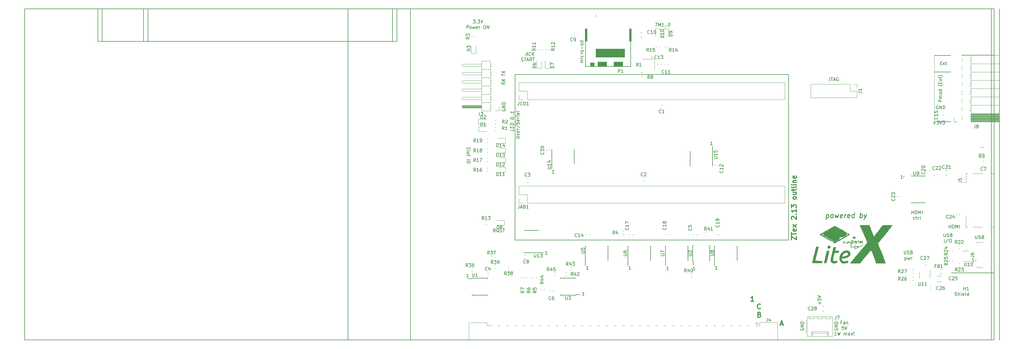
<source format=gbr>
G04 #@! TF.GenerationSoftware,KiCad,Pcbnew,5.1.9+dfsg1-1~bpo10+1*
G04 #@! TF.CreationDate,2023-03-18T13:25:21+01:00*
G04 #@! TF.ProjectId,nubus-to-ztex,6e756275-732d-4746-9f2d-7a7465782e6b,rev?*
G04 #@! TF.SameCoordinates,Original*
G04 #@! TF.FileFunction,Legend,Top*
G04 #@! TF.FilePolarity,Positive*
%FSLAX46Y46*%
G04 Gerber Fmt 4.6, Leading zero omitted, Abs format (unit mm)*
G04 Created by KiCad (PCBNEW 5.1.9+dfsg1-1~bpo10+1) date 2023-03-18 13:25:21*
%MOMM*%
%LPD*%
G01*
G04 APERTURE LIST*
%ADD10C,0.100000*%
%ADD11C,0.250000*%
%ADD12C,0.200000*%
%ADD13C,0.150000*%
%ADD14C,0.300000*%
%ADD15C,0.010000*%
%ADD16C,0.127000*%
%ADD17C,0.120000*%
G04 APERTURE END LIST*
D10*
X152482857Y-5776190D02*
X152197142Y-5776190D01*
X152340000Y-5776190D02*
X152340000Y-5276190D01*
X152292380Y-5347619D01*
X152244761Y-5395238D01*
X152197142Y-5419047D01*
X169472857Y-18586190D02*
X169187142Y-18586190D01*
X169330000Y-18586190D02*
X169330000Y-18086190D01*
X169282380Y-18157619D01*
X169234761Y-18205238D01*
X169187142Y-18229047D01*
D11*
X222877276Y-66618571D02*
X222689776Y-68118571D01*
X222868348Y-66690000D02*
X223020133Y-66618571D01*
X223305848Y-66618571D01*
X223439776Y-66690000D01*
X223502276Y-66761428D01*
X223555848Y-66904285D01*
X223502276Y-67332857D01*
X223412991Y-67475714D01*
X223332633Y-67547142D01*
X223180848Y-67618571D01*
X222895133Y-67618571D01*
X222761205Y-67547142D01*
X224323705Y-67618571D02*
X224189776Y-67547142D01*
X224127276Y-67475714D01*
X224073705Y-67332857D01*
X224127276Y-66904285D01*
X224216562Y-66761428D01*
X224296919Y-66690000D01*
X224448705Y-66618571D01*
X224662991Y-66618571D01*
X224796919Y-66690000D01*
X224859419Y-66761428D01*
X224912991Y-66904285D01*
X224859419Y-67332857D01*
X224770133Y-67475714D01*
X224689776Y-67547142D01*
X224537991Y-67618571D01*
X224323705Y-67618571D01*
X225448705Y-66618571D02*
X225609419Y-67618571D01*
X225984419Y-66904285D01*
X226180848Y-67618571D01*
X226591562Y-66618571D01*
X227618348Y-67547142D02*
X227466562Y-67618571D01*
X227180848Y-67618571D01*
X227046919Y-67547142D01*
X226993348Y-67404285D01*
X227064776Y-66832857D01*
X227154062Y-66690000D01*
X227305848Y-66618571D01*
X227591562Y-66618571D01*
X227725491Y-66690000D01*
X227779062Y-66832857D01*
X227761205Y-66975714D01*
X227029062Y-67118571D01*
X228323705Y-67618571D02*
X228448705Y-66618571D01*
X228412991Y-66904285D02*
X228502276Y-66761428D01*
X228582633Y-66690000D01*
X228734419Y-66618571D01*
X228877276Y-66618571D01*
X229832633Y-67547142D02*
X229680848Y-67618571D01*
X229395133Y-67618571D01*
X229261205Y-67547142D01*
X229207633Y-67404285D01*
X229279062Y-66832857D01*
X229368348Y-66690000D01*
X229520133Y-66618571D01*
X229805848Y-66618571D01*
X229939776Y-66690000D01*
X229993348Y-66832857D01*
X229975491Y-66975714D01*
X229243348Y-67118571D01*
X231180848Y-67618571D02*
X231368348Y-66118571D01*
X231189776Y-67547142D02*
X231037991Y-67618571D01*
X230752276Y-67618571D01*
X230618348Y-67547142D01*
X230555848Y-67475714D01*
X230502276Y-67332857D01*
X230555848Y-66904285D01*
X230645133Y-66761428D01*
X230725491Y-66690000D01*
X230877276Y-66618571D01*
X231162991Y-66618571D01*
X231296919Y-66690000D01*
X233037991Y-67618571D02*
X233225491Y-66118571D01*
X233154062Y-66690000D02*
X233305848Y-66618571D01*
X233591562Y-66618571D01*
X233725491Y-66690000D01*
X233787991Y-66761428D01*
X233841562Y-66904285D01*
X233787991Y-67332857D01*
X233698705Y-67475714D01*
X233618348Y-67547142D01*
X233466562Y-67618571D01*
X233180848Y-67618571D01*
X233046919Y-67547142D01*
X234377276Y-66618571D02*
X234609419Y-67618571D01*
X235091562Y-66618571D02*
X234609419Y-67618571D01*
X234421919Y-67975714D01*
X234341562Y-68047142D01*
X234189776Y-68118571D01*
D12*
X187885714Y-45252380D02*
X187314285Y-45252380D01*
X187600000Y-45252380D02*
X187600000Y-44252380D01*
X187504761Y-44395238D01*
X187409523Y-44490476D01*
X187314285Y-44538095D01*
X139435714Y-53952380D02*
X138864285Y-53952380D01*
X139150000Y-53952380D02*
X139150000Y-52952380D01*
X139054761Y-53095238D01*
X138959523Y-53190476D01*
X138864285Y-53238095D01*
X137335714Y-78852380D02*
X136764285Y-78852380D01*
X137050000Y-78852380D02*
X137050000Y-77852380D01*
X136954761Y-77995238D01*
X136859523Y-78090476D01*
X136764285Y-78138095D01*
X262130952Y-91474761D02*
X262273809Y-91522380D01*
X262511904Y-91522380D01*
X262607142Y-91474761D01*
X262654761Y-91427142D01*
X262702380Y-91331904D01*
X262702380Y-91236666D01*
X262654761Y-91141428D01*
X262607142Y-91093809D01*
X262511904Y-91046190D01*
X262321428Y-90998571D01*
X262226190Y-90950952D01*
X262178571Y-90903333D01*
X262130952Y-90808095D01*
X262130952Y-90712857D01*
X262178571Y-90617619D01*
X262226190Y-90570000D01*
X262321428Y-90522380D01*
X262559523Y-90522380D01*
X262702380Y-90570000D01*
X263130952Y-91522380D02*
X263130952Y-90522380D01*
X263559523Y-91522380D02*
X263559523Y-90998571D01*
X263511904Y-90903333D01*
X263416666Y-90855714D01*
X263273809Y-90855714D01*
X263178571Y-90903333D01*
X263130952Y-90950952D01*
X264035714Y-91522380D02*
X264035714Y-90855714D01*
X264035714Y-90522380D02*
X263988095Y-90570000D01*
X264035714Y-90617619D01*
X264083333Y-90570000D01*
X264035714Y-90522380D01*
X264035714Y-90617619D01*
X264892857Y-91474761D02*
X264797619Y-91522380D01*
X264607142Y-91522380D01*
X264511904Y-91474761D01*
X264464285Y-91379523D01*
X264464285Y-90998571D01*
X264511904Y-90903333D01*
X264607142Y-90855714D01*
X264797619Y-90855714D01*
X264892857Y-90903333D01*
X264940476Y-90998571D01*
X264940476Y-91093809D01*
X264464285Y-91189047D01*
X265511904Y-91522380D02*
X265416666Y-91474761D01*
X265369047Y-91379523D01*
X265369047Y-90522380D01*
X266321428Y-91522380D02*
X266321428Y-90522380D01*
X266321428Y-91474761D02*
X266226190Y-91522380D01*
X266035714Y-91522380D01*
X265940476Y-91474761D01*
X265892857Y-91427142D01*
X265845238Y-91331904D01*
X265845238Y-91046190D01*
X265892857Y-90950952D01*
X265940476Y-90903333D01*
X266035714Y-90855714D01*
X266226190Y-90855714D01*
X266321428Y-90903333D01*
D10*
X255850000Y-38160000D02*
X255850000Y-17840000D01*
D12*
X257695238Y-20208571D02*
X258028571Y-20208571D01*
X258171428Y-20732380D02*
X257695238Y-20732380D01*
X257695238Y-19732380D01*
X258171428Y-19732380D01*
X258504761Y-20732380D02*
X259028571Y-20065714D01*
X258504761Y-20065714D02*
X259028571Y-20732380D01*
X259266666Y-20065714D02*
X259647619Y-20065714D01*
X259409523Y-19732380D02*
X259409523Y-20589523D01*
X259457142Y-20684761D01*
X259552380Y-20732380D01*
X259647619Y-20732380D01*
X258132380Y-32003809D02*
X257132380Y-32003809D01*
X257132380Y-31622857D01*
X257180000Y-31527619D01*
X257227619Y-31480000D01*
X257322857Y-31432380D01*
X257465714Y-31432380D01*
X257560952Y-31480000D01*
X257608571Y-31527619D01*
X257656190Y-31622857D01*
X257656190Y-32003809D01*
X258132380Y-31003809D02*
X257465714Y-31003809D01*
X257560952Y-31003809D02*
X257513333Y-30956190D01*
X257465714Y-30860952D01*
X257465714Y-30718095D01*
X257513333Y-30622857D01*
X257608571Y-30575238D01*
X258132380Y-30575238D01*
X257608571Y-30575238D02*
X257513333Y-30527619D01*
X257465714Y-30432380D01*
X257465714Y-30289523D01*
X257513333Y-30194285D01*
X257608571Y-30146666D01*
X258132380Y-30146666D01*
X258132380Y-29527619D02*
X258084761Y-29622857D01*
X258037142Y-29670476D01*
X257941904Y-29718095D01*
X257656190Y-29718095D01*
X257560952Y-29670476D01*
X257513333Y-29622857D01*
X257465714Y-29527619D01*
X257465714Y-29384761D01*
X257513333Y-29289523D01*
X257560952Y-29241904D01*
X257656190Y-29194285D01*
X257941904Y-29194285D01*
X258037142Y-29241904D01*
X258084761Y-29289523D01*
X258132380Y-29384761D01*
X258132380Y-29527619D01*
X258132380Y-28337142D02*
X257132380Y-28337142D01*
X258084761Y-28337142D02*
X258132380Y-28432380D01*
X258132380Y-28622857D01*
X258084761Y-28718095D01*
X258037142Y-28765714D01*
X257941904Y-28813333D01*
X257656190Y-28813333D01*
X257560952Y-28765714D01*
X257513333Y-28718095D01*
X257465714Y-28622857D01*
X257465714Y-28432380D01*
X257513333Y-28337142D01*
X258513333Y-26813333D02*
X258465714Y-26860952D01*
X258322857Y-26956190D01*
X258227619Y-27003809D01*
X258084761Y-27051428D01*
X257846666Y-27099047D01*
X257656190Y-27099047D01*
X257418095Y-27051428D01*
X257275238Y-27003809D01*
X257180000Y-26956190D01*
X257037142Y-26860952D01*
X256989523Y-26813333D01*
X257608571Y-26432380D02*
X257608571Y-26099047D01*
X258132380Y-25956190D02*
X258132380Y-26432380D01*
X257132380Y-26432380D01*
X257132380Y-25956190D01*
X258132380Y-25622857D02*
X257465714Y-25099047D01*
X257465714Y-25622857D02*
X258132380Y-25099047D01*
X257465714Y-24860952D02*
X257465714Y-24480000D01*
X257132380Y-24718095D02*
X257989523Y-24718095D01*
X258084761Y-24670476D01*
X258132380Y-24575238D01*
X258132380Y-24480000D01*
X258513333Y-24241904D02*
X258465714Y-24194285D01*
X258322857Y-24099047D01*
X258227619Y-24051428D01*
X258084761Y-24003809D01*
X257846666Y-23956190D01*
X257656190Y-23956190D01*
X257418095Y-24003809D01*
X257275238Y-24051428D01*
X257180000Y-24099047D01*
X257037142Y-24194285D01*
X256989523Y-24241904D01*
D13*
X260850000Y-17840000D02*
X255850000Y-17840000D01*
X260850000Y-38160000D02*
X255850000Y-38160000D01*
X260850000Y-22920000D02*
X255850000Y-22920000D01*
D12*
X127102380Y-40433095D02*
X127102380Y-40909285D01*
X126102380Y-40784285D01*
X126578571Y-40034285D02*
X126578571Y-39700952D01*
X127102380Y-39623571D02*
X127102380Y-40099761D01*
X126102380Y-39974761D01*
X126102380Y-39498571D01*
X127102380Y-39195000D02*
X126102380Y-39070000D01*
X126102380Y-38831904D01*
X126150000Y-38695000D01*
X126245238Y-38611666D01*
X126340476Y-38575952D01*
X126530952Y-38552142D01*
X126673809Y-38570000D01*
X126864285Y-38641428D01*
X126959523Y-38700952D01*
X127054761Y-38808095D01*
X127102380Y-38956904D01*
X127102380Y-39195000D01*
X126102380Y-37117619D02*
X126102380Y-37022380D01*
X126150000Y-36933095D01*
X126197619Y-36891428D01*
X126292857Y-36855714D01*
X126483333Y-36831904D01*
X126721428Y-36861666D01*
X126911904Y-36933095D01*
X127007142Y-36992619D01*
X127054761Y-37046190D01*
X127102380Y-37147380D01*
X127102380Y-37242619D01*
X127054761Y-37331904D01*
X127007142Y-37373571D01*
X126911904Y-37409285D01*
X126721428Y-37433095D01*
X126483333Y-37403333D01*
X126292857Y-37331904D01*
X126197619Y-37272380D01*
X126150000Y-37218809D01*
X126102380Y-37117619D01*
X127007142Y-36468809D02*
X127054761Y-36427142D01*
X127102380Y-36480714D01*
X127054761Y-36522380D01*
X127007142Y-36468809D01*
X127102380Y-36480714D01*
X127007142Y-35992619D02*
X127054761Y-35950952D01*
X127102380Y-36004523D01*
X127054761Y-36046190D01*
X127007142Y-35992619D01*
X127102380Y-36004523D01*
X127102380Y-35004523D02*
X127102380Y-35575952D01*
X127102380Y-35290238D02*
X126102380Y-35165238D01*
X126245238Y-35278333D01*
X126340476Y-35385476D01*
X126388095Y-35486666D01*
X127802380Y-43165238D02*
X128611904Y-43266428D01*
X128707142Y-43230714D01*
X128754761Y-43189047D01*
X128802380Y-43099761D01*
X128802380Y-42909285D01*
X128754761Y-42808095D01*
X128707142Y-42754523D01*
X128611904Y-42695000D01*
X127802380Y-42593809D01*
X128754761Y-42284285D02*
X128802380Y-42195000D01*
X128802380Y-42004523D01*
X128754761Y-41903333D01*
X128659523Y-41843809D01*
X128611904Y-41837857D01*
X128516666Y-41873571D01*
X128469047Y-41962857D01*
X128469047Y-42105714D01*
X128421428Y-42195000D01*
X128326190Y-42230714D01*
X128278571Y-42224761D01*
X128183333Y-42165238D01*
X128135714Y-42064047D01*
X128135714Y-41921190D01*
X128183333Y-41831904D01*
X128754761Y-41046190D02*
X128802380Y-41147380D01*
X128802380Y-41337857D01*
X128754761Y-41427142D01*
X128659523Y-41462857D01*
X128278571Y-41415238D01*
X128183333Y-41355714D01*
X128135714Y-41254523D01*
X128135714Y-41064047D01*
X128183333Y-40974761D01*
X128278571Y-40939047D01*
X128373809Y-40950952D01*
X128469047Y-41439047D01*
X128802380Y-40575952D02*
X128135714Y-40492619D01*
X128326190Y-40516428D02*
X128230952Y-40456904D01*
X128183333Y-40403333D01*
X128135714Y-40302142D01*
X128135714Y-40206904D01*
X127754761Y-39111666D02*
X129040476Y-40129523D01*
X128754761Y-38950952D02*
X128802380Y-38814047D01*
X128802380Y-38575952D01*
X128754761Y-38474761D01*
X128707142Y-38421190D01*
X128611904Y-38361666D01*
X128516666Y-38349761D01*
X128421428Y-38385476D01*
X128373809Y-38427142D01*
X128326190Y-38516428D01*
X128278571Y-38700952D01*
X128230952Y-38790238D01*
X128183333Y-38831904D01*
X128088095Y-38867619D01*
X127992857Y-38855714D01*
X127897619Y-38796190D01*
X127850000Y-38742619D01*
X127802380Y-38641428D01*
X127802380Y-38403333D01*
X127850000Y-38266428D01*
X128754761Y-37570000D02*
X128802380Y-37671190D01*
X128802380Y-37861666D01*
X128754761Y-37950952D01*
X128659523Y-37986666D01*
X128278571Y-37939047D01*
X128183333Y-37879523D01*
X128135714Y-37778333D01*
X128135714Y-37587857D01*
X128183333Y-37498571D01*
X128278571Y-37462857D01*
X128373809Y-37474761D01*
X128469047Y-37962857D01*
X128802380Y-37099761D02*
X128135714Y-37016428D01*
X128326190Y-37040238D02*
X128230952Y-36980714D01*
X128183333Y-36927142D01*
X128135714Y-36825952D01*
X128135714Y-36730714D01*
X128802380Y-36480714D02*
X128135714Y-36397380D01*
X127802380Y-36355714D02*
X127850000Y-36409285D01*
X127897619Y-36367619D01*
X127850000Y-36314047D01*
X127802380Y-36355714D01*
X127897619Y-36367619D01*
X128802380Y-35575952D02*
X128278571Y-35510476D01*
X128183333Y-35546190D01*
X128135714Y-35635476D01*
X128135714Y-35825952D01*
X128183333Y-35927142D01*
X128754761Y-35570000D02*
X128802380Y-35671190D01*
X128802380Y-35909285D01*
X128754761Y-35998571D01*
X128659523Y-36034285D01*
X128564285Y-36022380D01*
X128469047Y-35962857D01*
X128421428Y-35861666D01*
X128421428Y-35623571D01*
X128373809Y-35522380D01*
X128802380Y-34956904D02*
X128754761Y-35046190D01*
X128659523Y-35081904D01*
X127802380Y-34974761D01*
X255438095Y-38541428D02*
X256200000Y-38541428D01*
X255819047Y-38922380D02*
X255819047Y-38160476D01*
X256580952Y-37922380D02*
X257200000Y-37922380D01*
X256866666Y-38303333D01*
X257009523Y-38303333D01*
X257104761Y-38350952D01*
X257152380Y-38398571D01*
X257200000Y-38493809D01*
X257200000Y-38731904D01*
X257152380Y-38827142D01*
X257104761Y-38874761D01*
X257009523Y-38922380D01*
X256723809Y-38922380D01*
X256628571Y-38874761D01*
X256580952Y-38827142D01*
X257485714Y-37922380D02*
X257819047Y-38922380D01*
X258152380Y-37922380D01*
X258390476Y-37922380D02*
X259009523Y-37922380D01*
X258676190Y-38303333D01*
X258819047Y-38303333D01*
X258914285Y-38350952D01*
X258961904Y-38398571D01*
X259009523Y-38493809D01*
X259009523Y-38731904D01*
X258961904Y-38827142D01*
X258914285Y-38874761D01*
X258819047Y-38922380D01*
X258533333Y-38922380D01*
X258438095Y-38874761D01*
X258390476Y-38827142D01*
X257018095Y-33290000D02*
X256922857Y-33242380D01*
X256780000Y-33242380D01*
X256637142Y-33290000D01*
X256541904Y-33385238D01*
X256494285Y-33480476D01*
X256446666Y-33670952D01*
X256446666Y-33813809D01*
X256494285Y-34004285D01*
X256541904Y-34099523D01*
X256637142Y-34194761D01*
X256780000Y-34242380D01*
X256875238Y-34242380D01*
X257018095Y-34194761D01*
X257065714Y-34147142D01*
X257065714Y-33813809D01*
X256875238Y-33813809D01*
X257494285Y-34242380D02*
X257494285Y-33242380D01*
X258065714Y-34242380D01*
X258065714Y-33242380D01*
X258541904Y-34242380D02*
X258541904Y-33242380D01*
X258780000Y-33242380D01*
X258922857Y-33290000D01*
X259018095Y-33385238D01*
X259065714Y-33480476D01*
X259113333Y-33670952D01*
X259113333Y-33813809D01*
X259065714Y-34004285D01*
X259018095Y-34099523D01*
X258922857Y-34194761D01*
X258780000Y-34242380D01*
X258541904Y-34242380D01*
X121478571Y-71972380D02*
X121145238Y-71496190D01*
X120907142Y-71972380D02*
X120907142Y-70972380D01*
X121288095Y-70972380D01*
X121383333Y-71020000D01*
X121430952Y-71067619D01*
X121478571Y-71162857D01*
X121478571Y-71305714D01*
X121430952Y-71400952D01*
X121383333Y-71448571D01*
X121288095Y-71496190D01*
X120907142Y-71496190D01*
X122573809Y-72067619D02*
X122478571Y-72020000D01*
X122383333Y-71924761D01*
X122240476Y-71781904D01*
X122145238Y-71734285D01*
X122050000Y-71734285D01*
X122097619Y-71972380D02*
X122002380Y-71924761D01*
X121907142Y-71829523D01*
X121859523Y-71639047D01*
X121859523Y-71305714D01*
X121907142Y-71115238D01*
X122002380Y-71020000D01*
X122097619Y-70972380D01*
X122288095Y-70972380D01*
X122383333Y-71020000D01*
X122478571Y-71115238D01*
X122526190Y-71305714D01*
X122526190Y-71639047D01*
X122478571Y-71829523D01*
X122383333Y-71924761D01*
X122288095Y-71972380D01*
X122097619Y-71972380D01*
X122907142Y-71924761D02*
X123050000Y-71972380D01*
X123288095Y-71972380D01*
X123383333Y-71924761D01*
X123430952Y-71877142D01*
X123478571Y-71781904D01*
X123478571Y-71686666D01*
X123430952Y-71591428D01*
X123383333Y-71543809D01*
X123288095Y-71496190D01*
X123097619Y-71448571D01*
X123002380Y-71400952D01*
X122954761Y-71353333D01*
X122907142Y-71258095D01*
X122907142Y-71162857D01*
X122954761Y-71067619D01*
X123002380Y-71020000D01*
X123097619Y-70972380D01*
X123335714Y-70972380D01*
X123478571Y-71020000D01*
X123764285Y-70972380D02*
X124335714Y-70972380D01*
X124050000Y-71972380D02*
X124050000Y-70972380D01*
X130875000Y-17556666D02*
X131351190Y-17556666D01*
X130744047Y-17842380D02*
X131202380Y-16842380D01*
X131410714Y-17842380D01*
X132327380Y-17747142D02*
X132273809Y-17794761D01*
X132125000Y-17842380D01*
X132029761Y-17842380D01*
X131892857Y-17794761D01*
X131809523Y-17699523D01*
X131773809Y-17604285D01*
X131750000Y-17413809D01*
X131767857Y-17270952D01*
X131839285Y-17080476D01*
X131898809Y-16985238D01*
X132005952Y-16890000D01*
X132154761Y-16842380D01*
X132250000Y-16842380D01*
X132386904Y-16890000D01*
X132428571Y-16937619D01*
X132744047Y-17842380D02*
X132869047Y-16842380D01*
X133315476Y-17842380D02*
X132958333Y-17270952D01*
X133440476Y-16842380D02*
X132797619Y-17413809D01*
X129369047Y-19494761D02*
X129505952Y-19542380D01*
X129744047Y-19542380D01*
X129845238Y-19494761D01*
X129898809Y-19447142D01*
X129958333Y-19351904D01*
X129970238Y-19256666D01*
X129934523Y-19161428D01*
X129892857Y-19113809D01*
X129803571Y-19066190D01*
X129619047Y-19018571D01*
X129529761Y-18970952D01*
X129488095Y-18923333D01*
X129452380Y-18828095D01*
X129464285Y-18732857D01*
X129523809Y-18637619D01*
X129577380Y-18590000D01*
X129678571Y-18542380D01*
X129916666Y-18542380D01*
X130053571Y-18590000D01*
X130345238Y-18542380D02*
X130916666Y-18542380D01*
X130505952Y-19542380D02*
X130630952Y-18542380D01*
X131113095Y-19256666D02*
X131589285Y-19256666D01*
X130982142Y-19542380D02*
X131440476Y-18542380D01*
X131648809Y-19542380D01*
X132553571Y-19542380D02*
X132279761Y-19066190D01*
X131982142Y-19542380D02*
X132107142Y-18542380D01*
X132488095Y-18542380D01*
X132577380Y-18590000D01*
X132619047Y-18637619D01*
X132654761Y-18732857D01*
X132636904Y-18875714D01*
X132577380Y-18970952D01*
X132523809Y-19018571D01*
X132422619Y-19066190D01*
X132041666Y-19066190D01*
X132964285Y-18542380D02*
X133535714Y-18542380D01*
X133125000Y-19542380D02*
X133250000Y-18542380D01*
X170534285Y-7862380D02*
X171105714Y-7862380D01*
X170695000Y-8862380D02*
X170820000Y-7862380D01*
X171314047Y-8862380D02*
X171439047Y-7862380D01*
X171683095Y-8576666D01*
X172105714Y-7862380D01*
X171980714Y-8862380D01*
X172980714Y-8862380D02*
X172409285Y-8862380D01*
X172695000Y-8862380D02*
X172820000Y-7862380D01*
X172706904Y-8005238D01*
X172599761Y-8100476D01*
X172498571Y-8148095D01*
X173421190Y-8767142D02*
X173462857Y-8814761D01*
X173409285Y-8862380D01*
X173367619Y-8814761D01*
X173421190Y-8767142D01*
X173409285Y-8862380D01*
X173897380Y-8767142D02*
X173939047Y-8814761D01*
X173885476Y-8862380D01*
X173843809Y-8814761D01*
X173897380Y-8767142D01*
X173885476Y-8862380D01*
X174677142Y-7862380D02*
X174772380Y-7862380D01*
X174861666Y-7910000D01*
X174903333Y-7957619D01*
X174939047Y-8052857D01*
X174962857Y-8243333D01*
X174933095Y-8481428D01*
X174861666Y-8671904D01*
X174802142Y-8767142D01*
X174748571Y-8814761D01*
X174647380Y-8862380D01*
X174552142Y-8862380D01*
X174462857Y-8814761D01*
X174421190Y-8767142D01*
X174385476Y-8671904D01*
X174361666Y-8481428D01*
X174391428Y-8243333D01*
X174462857Y-8052857D01*
X174522380Y-7957619D01*
X174575952Y-7910000D01*
X174677142Y-7862380D01*
X148362380Y-20023333D02*
X147695714Y-20023333D01*
X147790952Y-20023333D02*
X147743333Y-19975714D01*
X147695714Y-19880476D01*
X147695714Y-19737619D01*
X147743333Y-19642380D01*
X147838571Y-19594761D01*
X148362380Y-19594761D01*
X147838571Y-19594761D02*
X147743333Y-19547142D01*
X147695714Y-19451904D01*
X147695714Y-19309047D01*
X147743333Y-19213809D01*
X147838571Y-19166190D01*
X148362380Y-19166190D01*
X148362380Y-18690000D02*
X147695714Y-18690000D01*
X147362380Y-18690000D02*
X147410000Y-18737619D01*
X147457619Y-18690000D01*
X147410000Y-18642380D01*
X147362380Y-18690000D01*
X147457619Y-18690000D01*
X148314761Y-17785238D02*
X148362380Y-17880476D01*
X148362380Y-18070952D01*
X148314761Y-18166190D01*
X148267142Y-18213809D01*
X148171904Y-18261428D01*
X147886190Y-18261428D01*
X147790952Y-18213809D01*
X147743333Y-18166190D01*
X147695714Y-18070952D01*
X147695714Y-17880476D01*
X147743333Y-17785238D01*
X148362380Y-17356666D02*
X147695714Y-17356666D01*
X147886190Y-17356666D02*
X147790952Y-17309047D01*
X147743333Y-17261428D01*
X147695714Y-17166190D01*
X147695714Y-17070952D01*
X148362380Y-16594761D02*
X148314761Y-16690000D01*
X148267142Y-16737619D01*
X148171904Y-16785238D01*
X147886190Y-16785238D01*
X147790952Y-16737619D01*
X147743333Y-16690000D01*
X147695714Y-16594761D01*
X147695714Y-16451904D01*
X147743333Y-16356666D01*
X147790952Y-16309047D01*
X147886190Y-16261428D01*
X148171904Y-16261428D01*
X148267142Y-16309047D01*
X148314761Y-16356666D01*
X148362380Y-16451904D01*
X148362380Y-16594761D01*
X147981428Y-15832857D02*
X147981428Y-15070952D01*
X148314761Y-14642380D02*
X148362380Y-14547142D01*
X148362380Y-14356666D01*
X148314761Y-14261428D01*
X148219523Y-14213809D01*
X148171904Y-14213809D01*
X148076666Y-14261428D01*
X148029047Y-14356666D01*
X148029047Y-14499523D01*
X147981428Y-14594761D01*
X147886190Y-14642380D01*
X147838571Y-14642380D01*
X147743333Y-14594761D01*
X147695714Y-14499523D01*
X147695714Y-14356666D01*
X147743333Y-14261428D01*
X148362380Y-13356666D02*
X147362380Y-13356666D01*
X148314761Y-13356666D02*
X148362380Y-13451904D01*
X148362380Y-13642380D01*
X148314761Y-13737619D01*
X148267142Y-13785238D01*
X148171904Y-13832857D01*
X147886190Y-13832857D01*
X147790952Y-13785238D01*
X147743333Y-13737619D01*
X147695714Y-13642380D01*
X147695714Y-13451904D01*
X147743333Y-13356666D01*
X114724761Y-6902380D02*
X115343809Y-6902380D01*
X114962857Y-7283333D01*
X115105714Y-7283333D01*
X115195000Y-7330952D01*
X115236666Y-7378571D01*
X115272380Y-7473809D01*
X115242619Y-7711904D01*
X115183095Y-7807142D01*
X115129523Y-7854761D01*
X115028333Y-7902380D01*
X114742619Y-7902380D01*
X114653333Y-7854761D01*
X114611666Y-7807142D01*
X115659285Y-7807142D02*
X115700952Y-7854761D01*
X115647380Y-7902380D01*
X115605714Y-7854761D01*
X115659285Y-7807142D01*
X115647380Y-7902380D01*
X116153333Y-6902380D02*
X116772380Y-6902380D01*
X116391428Y-7283333D01*
X116534285Y-7283333D01*
X116623571Y-7330952D01*
X116665238Y-7378571D01*
X116700952Y-7473809D01*
X116671190Y-7711904D01*
X116611666Y-7807142D01*
X116558095Y-7854761D01*
X116456904Y-7902380D01*
X116171190Y-7902380D01*
X116081904Y-7854761D01*
X116040238Y-7807142D01*
X117058095Y-6902380D02*
X117266428Y-7902380D01*
X117724761Y-6902380D01*
X112671190Y-9602380D02*
X112796190Y-8602380D01*
X113177142Y-8602380D01*
X113266428Y-8650000D01*
X113308095Y-8697619D01*
X113343809Y-8792857D01*
X113325952Y-8935714D01*
X113266428Y-9030952D01*
X113212857Y-9078571D01*
X113111666Y-9126190D01*
X112730714Y-9126190D01*
X113814047Y-9602380D02*
X113724761Y-9554761D01*
X113683095Y-9507142D01*
X113647380Y-9411904D01*
X113683095Y-9126190D01*
X113742619Y-9030952D01*
X113796190Y-8983333D01*
X113897380Y-8935714D01*
X114040238Y-8935714D01*
X114129523Y-8983333D01*
X114171190Y-9030952D01*
X114206904Y-9126190D01*
X114171190Y-9411904D01*
X114111666Y-9507142D01*
X114058095Y-9554761D01*
X113956904Y-9602380D01*
X113814047Y-9602380D01*
X114564047Y-8935714D02*
X114671190Y-9602380D01*
X114921190Y-9126190D01*
X115052142Y-9602380D01*
X115325952Y-8935714D01*
X116010476Y-9554761D02*
X115909285Y-9602380D01*
X115718809Y-9602380D01*
X115629523Y-9554761D01*
X115593809Y-9459523D01*
X115641428Y-9078571D01*
X115700952Y-8983333D01*
X115802142Y-8935714D01*
X115992619Y-8935714D01*
X116081904Y-8983333D01*
X116117619Y-9078571D01*
X116105714Y-9173809D01*
X115617619Y-9269047D01*
X116480714Y-9602380D02*
X116564047Y-8935714D01*
X116540238Y-9126190D02*
X116599761Y-9030952D01*
X116653333Y-8983333D01*
X116754523Y-8935714D01*
X116849761Y-8935714D01*
X118177142Y-8602380D02*
X118367619Y-8602380D01*
X118456904Y-8650000D01*
X118540238Y-8745238D01*
X118564047Y-8935714D01*
X118522380Y-9269047D01*
X118450952Y-9459523D01*
X118343809Y-9554761D01*
X118242619Y-9602380D01*
X118052142Y-9602380D01*
X117962857Y-9554761D01*
X117879523Y-9459523D01*
X117855714Y-9269047D01*
X117897380Y-8935714D01*
X117968809Y-8745238D01*
X118075952Y-8650000D01*
X118177142Y-8602380D01*
X118909285Y-9602380D02*
X119034285Y-8602380D01*
X119480714Y-9602380D01*
X119605714Y-8602380D01*
X182585714Y-83642380D02*
X182014285Y-83642380D01*
X182300000Y-83642380D02*
X182300000Y-82642380D01*
X182204761Y-82785238D01*
X182109523Y-82880476D01*
X182014285Y-82928095D01*
D14*
X208732857Y-100250000D02*
X209447142Y-100250000D01*
X208590000Y-100678571D02*
X209090000Y-99178571D01*
X209590000Y-100678571D01*
X202337142Y-97352857D02*
X202551428Y-97424285D01*
X202622857Y-97495714D01*
X202694285Y-97638571D01*
X202694285Y-97852857D01*
X202622857Y-97995714D01*
X202551428Y-98067142D01*
X202408571Y-98138571D01*
X201837142Y-98138571D01*
X201837142Y-96638571D01*
X202337142Y-96638571D01*
X202480000Y-96710000D01*
X202551428Y-96781428D01*
X202622857Y-96924285D01*
X202622857Y-97067142D01*
X202551428Y-97210000D01*
X202480000Y-97281428D01*
X202337142Y-97352857D01*
X201837142Y-97352857D01*
X202634285Y-95445714D02*
X202562857Y-95517142D01*
X202348571Y-95588571D01*
X202205714Y-95588571D01*
X201991428Y-95517142D01*
X201848571Y-95374285D01*
X201777142Y-95231428D01*
X201705714Y-94945714D01*
X201705714Y-94731428D01*
X201777142Y-94445714D01*
X201848571Y-94302857D01*
X201991428Y-94160000D01*
X202205714Y-94088571D01*
X202348571Y-94088571D01*
X202562857Y-94160000D01*
X202634285Y-94231428D01*
X200568571Y-93268571D02*
X199711428Y-93268571D01*
X200140000Y-93268571D02*
X200140000Y-91768571D01*
X199997142Y-91982857D01*
X199854285Y-92125714D01*
X199711428Y-92197142D01*
D12*
X113285714Y-85852380D02*
X112714285Y-85852380D01*
X113000000Y-85852380D02*
X113000000Y-84852380D01*
X112904761Y-84995238D01*
X112809523Y-85090476D01*
X112714285Y-85138095D01*
X148685714Y-91442380D02*
X148114285Y-91442380D01*
X148400000Y-91442380D02*
X148400000Y-90442380D01*
X148304761Y-90585238D01*
X148209523Y-90680476D01*
X148114285Y-90728095D01*
X189385714Y-83442380D02*
X188814285Y-83442380D01*
X189100000Y-83442380D02*
X189100000Y-82442380D01*
X189004761Y-82585238D01*
X188909523Y-82680476D01*
X188814285Y-82728095D01*
X112795238Y-45997142D02*
X112747619Y-46134047D01*
X112747619Y-46372142D01*
X112795238Y-46473333D01*
X112842857Y-46526904D01*
X112938095Y-46586428D01*
X113033333Y-46598333D01*
X113128571Y-46562619D01*
X113176190Y-46520952D01*
X113223809Y-46431666D01*
X113271428Y-46247142D01*
X113319047Y-46157857D01*
X113366666Y-46116190D01*
X113461904Y-46080476D01*
X113557142Y-46092380D01*
X113652380Y-46151904D01*
X113700000Y-46205476D01*
X113747619Y-46306666D01*
X113747619Y-46544761D01*
X113700000Y-46681666D01*
X112747619Y-47134047D02*
X112795238Y-47044761D01*
X112890476Y-47009047D01*
X113747619Y-47116190D01*
X112747619Y-47657857D02*
X112795238Y-47568571D01*
X112842857Y-47526904D01*
X112938095Y-47491190D01*
X113223809Y-47526904D01*
X113319047Y-47586428D01*
X113366666Y-47640000D01*
X113414285Y-47741190D01*
X113414285Y-47884047D01*
X113366666Y-47973333D01*
X113319047Y-48015000D01*
X113223809Y-48050714D01*
X112938095Y-48015000D01*
X112842857Y-47955476D01*
X112795238Y-47901904D01*
X112747619Y-47800714D01*
X112747619Y-47657857D01*
X113414285Y-48360238D02*
X113414285Y-48741190D01*
X113747619Y-48544761D02*
X112890476Y-48437619D01*
X112795238Y-48473333D01*
X112747619Y-48562619D01*
X112747619Y-48657857D01*
X112747619Y-49753095D02*
X113747619Y-49878095D01*
X112747619Y-50229285D02*
X113747619Y-50354285D01*
X113747619Y-50592380D01*
X113700000Y-50729285D01*
X113604761Y-50812619D01*
X113509523Y-50848333D01*
X113319047Y-50872142D01*
X113176190Y-50854285D01*
X112985714Y-50782857D01*
X112890476Y-50723333D01*
X112795238Y-50616190D01*
X112747619Y-50467380D01*
X112747619Y-50229285D01*
X275770000Y-105080000D02*
X275770000Y-3480000D01*
X274170000Y-84560000D02*
X261140000Y-84560000D01*
X246185714Y-55552380D02*
X245614285Y-55552380D01*
X245900000Y-55552380D02*
X245900000Y-54552380D01*
X245804761Y-54695238D01*
X245709523Y-54790476D01*
X245614285Y-54838095D01*
X268005714Y-81092380D02*
X267434285Y-81092380D01*
X267720000Y-81092380D02*
X267720000Y-80092380D01*
X267624761Y-80235238D01*
X267529523Y-80330476D01*
X267434285Y-80378095D01*
X174485714Y-83602380D02*
X173914285Y-83602380D01*
X174200000Y-83602380D02*
X174200000Y-82602380D01*
X174104761Y-82745238D01*
X174009523Y-82840476D01*
X173914285Y-82888095D01*
X162935714Y-83502380D02*
X162364285Y-83502380D01*
X162650000Y-83502380D02*
X162650000Y-82502380D01*
X162554761Y-82645238D01*
X162459523Y-82740476D01*
X162364285Y-82788095D01*
X149935714Y-83552380D02*
X149364285Y-83552380D01*
X149650000Y-83552380D02*
X149650000Y-82552380D01*
X149554761Y-82695238D01*
X149459523Y-82790476D01*
X149364285Y-82838095D01*
X220771428Y-94185714D02*
X220771428Y-93423809D01*
X221152380Y-93804761D02*
X220390476Y-93804761D01*
X220152380Y-92471428D02*
X220152380Y-92947619D01*
X220628571Y-92995238D01*
X220580952Y-92947619D01*
X220533333Y-92852380D01*
X220533333Y-92614285D01*
X220580952Y-92519047D01*
X220628571Y-92471428D01*
X220723809Y-92423809D01*
X220961904Y-92423809D01*
X221057142Y-92471428D01*
X221104761Y-92519047D01*
X221152380Y-92614285D01*
X221152380Y-92852380D01*
X221104761Y-92947619D01*
X221057142Y-92995238D01*
X220152380Y-92138095D02*
X221152380Y-91804761D01*
X220152380Y-91471428D01*
X225320000Y-101621904D02*
X225272380Y-101717142D01*
X225272380Y-101860000D01*
X225320000Y-102002857D01*
X225415238Y-102098095D01*
X225510476Y-102145714D01*
X225700952Y-102193333D01*
X225843809Y-102193333D01*
X226034285Y-102145714D01*
X226129523Y-102098095D01*
X226224761Y-102002857D01*
X226272380Y-101860000D01*
X226272380Y-101764761D01*
X226224761Y-101621904D01*
X226177142Y-101574285D01*
X225843809Y-101574285D01*
X225843809Y-101764761D01*
X226272380Y-101145714D02*
X225272380Y-101145714D01*
X226272380Y-100574285D01*
X225272380Y-100574285D01*
X226272380Y-100098095D02*
X225272380Y-100098095D01*
X225272380Y-99860000D01*
X225320000Y-99717142D01*
X225415238Y-99621904D01*
X225510476Y-99574285D01*
X225700952Y-99526666D01*
X225843809Y-99526666D01*
X226034285Y-99574285D01*
X226129523Y-99621904D01*
X226224761Y-99717142D01*
X226272380Y-99860000D01*
X226272380Y-100098095D01*
X214920000Y-101621904D02*
X214872380Y-101717142D01*
X214872380Y-101860000D01*
X214920000Y-102002857D01*
X215015238Y-102098095D01*
X215110476Y-102145714D01*
X215300952Y-102193333D01*
X215443809Y-102193333D01*
X215634285Y-102145714D01*
X215729523Y-102098095D01*
X215824761Y-102002857D01*
X215872380Y-101860000D01*
X215872380Y-101764761D01*
X215824761Y-101621904D01*
X215777142Y-101574285D01*
X215443809Y-101574285D01*
X215443809Y-101764761D01*
X215872380Y-101145714D02*
X214872380Y-101145714D01*
X215872380Y-100574285D01*
X214872380Y-100574285D01*
X215872380Y-100098095D02*
X214872380Y-100098095D01*
X214872380Y-99860000D01*
X214920000Y-99717142D01*
X215015238Y-99621904D01*
X215110476Y-99574285D01*
X215300952Y-99526666D01*
X215443809Y-99526666D01*
X215634285Y-99574285D01*
X215729523Y-99621904D01*
X215824761Y-99717142D01*
X215872380Y-99860000D01*
X215872380Y-100098095D01*
X227538095Y-99728571D02*
X227204761Y-99728571D01*
X227204761Y-100252380D02*
X227204761Y-99252380D01*
X227680952Y-99252380D01*
X228490476Y-100252380D02*
X228490476Y-99728571D01*
X228442857Y-99633333D01*
X228347619Y-99585714D01*
X228157142Y-99585714D01*
X228061904Y-99633333D01*
X228490476Y-100204761D02*
X228395238Y-100252380D01*
X228157142Y-100252380D01*
X228061904Y-100204761D01*
X228014285Y-100109523D01*
X228014285Y-100014285D01*
X228061904Y-99919047D01*
X228157142Y-99871428D01*
X228395238Y-99871428D01*
X228490476Y-99823809D01*
X228966666Y-99585714D02*
X228966666Y-100252380D01*
X228966666Y-99680952D02*
X229014285Y-99633333D01*
X229109523Y-99585714D01*
X229252380Y-99585714D01*
X229347619Y-99633333D01*
X229395238Y-99728571D01*
X229395238Y-100252380D01*
X228109523Y-100952380D02*
X227633333Y-100952380D01*
X227585714Y-101428571D01*
X227633333Y-101380952D01*
X227728571Y-101333333D01*
X227966666Y-101333333D01*
X228061904Y-101380952D01*
X228109523Y-101428571D01*
X228157142Y-101523809D01*
X228157142Y-101761904D01*
X228109523Y-101857142D01*
X228061904Y-101904761D01*
X227966666Y-101952380D01*
X227728571Y-101952380D01*
X227633333Y-101904761D01*
X227585714Y-101857142D01*
X228442857Y-100952380D02*
X228776190Y-101952380D01*
X229109523Y-100952380D01*
X225871428Y-103652380D02*
X225300000Y-103652380D01*
X225585714Y-103652380D02*
X225585714Y-102652380D01*
X225490476Y-102795238D01*
X225395238Y-102890476D01*
X225300000Y-102938095D01*
X226204761Y-102652380D02*
X226442857Y-103652380D01*
X226633333Y-102938095D01*
X226823809Y-103652380D01*
X227061904Y-102652380D01*
X228204761Y-103652380D02*
X228204761Y-102985714D01*
X228204761Y-103080952D02*
X228252380Y-103033333D01*
X228347619Y-102985714D01*
X228490476Y-102985714D01*
X228585714Y-103033333D01*
X228633333Y-103128571D01*
X228633333Y-103652380D01*
X228633333Y-103128571D02*
X228680952Y-103033333D01*
X228776190Y-102985714D01*
X228919047Y-102985714D01*
X229014285Y-103033333D01*
X229061904Y-103128571D01*
X229061904Y-103652380D01*
X229966666Y-103652380D02*
X229966666Y-103128571D01*
X229919047Y-103033333D01*
X229823809Y-102985714D01*
X229633333Y-102985714D01*
X229538095Y-103033333D01*
X229966666Y-103604761D02*
X229871428Y-103652380D01*
X229633333Y-103652380D01*
X229538095Y-103604761D01*
X229490476Y-103509523D01*
X229490476Y-103414285D01*
X229538095Y-103319047D01*
X229633333Y-103271428D01*
X229871428Y-103271428D01*
X229966666Y-103223809D01*
X230347619Y-103652380D02*
X230871428Y-102985714D01*
X230347619Y-102985714D02*
X230871428Y-103652380D01*
X231252380Y-103557142D02*
X231300000Y-103604761D01*
X231252380Y-103652380D01*
X231204761Y-103604761D01*
X231252380Y-103557142D01*
X231252380Y-103652380D01*
X231252380Y-103271428D02*
X231204761Y-102700000D01*
X231252380Y-102652380D01*
X231300000Y-102700000D01*
X231252380Y-103271428D01*
X231252380Y-102652380D01*
X211270000Y-74450000D02*
X211270000Y-23650000D01*
X268418095Y-73072380D02*
X268418095Y-73881904D01*
X268465714Y-73977142D01*
X268513333Y-74024761D01*
X268608571Y-74072380D01*
X268799047Y-74072380D01*
X268894285Y-74024761D01*
X268941904Y-73977142D01*
X268989523Y-73881904D01*
X268989523Y-73072380D01*
X269418095Y-74024761D02*
X269560952Y-74072380D01*
X269799047Y-74072380D01*
X269894285Y-74024761D01*
X269941904Y-73977142D01*
X269989523Y-73881904D01*
X269989523Y-73786666D01*
X269941904Y-73691428D01*
X269894285Y-73643809D01*
X269799047Y-73596190D01*
X269608571Y-73548571D01*
X269513333Y-73500952D01*
X269465714Y-73453333D01*
X269418095Y-73358095D01*
X269418095Y-73262857D01*
X269465714Y-73167619D01*
X269513333Y-73120000D01*
X269608571Y-73072380D01*
X269846666Y-73072380D01*
X269989523Y-73120000D01*
X270751428Y-73548571D02*
X270894285Y-73596190D01*
X270941904Y-73643809D01*
X270989523Y-73739047D01*
X270989523Y-73881904D01*
X270941904Y-73977142D01*
X270894285Y-74024761D01*
X270799047Y-74072380D01*
X270418095Y-74072380D01*
X270418095Y-73072380D01*
X270751428Y-73072380D01*
X270846666Y-73120000D01*
X270894285Y-73167619D01*
X270941904Y-73262857D01*
X270941904Y-73358095D01*
X270894285Y-73453333D01*
X270846666Y-73500952D01*
X270751428Y-73548571D01*
X270418095Y-73548571D01*
X260344761Y-70842380D02*
X260344761Y-69842380D01*
X260344761Y-70318571D02*
X260916190Y-70318571D01*
X260916190Y-70842380D02*
X260916190Y-69842380D01*
X261392380Y-70842380D02*
X261392380Y-69842380D01*
X261630476Y-69842380D01*
X261773333Y-69890000D01*
X261868571Y-69985238D01*
X261916190Y-70080476D01*
X261963809Y-70270952D01*
X261963809Y-70413809D01*
X261916190Y-70604285D01*
X261868571Y-70699523D01*
X261773333Y-70794761D01*
X261630476Y-70842380D01*
X261392380Y-70842380D01*
X262392380Y-70842380D02*
X262392380Y-69842380D01*
X262725714Y-70556666D01*
X263059047Y-69842380D01*
X263059047Y-70842380D01*
X263535238Y-70842380D02*
X263535238Y-69842380D01*
D14*
X212098571Y-74361428D02*
X212098571Y-73361428D01*
X213598571Y-74361428D01*
X213598571Y-73361428D01*
X212098571Y-73004285D02*
X212098571Y-72147142D01*
X213598571Y-72575714D02*
X212098571Y-72575714D01*
X213527142Y-71075714D02*
X213598571Y-71218571D01*
X213598571Y-71504285D01*
X213527142Y-71647142D01*
X213384285Y-71718571D01*
X212812857Y-71718571D01*
X212670000Y-71647142D01*
X212598571Y-71504285D01*
X212598571Y-71218571D01*
X212670000Y-71075714D01*
X212812857Y-71004285D01*
X212955714Y-71004285D01*
X213098571Y-71718571D01*
X213598571Y-70504285D02*
X212598571Y-69718571D01*
X212598571Y-70504285D02*
X213598571Y-69718571D01*
X212241428Y-68075714D02*
X212170000Y-68004285D01*
X212098571Y-67861428D01*
X212098571Y-67504285D01*
X212170000Y-67361428D01*
X212241428Y-67290000D01*
X212384285Y-67218571D01*
X212527142Y-67218571D01*
X212741428Y-67290000D01*
X213598571Y-68147142D01*
X213598571Y-67218571D01*
X213455714Y-66575714D02*
X213527142Y-66504285D01*
X213598571Y-66575714D01*
X213527142Y-66647142D01*
X213455714Y-66575714D01*
X213598571Y-66575714D01*
X213598571Y-65075714D02*
X213598571Y-65932857D01*
X213598571Y-65504285D02*
X212098571Y-65504285D01*
X212312857Y-65647142D01*
X212455714Y-65790000D01*
X212527142Y-65932857D01*
X212098571Y-64575714D02*
X212098571Y-63647142D01*
X212670000Y-64147142D01*
X212670000Y-63932857D01*
X212741428Y-63790000D01*
X212812857Y-63718571D01*
X212955714Y-63647142D01*
X213312857Y-63647142D01*
X213455714Y-63718571D01*
X213527142Y-63790000D01*
X213598571Y-63932857D01*
X213598571Y-64361428D01*
X213527142Y-64504285D01*
X213455714Y-64575714D01*
X213598571Y-61647142D02*
X213527142Y-61790000D01*
X213455714Y-61861428D01*
X213312857Y-61932857D01*
X212884285Y-61932857D01*
X212741428Y-61861428D01*
X212670000Y-61790000D01*
X212598571Y-61647142D01*
X212598571Y-61432857D01*
X212670000Y-61290000D01*
X212741428Y-61218571D01*
X212884285Y-61147142D01*
X213312857Y-61147142D01*
X213455714Y-61218571D01*
X213527142Y-61290000D01*
X213598571Y-61432857D01*
X213598571Y-61647142D01*
X212598571Y-59861428D02*
X213598571Y-59861428D01*
X212598571Y-60504285D02*
X213384285Y-60504285D01*
X213527142Y-60432857D01*
X213598571Y-60290000D01*
X213598571Y-60075714D01*
X213527142Y-59932857D01*
X213455714Y-59861428D01*
X212598571Y-59361428D02*
X212598571Y-58790000D01*
X212098571Y-59147142D02*
X213384285Y-59147142D01*
X213527142Y-59075714D01*
X213598571Y-58932857D01*
X213598571Y-58790000D01*
X213598571Y-58075714D02*
X213527142Y-58218571D01*
X213384285Y-58290000D01*
X212098571Y-58290000D01*
X213598571Y-57504285D02*
X212598571Y-57504285D01*
X212098571Y-57504285D02*
X212170000Y-57575714D01*
X212241428Y-57504285D01*
X212170000Y-57432857D01*
X212098571Y-57504285D01*
X212241428Y-57504285D01*
X212598571Y-56790000D02*
X213598571Y-56790000D01*
X212741428Y-56790000D02*
X212670000Y-56718571D01*
X212598571Y-56575714D01*
X212598571Y-56361428D01*
X212670000Y-56218571D01*
X212812857Y-56147142D01*
X213598571Y-56147142D01*
X213527142Y-54861428D02*
X213598571Y-55004285D01*
X213598571Y-55290000D01*
X213527142Y-55432857D01*
X213384285Y-55504285D01*
X212812857Y-55504285D01*
X212670000Y-55432857D01*
X212598571Y-55290000D01*
X212598571Y-55004285D01*
X212670000Y-54861428D01*
X212812857Y-54790000D01*
X212955714Y-54790000D01*
X213098571Y-55504285D01*
D12*
X246598095Y-77762380D02*
X246598095Y-78571904D01*
X246645714Y-78667142D01*
X246693333Y-78714761D01*
X246788571Y-78762380D01*
X246979047Y-78762380D01*
X247074285Y-78714761D01*
X247121904Y-78667142D01*
X247169523Y-78571904D01*
X247169523Y-77762380D01*
X247598095Y-78714761D02*
X247740952Y-78762380D01*
X247979047Y-78762380D01*
X248074285Y-78714761D01*
X248121904Y-78667142D01*
X248169523Y-78571904D01*
X248169523Y-78476666D01*
X248121904Y-78381428D01*
X248074285Y-78333809D01*
X247979047Y-78286190D01*
X247788571Y-78238571D01*
X247693333Y-78190952D01*
X247645714Y-78143333D01*
X247598095Y-78048095D01*
X247598095Y-77952857D01*
X247645714Y-77857619D01*
X247693333Y-77810000D01*
X247788571Y-77762380D01*
X248026666Y-77762380D01*
X248169523Y-77810000D01*
X248931428Y-78238571D02*
X249074285Y-78286190D01*
X249121904Y-78333809D01*
X249169523Y-78429047D01*
X249169523Y-78571904D01*
X249121904Y-78667142D01*
X249074285Y-78714761D01*
X248979047Y-78762380D01*
X248598095Y-78762380D01*
X248598095Y-77762380D01*
X248931428Y-77762380D01*
X249026666Y-77810000D01*
X249074285Y-77857619D01*
X249121904Y-77952857D01*
X249121904Y-78048095D01*
X249074285Y-78143333D01*
X249026666Y-78190952D01*
X248931428Y-78238571D01*
X248598095Y-78238571D01*
X246812380Y-79795714D02*
X246812380Y-80795714D01*
X246812380Y-79843333D02*
X246907619Y-79795714D01*
X247098095Y-79795714D01*
X247193333Y-79843333D01*
X247240952Y-79890952D01*
X247288571Y-79986190D01*
X247288571Y-80271904D01*
X247240952Y-80367142D01*
X247193333Y-80414761D01*
X247098095Y-80462380D01*
X246907619Y-80462380D01*
X246812380Y-80414761D01*
X247621904Y-79795714D02*
X247812380Y-80462380D01*
X248002857Y-79986190D01*
X248193333Y-80462380D01*
X248383809Y-79795714D01*
X248764761Y-80462380D02*
X248764761Y-79795714D01*
X248764761Y-79986190D02*
X248812380Y-79890952D01*
X248860000Y-79843333D01*
X248955238Y-79795714D01*
X249050476Y-79795714D01*
X258728095Y-72492380D02*
X258728095Y-73301904D01*
X258775714Y-73397142D01*
X258823333Y-73444761D01*
X258918571Y-73492380D01*
X259109047Y-73492380D01*
X259204285Y-73444761D01*
X259251904Y-73397142D01*
X259299523Y-73301904D01*
X259299523Y-72492380D01*
X259728095Y-73444761D02*
X259870952Y-73492380D01*
X260109047Y-73492380D01*
X260204285Y-73444761D01*
X260251904Y-73397142D01*
X260299523Y-73301904D01*
X260299523Y-73206666D01*
X260251904Y-73111428D01*
X260204285Y-73063809D01*
X260109047Y-73016190D01*
X259918571Y-72968571D01*
X259823333Y-72920952D01*
X259775714Y-72873333D01*
X259728095Y-72778095D01*
X259728095Y-72682857D01*
X259775714Y-72587619D01*
X259823333Y-72540000D01*
X259918571Y-72492380D01*
X260156666Y-72492380D01*
X260299523Y-72540000D01*
X261061428Y-72968571D02*
X261204285Y-73016190D01*
X261251904Y-73063809D01*
X261299523Y-73159047D01*
X261299523Y-73301904D01*
X261251904Y-73397142D01*
X261204285Y-73444761D01*
X261109047Y-73492380D01*
X260728095Y-73492380D01*
X260728095Y-72492380D01*
X261061428Y-72492380D01*
X261156666Y-72540000D01*
X261204285Y-72587619D01*
X261251904Y-72682857D01*
X261251904Y-72778095D01*
X261204285Y-72873333D01*
X261156666Y-72920952D01*
X261061428Y-72968571D01*
X260728095Y-72968571D01*
X258942380Y-75192380D02*
X258942380Y-74192380D01*
X260132857Y-74144761D02*
X259275714Y-75430476D01*
X260656666Y-74192380D02*
X260847142Y-74192380D01*
X260942380Y-74240000D01*
X261037619Y-74335238D01*
X261085238Y-74525714D01*
X261085238Y-74859047D01*
X261037619Y-75049523D01*
X260942380Y-75144761D01*
X260847142Y-75192380D01*
X260656666Y-75192380D01*
X260561428Y-75144761D01*
X260466190Y-75049523D01*
X260418571Y-74859047D01*
X260418571Y-74525714D01*
X260466190Y-74335238D01*
X260561428Y-74240000D01*
X260656666Y-74192380D01*
X248904761Y-66452380D02*
X248904761Y-65452380D01*
X248904761Y-65928571D02*
X249476190Y-65928571D01*
X249476190Y-66452380D02*
X249476190Y-65452380D01*
X249952380Y-66452380D02*
X249952380Y-65452380D01*
X250190476Y-65452380D01*
X250333333Y-65500000D01*
X250428571Y-65595238D01*
X250476190Y-65690476D01*
X250523809Y-65880952D01*
X250523809Y-66023809D01*
X250476190Y-66214285D01*
X250428571Y-66309523D01*
X250333333Y-66404761D01*
X250190476Y-66452380D01*
X249952380Y-66452380D01*
X250952380Y-66452380D02*
X250952380Y-65452380D01*
X251285714Y-66166666D01*
X251619047Y-65452380D01*
X251619047Y-66452380D01*
X252095238Y-66452380D02*
X252095238Y-65452380D01*
X249880952Y-68104761D02*
X249785714Y-68152380D01*
X249595238Y-68152380D01*
X249500000Y-68104761D01*
X249452380Y-68057142D01*
X249404761Y-67961904D01*
X249404761Y-67676190D01*
X249452380Y-67580952D01*
X249500000Y-67533333D01*
X249595238Y-67485714D01*
X249785714Y-67485714D01*
X249880952Y-67533333D01*
X250166666Y-67485714D02*
X250547619Y-67485714D01*
X250309523Y-67152380D02*
X250309523Y-68009523D01*
X250357142Y-68104761D01*
X250452380Y-68152380D01*
X250547619Y-68152380D01*
X250880952Y-68152380D02*
X250880952Y-67485714D01*
X250880952Y-67676190D02*
X250928571Y-67580952D01*
X250976190Y-67533333D01*
X251071428Y-67485714D01*
X251166666Y-67485714D01*
X251642857Y-68152380D02*
X251547619Y-68104761D01*
X251500000Y-68009523D01*
X251500000Y-67152380D01*
X123432380Y-24091904D02*
X123432380Y-23520476D01*
X124432380Y-23806190D02*
X123432380Y-23806190D01*
X123432380Y-23282380D02*
X124432380Y-22615714D01*
X123432380Y-22615714D02*
X124432380Y-23282380D01*
X124482380Y-26076666D02*
X124006190Y-26410000D01*
X124482380Y-26648095D02*
X123482380Y-26648095D01*
X123482380Y-26267142D01*
X123530000Y-26171904D01*
X123577619Y-26124285D01*
X123672857Y-26076666D01*
X123815714Y-26076666D01*
X123910952Y-26124285D01*
X123958571Y-26171904D01*
X124006190Y-26267142D01*
X124006190Y-26648095D01*
X123482380Y-25743333D02*
X124482380Y-25076666D01*
X123482380Y-25076666D02*
X124482380Y-25743333D01*
X123610000Y-34331904D02*
X123562380Y-34427142D01*
X123562380Y-34570000D01*
X123610000Y-34712857D01*
X123705238Y-34808095D01*
X123800476Y-34855714D01*
X123990952Y-34903333D01*
X124133809Y-34903333D01*
X124324285Y-34855714D01*
X124419523Y-34808095D01*
X124514761Y-34712857D01*
X124562380Y-34570000D01*
X124562380Y-34474761D01*
X124514761Y-34331904D01*
X124467142Y-34284285D01*
X124133809Y-34284285D01*
X124133809Y-34474761D01*
X124562380Y-33855714D02*
X123562380Y-33855714D01*
X124562380Y-33284285D01*
X123562380Y-33284285D01*
X124562380Y-32808095D02*
X123562380Y-32808095D01*
X123562380Y-32570000D01*
X123610000Y-32427142D01*
X123705238Y-32331904D01*
X123800476Y-32284285D01*
X123990952Y-32236666D01*
X124133809Y-32236666D01*
X124324285Y-32284285D01*
X124419523Y-32331904D01*
X124514761Y-32427142D01*
X124562380Y-32570000D01*
X124562380Y-32808095D01*
X223863333Y-24582380D02*
X223863333Y-25296666D01*
X223815714Y-25439523D01*
X223720476Y-25534761D01*
X223577619Y-25582380D01*
X223482380Y-25582380D01*
X224196666Y-24582380D02*
X224768095Y-24582380D01*
X224482380Y-25582380D02*
X224482380Y-24582380D01*
X225053809Y-25296666D02*
X225530000Y-25296666D01*
X224958571Y-25582380D02*
X225291904Y-24582380D01*
X225625238Y-25582380D01*
X226482380Y-24630000D02*
X226387142Y-24582380D01*
X226244285Y-24582380D01*
X226101428Y-24630000D01*
X226006190Y-24725238D01*
X225958571Y-24820476D01*
X225910952Y-25010952D01*
X225910952Y-25153809D01*
X225958571Y-25344285D01*
X226006190Y-25439523D01*
X226101428Y-25534761D01*
X226244285Y-25582380D01*
X226339523Y-25582380D01*
X226482380Y-25534761D01*
X226530000Y-25487142D01*
X226530000Y-25153809D01*
X226339523Y-25153809D01*
X274170000Y-17750000D02*
X264170000Y-17750000D01*
X15120000Y-3480000D02*
X15120000Y-13480000D01*
X91320000Y-3480000D02*
X91320000Y-13480000D01*
X15120000Y-13480000D02*
X91320000Y-13480000D01*
X15120000Y-13480000D02*
X1120000Y-13480000D01*
X1120000Y-13480000D02*
X1120000Y-3480000D01*
X-170000Y-13480000D02*
X-170000Y-3480000D01*
X13830000Y-13480000D02*
X-170000Y-13480000D01*
X13830000Y-13480000D02*
X90030000Y-13480000D01*
X90030000Y-3480000D02*
X90030000Y-13480000D01*
X13830000Y-3480000D02*
X13830000Y-13480000D01*
X76330000Y-105080000D02*
X76330000Y-3480000D01*
X-22580000Y-105080000D02*
X-22580000Y-3480000D01*
X273330000Y-105080000D02*
X273330000Y-3480000D01*
X95530000Y-105080000D02*
X95530000Y-3480000D01*
X274170000Y-105080000D02*
X-22580000Y-105080000D01*
X274170000Y-3480000D02*
X274170000Y-105080000D01*
X-22580000Y-3480000D02*
X274170000Y-3480000D01*
X127470000Y-74450000D02*
X127470000Y-23650000D01*
X127470000Y-74450000D02*
X211270000Y-74450000D01*
X127470000Y-23650000D02*
X211270000Y-23650000D01*
D15*
G36*
X160452280Y-21200000D02*
G01*
X157750000Y-21200000D01*
X157750000Y-19802970D01*
X160452280Y-19802970D01*
X160452280Y-21200000D01*
G37*
X160452280Y-21200000D02*
X157750000Y-21200000D01*
X157750000Y-19802970D01*
X160452280Y-19802970D01*
X160452280Y-21200000D01*
G36*
X155499203Y-21200000D02*
G01*
X152800000Y-21200000D01*
X152800000Y-19809240D01*
X155499203Y-19809240D01*
X155499203Y-21200000D01*
G37*
X155499203Y-21200000D02*
X152800000Y-21200000D01*
X152800000Y-19809240D01*
X155499203Y-19809240D01*
X155499203Y-21200000D01*
G36*
X151742550Y-21200000D02*
G01*
X150550000Y-21200000D01*
X150550000Y-20010520D01*
X151742550Y-20010520D01*
X151742550Y-21200000D01*
G37*
X151742550Y-21200000D02*
X150550000Y-21200000D01*
X150550000Y-20010520D01*
X151742550Y-20010520D01*
X151742550Y-21200000D01*
G36*
X161053570Y-18300000D02*
G01*
X152250000Y-18300000D01*
X152250000Y-15801270D01*
X161053570Y-15801270D01*
X161053570Y-18300000D01*
G37*
X161053570Y-18300000D02*
X152250000Y-18300000D01*
X152250000Y-15801270D01*
X161053570Y-15801270D01*
X161053570Y-18300000D01*
G36*
X163100640Y-13400000D02*
G01*
X162500000Y-13400000D01*
X162500000Y-9599600D01*
X163100640Y-9599600D01*
X163100640Y-13400000D01*
G37*
X163100640Y-13400000D02*
X162500000Y-13400000D01*
X162500000Y-9599600D01*
X163100640Y-9599600D01*
X163100640Y-13400000D01*
G36*
X149491200Y-13400000D02*
G01*
X148900000Y-13400000D01*
X148900000Y-9594040D01*
X149491200Y-9594040D01*
X149491200Y-13400000D01*
G37*
X149491200Y-13400000D02*
X148900000Y-13400000D01*
X148900000Y-9594040D01*
X149491200Y-9594040D01*
X149491200Y-13400000D01*
D16*
X162900000Y-9800000D02*
X162900000Y-21200000D01*
X162900000Y-21200000D02*
X149100000Y-21200000D01*
X149100000Y-21200000D02*
X149100000Y-9800000D01*
D17*
X170160000Y-18925000D02*
X166360000Y-18925000D01*
X170160000Y-22075000D02*
X170160000Y-18925000D01*
X116295000Y-38893334D02*
X118580000Y-38893334D01*
X116295000Y-37423334D02*
X116295000Y-38893334D01*
X118580000Y-37423334D02*
X116295000Y-37423334D01*
X116295000Y-41145000D02*
X118580000Y-41145000D01*
X116295000Y-39675000D02*
X116295000Y-41145000D01*
X118580000Y-39675000D02*
X116295000Y-39675000D01*
X122252634Y-44712042D02*
X124537634Y-44712042D01*
X124537634Y-44712042D02*
X124537634Y-43242042D01*
X124537634Y-43242042D02*
X122252634Y-43242042D01*
X122252634Y-47678708D02*
X124537634Y-47678708D01*
X124537634Y-47678708D02*
X124537634Y-46208708D01*
X124537634Y-46208708D02*
X122252634Y-46208708D01*
X122252634Y-50645374D02*
X124537634Y-50645374D01*
X124537634Y-50645374D02*
X124537634Y-49175374D01*
X124537634Y-49175374D02*
X122252634Y-49175374D01*
X122252634Y-53612042D02*
X124537634Y-53612042D01*
X124537634Y-53612042D02*
X124537634Y-52142042D01*
X124537634Y-52142042D02*
X122252634Y-52142042D01*
X170469189Y-9646035D02*
X170469189Y-11931035D01*
X171939189Y-9646035D02*
X170469189Y-9646035D01*
X171939189Y-11931035D02*
X171939189Y-9646035D01*
X173009189Y-9646035D02*
X173009189Y-11931035D01*
X174479189Y-9646035D02*
X173009189Y-9646035D01*
X174479189Y-11931035D02*
X174479189Y-9646035D01*
X124245000Y-68415000D02*
X121960000Y-68415000D01*
X124245000Y-69885000D02*
X124245000Y-68415000D01*
X121960000Y-69885000D02*
X124245000Y-69885000D01*
X138145000Y-21695293D02*
X138145000Y-19410293D01*
X136675000Y-21695293D02*
X138145000Y-21695293D01*
X136675000Y-19410293D02*
X136675000Y-21695293D01*
X135615000Y-21695293D02*
X135615000Y-19410293D01*
X134145000Y-21695293D02*
X135615000Y-21695293D01*
X134145000Y-19410293D02*
X134145000Y-21695293D01*
X114065000Y-14850000D02*
X114065000Y-17135000D01*
X114065000Y-17135000D02*
X115535000Y-17135000D01*
X115535000Y-17135000D02*
X115535000Y-14850000D01*
X271064564Y-47840000D02*
X269610436Y-47840000D01*
X271064564Y-46020000D02*
X269610436Y-46020000D01*
X263000000Y-38220000D02*
X261890000Y-38220000D01*
X261890000Y-38220000D02*
X261890000Y-36890000D01*
X275630000Y-38220000D02*
X275630000Y-17780000D01*
X275630000Y-17780000D02*
X267000000Y-17780000D01*
X267000000Y-38220000D02*
X267000000Y-17780000D01*
X275630000Y-38220000D02*
X267000000Y-38220000D01*
X275630000Y-20380000D02*
X267000000Y-20380000D01*
X275630000Y-22920000D02*
X267000000Y-22920000D01*
X275630000Y-25460000D02*
X267000000Y-25460000D01*
X275630000Y-28000000D02*
X267000000Y-28000000D01*
X275630000Y-30540000D02*
X267000000Y-30540000D01*
X275630000Y-33080000D02*
X267000000Y-33080000D01*
X275630000Y-35620000D02*
X267000000Y-35620000D01*
X264490000Y-18750000D02*
X264050000Y-18750000D01*
X267000000Y-18750000D02*
X266590000Y-18750000D01*
X264490000Y-19470000D02*
X264050000Y-19470000D01*
X267000000Y-19470000D02*
X266590000Y-19470000D01*
X264490000Y-21290000D02*
X264050000Y-21290000D01*
X267000000Y-21290000D02*
X266590000Y-21290000D01*
X264490000Y-22010000D02*
X264050000Y-22010000D01*
X267000000Y-22010000D02*
X266590000Y-22010000D01*
X264490000Y-23830000D02*
X264050000Y-23830000D01*
X267000000Y-23830000D02*
X266590000Y-23830000D01*
X264490000Y-24550000D02*
X264050000Y-24550000D01*
X267000000Y-24550000D02*
X266590000Y-24550000D01*
X264490000Y-26370000D02*
X264050000Y-26370000D01*
X267000000Y-26370000D02*
X266590000Y-26370000D01*
X264490000Y-27090000D02*
X264050000Y-27090000D01*
X267000000Y-27090000D02*
X266590000Y-27090000D01*
X264490000Y-28910000D02*
X264050000Y-28910000D01*
X267000000Y-28910000D02*
X266590000Y-28910000D01*
X264490000Y-29630000D02*
X264050000Y-29630000D01*
X267000000Y-29630000D02*
X266590000Y-29630000D01*
X264490000Y-31450000D02*
X264050000Y-31450000D01*
X267000000Y-31450000D02*
X266590000Y-31450000D01*
X264490000Y-32170000D02*
X264050000Y-32170000D01*
X267000000Y-32170000D02*
X266590000Y-32170000D01*
X264490000Y-33990000D02*
X264050000Y-33990000D01*
X267000000Y-33990000D02*
X266590000Y-33990000D01*
X264490000Y-34710000D02*
X264050000Y-34710000D01*
X267000000Y-34710000D02*
X266590000Y-34710000D01*
X264490000Y-36530000D02*
X264110000Y-36530000D01*
X267000000Y-36530000D02*
X266590000Y-36530000D01*
X264490000Y-37250000D02*
X264110000Y-37250000D01*
X267000000Y-37250000D02*
X266590000Y-37250000D01*
X275630000Y-35738100D02*
X267000000Y-35738100D01*
X275630000Y-35856195D02*
X267000000Y-35856195D01*
X275630000Y-35974290D02*
X267000000Y-35974290D01*
X275630000Y-36092385D02*
X267000000Y-36092385D01*
X275630000Y-36210480D02*
X267000000Y-36210480D01*
X275630000Y-36328575D02*
X267000000Y-36328575D01*
X275630000Y-36446670D02*
X267000000Y-36446670D01*
X275630000Y-36564765D02*
X267000000Y-36564765D01*
X275630000Y-36682860D02*
X267000000Y-36682860D01*
X275630000Y-36800955D02*
X267000000Y-36800955D01*
X275630000Y-36919050D02*
X267000000Y-36919050D01*
X275630000Y-37037145D02*
X267000000Y-37037145D01*
X275630000Y-37155240D02*
X267000000Y-37155240D01*
X275630000Y-37273335D02*
X267000000Y-37273335D01*
X275630000Y-37391430D02*
X267000000Y-37391430D01*
X275630000Y-37509525D02*
X267000000Y-37509525D01*
X275630000Y-37627620D02*
X267000000Y-37627620D01*
X275630000Y-37745715D02*
X267000000Y-37745715D01*
X275630000Y-37863810D02*
X267000000Y-37863810D01*
X275630000Y-37981905D02*
X267000000Y-37981905D01*
X275630000Y-38100000D02*
X267000000Y-38100000D01*
X232140000Y-26670000D02*
X232140000Y-27730000D01*
X231080000Y-26670000D02*
X232140000Y-26670000D01*
X232140000Y-28730000D02*
X232140000Y-30790000D01*
X230080000Y-28730000D02*
X232140000Y-28730000D01*
X230080000Y-26670000D02*
X230080000Y-28730000D01*
X232140000Y-30790000D02*
X218020000Y-30790000D01*
X230080000Y-26670000D02*
X218020000Y-26670000D01*
X218020000Y-26670000D02*
X218020000Y-30790000D01*
X166147742Y-23077500D02*
X166622258Y-23077500D01*
X166147742Y-24122500D02*
X166622258Y-24122500D01*
X172145000Y-20690580D02*
X172145000Y-20409420D01*
X171125000Y-20690580D02*
X171125000Y-20409420D01*
X174145000Y-20690580D02*
X174145000Y-20409420D01*
X173125000Y-20690580D02*
X173125000Y-20409420D01*
X122670000Y-34798000D02*
X121400000Y-34798000D01*
X122670000Y-33528000D02*
X122670000Y-34798000D01*
X120357071Y-20448000D02*
X119960000Y-20448000D01*
X120357071Y-21208000D02*
X119960000Y-21208000D01*
X111300000Y-20448000D02*
X117300000Y-20448000D01*
X111300000Y-21208000D02*
X111300000Y-20448000D01*
X117300000Y-21208000D02*
X111300000Y-21208000D01*
X119960000Y-22098000D02*
X117300000Y-22098000D01*
X120357071Y-22988000D02*
X119960000Y-22988000D01*
X120357071Y-23748000D02*
X119960000Y-23748000D01*
X111300000Y-22988000D02*
X117300000Y-22988000D01*
X111300000Y-23748000D02*
X111300000Y-22988000D01*
X117300000Y-23748000D02*
X111300000Y-23748000D01*
X119960000Y-24638000D02*
X117300000Y-24638000D01*
X120357071Y-25528000D02*
X119960000Y-25528000D01*
X120357071Y-26288000D02*
X119960000Y-26288000D01*
X111300000Y-25528000D02*
X117300000Y-25528000D01*
X111300000Y-26288000D02*
X111300000Y-25528000D01*
X117300000Y-26288000D02*
X111300000Y-26288000D01*
X119960000Y-27178000D02*
X117300000Y-27178000D01*
X120357071Y-28068000D02*
X119960000Y-28068000D01*
X120357071Y-28828000D02*
X119960000Y-28828000D01*
X111300000Y-28068000D02*
X117300000Y-28068000D01*
X111300000Y-28828000D02*
X111300000Y-28068000D01*
X117300000Y-28828000D02*
X111300000Y-28828000D01*
X119960000Y-29718000D02*
X117300000Y-29718000D01*
X120357071Y-30608000D02*
X119960000Y-30608000D01*
X120357071Y-31368000D02*
X119960000Y-31368000D01*
X111300000Y-30608000D02*
X117300000Y-30608000D01*
X111300000Y-31368000D02*
X111300000Y-30608000D01*
X117300000Y-31368000D02*
X111300000Y-31368000D01*
X119960000Y-32258000D02*
X117300000Y-32258000D01*
X120290000Y-33148000D02*
X119960000Y-33148000D01*
X120290000Y-33908000D02*
X119960000Y-33908000D01*
X117300000Y-33248000D02*
X111300000Y-33248000D01*
X117300000Y-33368000D02*
X111300000Y-33368000D01*
X117300000Y-33488000D02*
X111300000Y-33488000D01*
X117300000Y-33608000D02*
X111300000Y-33608000D01*
X117300000Y-33728000D02*
X111300000Y-33728000D01*
X117300000Y-33848000D02*
X111300000Y-33848000D01*
X111300000Y-33148000D02*
X117300000Y-33148000D01*
X111300000Y-33908000D02*
X111300000Y-33148000D01*
X117300000Y-33908000D02*
X111300000Y-33908000D01*
X117300000Y-34858000D02*
X119960000Y-34858000D01*
X117300000Y-19498000D02*
X117300000Y-34858000D01*
X119960000Y-19498000D02*
X117300000Y-19498000D01*
X119960000Y-34858000D02*
X119960000Y-19498000D01*
X271111252Y-51735000D02*
X270588748Y-51735000D01*
X271111252Y-50265000D02*
X270588748Y-50265000D01*
D15*
G36*
X225648143Y-76621473D02*
G01*
X225650000Y-76625746D01*
X225639173Y-76681155D01*
X225609895Y-76810587D01*
X225566972Y-76993181D01*
X225527947Y-77155638D01*
X225477726Y-77366172D01*
X225437524Y-77540873D01*
X225412179Y-77658325D01*
X225405832Y-77696058D01*
X225451566Y-77709936D01*
X225576493Y-77721401D01*
X225762120Y-77729345D01*
X225989955Y-77732658D01*
X226016346Y-77732692D01*
X226279450Y-77732863D01*
X226458245Y-77739258D01*
X226566078Y-77760701D01*
X226616298Y-77806018D01*
X226622251Y-77884031D01*
X226597286Y-78003567D01*
X226572625Y-78100452D01*
X226518328Y-78316087D01*
X225879255Y-78329678D01*
X225240183Y-78343269D01*
X225005953Y-79320192D01*
X224912569Y-79718251D01*
X224844333Y-80033933D01*
X224800349Y-80279018D01*
X224779723Y-80465286D01*
X224781558Y-80604517D01*
X224804959Y-80708491D01*
X224849030Y-80788988D01*
X224890664Y-80836643D01*
X224977488Y-80906786D01*
X225080320Y-80943186D01*
X225233753Y-80955857D01*
X225304868Y-80956539D01*
X225505751Y-80942602D01*
X225701748Y-80906882D01*
X225797576Y-80877155D01*
X225923871Y-80834649D01*
X226008692Y-80820925D01*
X226023649Y-80825445D01*
X226040488Y-80886179D01*
X226053646Y-81011837D01*
X226058257Y-81109861D01*
X226065192Y-81366605D01*
X225844621Y-81449535D01*
X225596289Y-81516708D01*
X225304229Y-81556652D01*
X225013516Y-81565497D01*
X224777490Y-81541130D01*
X224504261Y-81442195D01*
X224298877Y-81274259D01*
X224163340Y-81040490D01*
X224099653Y-80744056D01*
X224101179Y-80470945D01*
X224118757Y-80346227D01*
X224155422Y-80148238D01*
X224208146Y-79889808D01*
X224273903Y-79583768D01*
X224349666Y-79242949D01*
X224432409Y-78880181D01*
X224519103Y-78508296D01*
X224606722Y-78140124D01*
X224692240Y-77788495D01*
X224772630Y-77466240D01*
X224844864Y-77186191D01*
X224905915Y-76961178D01*
X224952758Y-76804031D01*
X224982364Y-76727582D01*
X224985154Y-76723845D01*
X225050066Y-76694516D01*
X225172355Y-76664318D01*
X225322664Y-76637583D01*
X225471636Y-76618643D01*
X225589914Y-76611829D01*
X225648143Y-76621473D01*
G37*
X225648143Y-76621473D02*
X225650000Y-76625746D01*
X225639173Y-76681155D01*
X225609895Y-76810587D01*
X225566972Y-76993181D01*
X225527947Y-77155638D01*
X225477726Y-77366172D01*
X225437524Y-77540873D01*
X225412179Y-77658325D01*
X225405832Y-77696058D01*
X225451566Y-77709936D01*
X225576493Y-77721401D01*
X225762120Y-77729345D01*
X225989955Y-77732658D01*
X226016346Y-77732692D01*
X226279450Y-77732863D01*
X226458245Y-77739258D01*
X226566078Y-77760701D01*
X226616298Y-77806018D01*
X226622251Y-77884031D01*
X226597286Y-78003567D01*
X226572625Y-78100452D01*
X226518328Y-78316087D01*
X225879255Y-78329678D01*
X225240183Y-78343269D01*
X225005953Y-79320192D01*
X224912569Y-79718251D01*
X224844333Y-80033933D01*
X224800349Y-80279018D01*
X224779723Y-80465286D01*
X224781558Y-80604517D01*
X224804959Y-80708491D01*
X224849030Y-80788988D01*
X224890664Y-80836643D01*
X224977488Y-80906786D01*
X225080320Y-80943186D01*
X225233753Y-80955857D01*
X225304868Y-80956539D01*
X225505751Y-80942602D01*
X225701748Y-80906882D01*
X225797576Y-80877155D01*
X225923871Y-80834649D01*
X226008692Y-80820925D01*
X226023649Y-80825445D01*
X226040488Y-80886179D01*
X226053646Y-81011837D01*
X226058257Y-81109861D01*
X226065192Y-81366605D01*
X225844621Y-81449535D01*
X225596289Y-81516708D01*
X225304229Y-81556652D01*
X225013516Y-81565497D01*
X224777490Y-81541130D01*
X224504261Y-81442195D01*
X224298877Y-81274259D01*
X224163340Y-81040490D01*
X224099653Y-80744056D01*
X224101179Y-80470945D01*
X224118757Y-80346227D01*
X224155422Y-80148238D01*
X224208146Y-79889808D01*
X224273903Y-79583768D01*
X224349666Y-79242949D01*
X224432409Y-78880181D01*
X224519103Y-78508296D01*
X224606722Y-78140124D01*
X224692240Y-77788495D01*
X224772630Y-77466240D01*
X224844864Y-77186191D01*
X224905915Y-76961178D01*
X224952758Y-76804031D01*
X224982364Y-76727582D01*
X224985154Y-76723845D01*
X225050066Y-76694516D01*
X225172355Y-76664318D01*
X225322664Y-76637583D01*
X225471636Y-76618643D01*
X225589914Y-76611829D01*
X225648143Y-76621473D01*
G36*
X229190546Y-77705398D02*
G01*
X229506866Y-77781352D01*
X229760345Y-77919896D01*
X229944951Y-78115875D01*
X230054651Y-78364133D01*
X230083416Y-78659514D01*
X230073529Y-78770961D01*
X229996689Y-79081528D01*
X229852462Y-79344120D01*
X229636834Y-79561097D01*
X229345791Y-79734822D01*
X228975318Y-79867654D01*
X228521400Y-79961955D01*
X227980025Y-80020086D01*
X227945769Y-80022404D01*
X227481730Y-80052885D01*
X227468371Y-80248269D01*
X227496878Y-80493587D01*
X227607698Y-80710939D01*
X227787358Y-80874530D01*
X227799230Y-80881608D01*
X227974822Y-80944691D01*
X228213769Y-80978324D01*
X228486341Y-80982708D01*
X228762811Y-80958046D01*
X229013450Y-80904539D01*
X229105879Y-80872714D01*
X229248243Y-80822483D01*
X229349703Y-80798840D01*
X229382329Y-80802879D01*
X229396674Y-80866767D01*
X229410997Y-80993626D01*
X229417358Y-81079057D01*
X229421117Y-81228220D01*
X229401106Y-81312243D01*
X229345972Y-81362883D01*
X229309001Y-81382129D01*
X229075853Y-81467212D01*
X228788158Y-81532451D01*
X228476664Y-81574618D01*
X228172116Y-81590482D01*
X227905262Y-81576813D01*
X227750384Y-81545861D01*
X227408343Y-81400713D01*
X227143636Y-81196875D01*
X226955126Y-80932733D01*
X226841675Y-80606672D01*
X226802147Y-80217079D01*
X226802088Y-80199423D01*
X226841694Y-79700987D01*
X226894311Y-79488294D01*
X227566540Y-79488294D01*
X227580440Y-79519727D01*
X227639399Y-79531023D01*
X227761762Y-79526406D01*
X227929502Y-79513110D01*
X228171015Y-79486801D01*
X228427278Y-79449109D01*
X228629615Y-79410908D01*
X228955646Y-79307380D01*
X229194917Y-79160574D01*
X229333247Y-78997389D01*
X229397446Y-78816017D01*
X229407532Y-78612984D01*
X229380811Y-78491996D01*
X229293021Y-78388591D01*
X229136557Y-78315568D01*
X228936869Y-78277141D01*
X228719406Y-78277523D01*
X228509617Y-78320928D01*
X228460034Y-78339544D01*
X228227298Y-78480174D01*
X228001342Y-78694427D01*
X227800963Y-78958975D01*
X227644958Y-79250493D01*
X227579353Y-79432501D01*
X227566540Y-79488294D01*
X226894311Y-79488294D01*
X226955921Y-79239257D01*
X227138210Y-78822376D01*
X227382003Y-78458486D01*
X227680743Y-78155732D01*
X228027869Y-77922256D01*
X228416824Y-77766200D01*
X228817414Y-77697190D01*
X229190546Y-77705398D01*
G37*
X229190546Y-77705398D02*
X229506866Y-77781352D01*
X229760345Y-77919896D01*
X229944951Y-78115875D01*
X230054651Y-78364133D01*
X230083416Y-78659514D01*
X230073529Y-78770961D01*
X229996689Y-79081528D01*
X229852462Y-79344120D01*
X229636834Y-79561097D01*
X229345791Y-79734822D01*
X228975318Y-79867654D01*
X228521400Y-79961955D01*
X227980025Y-80020086D01*
X227945769Y-80022404D01*
X227481730Y-80052885D01*
X227468371Y-80248269D01*
X227496878Y-80493587D01*
X227607698Y-80710939D01*
X227787358Y-80874530D01*
X227799230Y-80881608D01*
X227974822Y-80944691D01*
X228213769Y-80978324D01*
X228486341Y-80982708D01*
X228762811Y-80958046D01*
X229013450Y-80904539D01*
X229105879Y-80872714D01*
X229248243Y-80822483D01*
X229349703Y-80798840D01*
X229382329Y-80802879D01*
X229396674Y-80866767D01*
X229410997Y-80993626D01*
X229417358Y-81079057D01*
X229421117Y-81228220D01*
X229401106Y-81312243D01*
X229345972Y-81362883D01*
X229309001Y-81382129D01*
X229075853Y-81467212D01*
X228788158Y-81532451D01*
X228476664Y-81574618D01*
X228172116Y-81590482D01*
X227905262Y-81576813D01*
X227750384Y-81545861D01*
X227408343Y-81400713D01*
X227143636Y-81196875D01*
X226955126Y-80932733D01*
X226841675Y-80606672D01*
X226802147Y-80217079D01*
X226802088Y-80199423D01*
X226841694Y-79700987D01*
X226894311Y-79488294D01*
X227566540Y-79488294D01*
X227580440Y-79519727D01*
X227639399Y-79531023D01*
X227761762Y-79526406D01*
X227929502Y-79513110D01*
X228171015Y-79486801D01*
X228427278Y-79449109D01*
X228629615Y-79410908D01*
X228955646Y-79307380D01*
X229194917Y-79160574D01*
X229333247Y-78997389D01*
X229397446Y-78816017D01*
X229407532Y-78612984D01*
X229380811Y-78491996D01*
X229293021Y-78388591D01*
X229136557Y-78315568D01*
X228936869Y-78277141D01*
X228719406Y-78277523D01*
X228509617Y-78320928D01*
X228460034Y-78339544D01*
X228227298Y-78480174D01*
X228001342Y-78694427D01*
X227800963Y-78958975D01*
X227644958Y-79250493D01*
X227579353Y-79432501D01*
X227566540Y-79488294D01*
X226894311Y-79488294D01*
X226955921Y-79239257D01*
X227138210Y-78822376D01*
X227382003Y-78458486D01*
X227680743Y-78155732D01*
X228027869Y-77922256D01*
X228416824Y-77766200D01*
X228817414Y-77697190D01*
X229190546Y-77705398D01*
G36*
X242865815Y-70002788D02*
G01*
X242720886Y-70216225D01*
X242521618Y-70494202D01*
X242276236Y-70826229D01*
X241992966Y-71201817D01*
X241680034Y-71610476D01*
X241345664Y-72041717D01*
X240998082Y-72485049D01*
X240645513Y-72929983D01*
X240296184Y-73366029D01*
X239958318Y-73782698D01*
X239640143Y-74169499D01*
X239349882Y-74515944D01*
X239095762Y-74811542D01*
X239089147Y-74819098D01*
X238901157Y-75035928D01*
X238737745Y-75228607D01*
X238609070Y-75384807D01*
X238525293Y-75492204D01*
X238496538Y-75538036D01*
X238515379Y-75592424D01*
X238568474Y-75724032D01*
X238650685Y-75920685D01*
X238756871Y-76170204D01*
X238881892Y-76460414D01*
X239015055Y-76766438D01*
X239176412Y-77138854D01*
X239344450Y-77532556D01*
X239508940Y-77923161D01*
X239659651Y-78286286D01*
X239786353Y-78597549D01*
X239840620Y-78734039D01*
X239933974Y-78975983D01*
X240041182Y-79260989D01*
X240157466Y-79575622D01*
X240278048Y-79906447D01*
X240398150Y-80240029D01*
X240512995Y-80562934D01*
X240617805Y-80861726D01*
X240707803Y-81122971D01*
X240778211Y-81333233D01*
X240824251Y-81479078D01*
X240841146Y-81547071D01*
X240841153Y-81547578D01*
X240793703Y-81560250D01*
X240656869Y-81570239D01*
X240438930Y-81577352D01*
X240148163Y-81581399D01*
X239792846Y-81582188D01*
X239437782Y-81580076D01*
X238034411Y-81567115D01*
X237843841Y-81029808D01*
X237647490Y-80477785D01*
X237478485Y-80006456D01*
X237332448Y-79604116D01*
X237205002Y-79259062D01*
X237091767Y-78959587D01*
X236988367Y-78693989D01*
X236890422Y-78450564D01*
X236793556Y-78217605D01*
X236779560Y-78184519D01*
X236675957Y-77945346D01*
X236583470Y-77741643D01*
X236509434Y-77588811D01*
X236461180Y-77502249D01*
X236448132Y-77488462D01*
X236411198Y-77525167D01*
X236318283Y-77630692D01*
X236175151Y-77798153D01*
X235987569Y-78020665D01*
X235761299Y-78291342D01*
X235502108Y-78603300D01*
X235215758Y-78949654D01*
X234908016Y-79323519D01*
X234730963Y-79539311D01*
X233050192Y-81590160D01*
X231567370Y-81590849D01*
X231139842Y-81590426D01*
X230800833Y-81588436D01*
X230541176Y-81584466D01*
X230351706Y-81578098D01*
X230223256Y-81568917D01*
X230146658Y-81556507D01*
X230112748Y-81540452D01*
X230110177Y-81524748D01*
X230143514Y-81480731D01*
X230233854Y-81368575D01*
X230375535Y-81195088D01*
X230562896Y-80967075D01*
X230790274Y-80691343D01*
X231052007Y-80374699D01*
X231342432Y-80023949D01*
X231655887Y-79645899D01*
X231986711Y-79247357D01*
X232329240Y-78835128D01*
X232677812Y-78416020D01*
X233026766Y-77996837D01*
X233370438Y-77584388D01*
X233703167Y-77185479D01*
X234019290Y-76806916D01*
X234313145Y-76455505D01*
X234579070Y-76138053D01*
X234811402Y-75861367D01*
X235004479Y-75632253D01*
X235152640Y-75457518D01*
X235250220Y-75343968D01*
X235278570Y-75311938D01*
X235296786Y-75289299D01*
X235308641Y-75261890D01*
X235311380Y-75222789D01*
X235302252Y-75165076D01*
X235278503Y-75081830D01*
X235237382Y-74966132D01*
X235176135Y-74811060D01*
X235092010Y-74609695D01*
X234982254Y-74355115D01*
X234844115Y-74040400D01*
X234674840Y-73658629D01*
X234471676Y-73202883D01*
X234231870Y-72666240D01*
X234180851Y-72552130D01*
X232991840Y-69892885D01*
X234432745Y-69879935D01*
X234797833Y-69877325D01*
X235130265Y-69876235D01*
X235417772Y-69876602D01*
X235648087Y-69878365D01*
X235808943Y-69881461D01*
X235888073Y-69885827D01*
X235894046Y-69887380D01*
X235915720Y-69935943D01*
X235968731Y-70065594D01*
X236049118Y-70266331D01*
X236152915Y-70528150D01*
X236276162Y-70841048D01*
X236414894Y-71195023D01*
X236565150Y-71580071D01*
X236593759Y-71653568D01*
X236771514Y-72109960D01*
X236917398Y-72483193D01*
X237034754Y-72781232D01*
X237126924Y-73012045D01*
X237197249Y-73183596D01*
X237249070Y-73303853D01*
X237285730Y-73380782D01*
X237310571Y-73422349D01*
X237326932Y-73436521D01*
X237338158Y-73431263D01*
X237338993Y-73430160D01*
X237374182Y-73386105D01*
X237457503Y-73283273D01*
X237575265Y-73138529D01*
X237672708Y-73019039D01*
X238121543Y-72458795D01*
X238608215Y-71832151D01*
X239119656Y-71156087D01*
X239467682Y-70686635D01*
X240069430Y-69868462D01*
X242952774Y-69868462D01*
X242865815Y-70002788D01*
G37*
X242865815Y-70002788D02*
X242720886Y-70216225D01*
X242521618Y-70494202D01*
X242276236Y-70826229D01*
X241992966Y-71201817D01*
X241680034Y-71610476D01*
X241345664Y-72041717D01*
X240998082Y-72485049D01*
X240645513Y-72929983D01*
X240296184Y-73366029D01*
X239958318Y-73782698D01*
X239640143Y-74169499D01*
X239349882Y-74515944D01*
X239095762Y-74811542D01*
X239089147Y-74819098D01*
X238901157Y-75035928D01*
X238737745Y-75228607D01*
X238609070Y-75384807D01*
X238525293Y-75492204D01*
X238496538Y-75538036D01*
X238515379Y-75592424D01*
X238568474Y-75724032D01*
X238650685Y-75920685D01*
X238756871Y-76170204D01*
X238881892Y-76460414D01*
X239015055Y-76766438D01*
X239176412Y-77138854D01*
X239344450Y-77532556D01*
X239508940Y-77923161D01*
X239659651Y-78286286D01*
X239786353Y-78597549D01*
X239840620Y-78734039D01*
X239933974Y-78975983D01*
X240041182Y-79260989D01*
X240157466Y-79575622D01*
X240278048Y-79906447D01*
X240398150Y-80240029D01*
X240512995Y-80562934D01*
X240617805Y-80861726D01*
X240707803Y-81122971D01*
X240778211Y-81333233D01*
X240824251Y-81479078D01*
X240841146Y-81547071D01*
X240841153Y-81547578D01*
X240793703Y-81560250D01*
X240656869Y-81570239D01*
X240438930Y-81577352D01*
X240148163Y-81581399D01*
X239792846Y-81582188D01*
X239437782Y-81580076D01*
X238034411Y-81567115D01*
X237843841Y-81029808D01*
X237647490Y-80477785D01*
X237478485Y-80006456D01*
X237332448Y-79604116D01*
X237205002Y-79259062D01*
X237091767Y-78959587D01*
X236988367Y-78693989D01*
X236890422Y-78450564D01*
X236793556Y-78217605D01*
X236779560Y-78184519D01*
X236675957Y-77945346D01*
X236583470Y-77741643D01*
X236509434Y-77588811D01*
X236461180Y-77502249D01*
X236448132Y-77488462D01*
X236411198Y-77525167D01*
X236318283Y-77630692D01*
X236175151Y-77798153D01*
X235987569Y-78020665D01*
X235761299Y-78291342D01*
X235502108Y-78603300D01*
X235215758Y-78949654D01*
X234908016Y-79323519D01*
X234730963Y-79539311D01*
X233050192Y-81590160D01*
X231567370Y-81590849D01*
X231139842Y-81590426D01*
X230800833Y-81588436D01*
X230541176Y-81584466D01*
X230351706Y-81578098D01*
X230223256Y-81568917D01*
X230146658Y-81556507D01*
X230112748Y-81540452D01*
X230110177Y-81524748D01*
X230143514Y-81480731D01*
X230233854Y-81368575D01*
X230375535Y-81195088D01*
X230562896Y-80967075D01*
X230790274Y-80691343D01*
X231052007Y-80374699D01*
X231342432Y-80023949D01*
X231655887Y-79645899D01*
X231986711Y-79247357D01*
X232329240Y-78835128D01*
X232677812Y-78416020D01*
X233026766Y-77996837D01*
X233370438Y-77584388D01*
X233703167Y-77185479D01*
X234019290Y-76806916D01*
X234313145Y-76455505D01*
X234579070Y-76138053D01*
X234811402Y-75861367D01*
X235004479Y-75632253D01*
X235152640Y-75457518D01*
X235250220Y-75343968D01*
X235278570Y-75311938D01*
X235296786Y-75289299D01*
X235308641Y-75261890D01*
X235311380Y-75222789D01*
X235302252Y-75165076D01*
X235278503Y-75081830D01*
X235237382Y-74966132D01*
X235176135Y-74811060D01*
X235092010Y-74609695D01*
X234982254Y-74355115D01*
X234844115Y-74040400D01*
X234674840Y-73658629D01*
X234471676Y-73202883D01*
X234231870Y-72666240D01*
X234180851Y-72552130D01*
X232991840Y-69892885D01*
X234432745Y-69879935D01*
X234797833Y-69877325D01*
X235130265Y-69876235D01*
X235417772Y-69876602D01*
X235648087Y-69878365D01*
X235808943Y-69881461D01*
X235888073Y-69885827D01*
X235894046Y-69887380D01*
X235915720Y-69935943D01*
X235968731Y-70065594D01*
X236049118Y-70266331D01*
X236152915Y-70528150D01*
X236276162Y-70841048D01*
X236414894Y-71195023D01*
X236565150Y-71580071D01*
X236593759Y-71653568D01*
X236771514Y-72109960D01*
X236917398Y-72483193D01*
X237034754Y-72781232D01*
X237126924Y-73012045D01*
X237197249Y-73183596D01*
X237249070Y-73303853D01*
X237285730Y-73380782D01*
X237310571Y-73422349D01*
X237326932Y-73436521D01*
X237338158Y-73431263D01*
X237338993Y-73430160D01*
X237374182Y-73386105D01*
X237457503Y-73283273D01*
X237575265Y-73138529D01*
X237672708Y-73019039D01*
X238121543Y-72458795D01*
X238608215Y-71832151D01*
X239119656Y-71156087D01*
X239467682Y-70686635D01*
X240069430Y-69868462D01*
X242952774Y-69868462D01*
X242865815Y-70002788D01*
G36*
X220009713Y-76521082D02*
G01*
X220019519Y-76521491D01*
X220360035Y-76535962D01*
X219856950Y-78611923D01*
X219751357Y-79049322D01*
X219653178Y-79459241D01*
X219564784Y-79831544D01*
X219488548Y-80156089D01*
X219426840Y-80422740D01*
X219382032Y-80621356D01*
X219356496Y-80741800D01*
X219351355Y-80773365D01*
X219356962Y-80801311D01*
X219383542Y-80822432D01*
X219442948Y-80837675D01*
X219547031Y-80847982D01*
X219707643Y-80854301D01*
X219936636Y-80857575D01*
X220245862Y-80858750D01*
X220423461Y-80858846D01*
X220791828Y-80860115D01*
X221071914Y-80864277D01*
X221273103Y-80871865D01*
X221404776Y-80883414D01*
X221476318Y-80899456D01*
X221497134Y-80919904D01*
X221484968Y-80999919D01*
X221454970Y-81136434D01*
X221432902Y-81225192D01*
X221369612Y-81469423D01*
X219919614Y-81482362D01*
X219554547Y-81484987D01*
X219223190Y-81486157D01*
X218937544Y-81485926D01*
X218709609Y-81484348D01*
X218551389Y-81481478D01*
X218474884Y-81477371D01*
X218469615Y-81475750D01*
X218480661Y-81422357D01*
X218512067Y-81285356D01*
X218561231Y-81075544D01*
X218625553Y-80803717D01*
X218702432Y-80480670D01*
X218789269Y-80117200D01*
X218883461Y-79724102D01*
X218982409Y-79312173D01*
X219083512Y-78892209D01*
X219184169Y-78475006D01*
X219281780Y-78071360D01*
X219373744Y-77692066D01*
X219457460Y-77347921D01*
X219530329Y-77049722D01*
X219589749Y-76808263D01*
X219633120Y-76634341D01*
X219657841Y-76538753D01*
X219662536Y-76523489D01*
X219715822Y-76517240D01*
X219840325Y-76516388D01*
X220009713Y-76521082D01*
G37*
X220009713Y-76521082D02*
X220019519Y-76521491D01*
X220360035Y-76535962D01*
X219856950Y-78611923D01*
X219751357Y-79049322D01*
X219653178Y-79459241D01*
X219564784Y-79831544D01*
X219488548Y-80156089D01*
X219426840Y-80422740D01*
X219382032Y-80621356D01*
X219356496Y-80741800D01*
X219351355Y-80773365D01*
X219356962Y-80801311D01*
X219383542Y-80822432D01*
X219442948Y-80837675D01*
X219547031Y-80847982D01*
X219707643Y-80854301D01*
X219936636Y-80857575D01*
X220245862Y-80858750D01*
X220423461Y-80858846D01*
X220791828Y-80860115D01*
X221071914Y-80864277D01*
X221273103Y-80871865D01*
X221404776Y-80883414D01*
X221476318Y-80899456D01*
X221497134Y-80919904D01*
X221484968Y-80999919D01*
X221454970Y-81136434D01*
X221432902Y-81225192D01*
X221369612Y-81469423D01*
X219919614Y-81482362D01*
X219554547Y-81484987D01*
X219223190Y-81486157D01*
X218937544Y-81485926D01*
X218709609Y-81484348D01*
X218551389Y-81481478D01*
X218474884Y-81477371D01*
X218469615Y-81475750D01*
X218480661Y-81422357D01*
X218512067Y-81285356D01*
X218561231Y-81075544D01*
X218625553Y-80803717D01*
X218702432Y-80480670D01*
X218789269Y-80117200D01*
X218883461Y-79724102D01*
X218982409Y-79312173D01*
X219083512Y-78892209D01*
X219184169Y-78475006D01*
X219281780Y-78071360D01*
X219373744Y-77692066D01*
X219457460Y-77347921D01*
X219530329Y-77049722D01*
X219589749Y-76808263D01*
X219633120Y-76634341D01*
X219657841Y-76538753D01*
X219662536Y-76523489D01*
X219715822Y-76517240D01*
X219840325Y-76516388D01*
X220009713Y-76521082D01*
G36*
X223473931Y-77734992D02*
G01*
X223596054Y-77741043D01*
X223647040Y-77749576D01*
X223647307Y-77750273D01*
X223636067Y-77806429D01*
X223604405Y-77944440D01*
X223555414Y-78151694D01*
X223492182Y-78415582D01*
X223417801Y-78723495D01*
X223335361Y-79062822D01*
X223247952Y-79420954D01*
X223158666Y-79785282D01*
X223070591Y-80143194D01*
X222986820Y-80482082D01*
X222910442Y-80789335D01*
X222844547Y-81052345D01*
X222792227Y-81258501D01*
X222756571Y-81395193D01*
X222740671Y-81449811D01*
X222740564Y-81449998D01*
X222682968Y-81472868D01*
X222564051Y-81487192D01*
X222414355Y-81492873D01*
X222264421Y-81489816D01*
X222144789Y-81477925D01*
X222086001Y-81457104D01*
X222084230Y-81452055D01*
X222095330Y-81396743D01*
X222126967Y-81257068D01*
X222176644Y-81043607D01*
X222241867Y-80766934D01*
X222320141Y-80437626D01*
X222408969Y-80066259D01*
X222505858Y-79663409D01*
X222523846Y-79588846D01*
X222621779Y-79182651D01*
X222712124Y-78807087D01*
X222792395Y-78472548D01*
X222860109Y-78189426D01*
X222912780Y-77968115D01*
X222947923Y-77819008D01*
X222963054Y-77752498D01*
X222963461Y-77750060D01*
X223008185Y-77741499D01*
X223125880Y-77735296D01*
X223291831Y-77732706D01*
X223305384Y-77732692D01*
X223473931Y-77734992D01*
G37*
X223473931Y-77734992D02*
X223596054Y-77741043D01*
X223647040Y-77749576D01*
X223647307Y-77750273D01*
X223636067Y-77806429D01*
X223604405Y-77944440D01*
X223555414Y-78151694D01*
X223492182Y-78415582D01*
X223417801Y-78723495D01*
X223335361Y-79062822D01*
X223247952Y-79420954D01*
X223158666Y-79785282D01*
X223070591Y-80143194D01*
X222986820Y-80482082D01*
X222910442Y-80789335D01*
X222844547Y-81052345D01*
X222792227Y-81258501D01*
X222756571Y-81395193D01*
X222740671Y-81449811D01*
X222740564Y-81449998D01*
X222682968Y-81472868D01*
X222564051Y-81487192D01*
X222414355Y-81492873D01*
X222264421Y-81489816D01*
X222144789Y-81477925D01*
X222086001Y-81457104D01*
X222084230Y-81452055D01*
X222095330Y-81396743D01*
X222126967Y-81257068D01*
X222176644Y-81043607D01*
X222241867Y-80766934D01*
X222320141Y-80437626D01*
X222408969Y-80066259D01*
X222505858Y-79663409D01*
X222523846Y-79588846D01*
X222621779Y-79182651D01*
X222712124Y-78807087D01*
X222792395Y-78472548D01*
X222860109Y-78189426D01*
X222912780Y-77968115D01*
X222947923Y-77819008D01*
X222963054Y-77752498D01*
X222963461Y-77750060D01*
X223008185Y-77741499D01*
X223125880Y-77735296D01*
X223291831Y-77732706D01*
X223305384Y-77732692D01*
X223473931Y-77734992D01*
G36*
X234051538Y-75918878D02*
G01*
X234009478Y-75984544D01*
X233897124Y-76074595D01*
X233735217Y-76177967D01*
X233544497Y-76283595D01*
X233345704Y-76380416D01*
X233159580Y-76457365D01*
X233006865Y-76503380D01*
X232940535Y-76511539D01*
X232843707Y-76533818D01*
X232710140Y-76589286D01*
X232671088Y-76609231D01*
X232532491Y-76671430D01*
X232413777Y-76705010D01*
X232390946Y-76706923D01*
X232311464Y-76726558D01*
X232293076Y-76753866D01*
X232253404Y-76831300D01*
X232152143Y-76928300D01*
X232015930Y-77022478D01*
X231908553Y-77077079D01*
X231748280Y-77135555D01*
X231668423Y-77141618D01*
X231658076Y-77124401D01*
X231698436Y-77093431D01*
X231800789Y-77040105D01*
X231865673Y-77010224D01*
X232053402Y-76909095D01*
X232157036Y-76802871D01*
X232189600Y-76675897D01*
X232186702Y-76624396D01*
X232167266Y-76565611D01*
X232341923Y-76565611D01*
X232380217Y-76601123D01*
X232462538Y-76606732D01*
X232540046Y-76582851D01*
X232559644Y-76563760D01*
X232554630Y-76500645D01*
X232542512Y-76490332D01*
X232463710Y-76481424D01*
X232379335Y-76513826D01*
X232341923Y-76565611D01*
X232167266Y-76565611D01*
X232153488Y-76523942D01*
X232065447Y-76440925D01*
X231953015Y-76377212D01*
X231772401Y-76292245D01*
X231656376Y-76263014D01*
X231591858Y-76299329D01*
X231565763Y-76411002D01*
X231565006Y-76607846D01*
X231567058Y-76666654D01*
X231569083Y-76900034D01*
X231553732Y-77039067D01*
X231526303Y-77084630D01*
X231489536Y-77052330D01*
X231456881Y-76946369D01*
X231431937Y-76790776D01*
X231418305Y-76609580D01*
X231419583Y-76426811D01*
X231422169Y-76389423D01*
X231438269Y-76194039D01*
X231658076Y-76210602D01*
X231843539Y-76243481D01*
X232041173Y-76305646D01*
X232097692Y-76329695D01*
X232266367Y-76403392D01*
X232363589Y-76430996D01*
X232402880Y-76414610D01*
X232402980Y-76377212D01*
X232421902Y-76324209D01*
X232492485Y-76323966D01*
X232586998Y-76372320D01*
X232632879Y-76411726D01*
X232693783Y-76463991D01*
X232758295Y-76483188D01*
X232857574Y-76471378D01*
X233001694Y-76436126D01*
X233259183Y-76356742D01*
X233483185Y-76255098D01*
X233715556Y-76110767D01*
X233819519Y-76037020D01*
X233941805Y-75955712D01*
X234025870Y-75914461D01*
X234051538Y-75918878D01*
G37*
X234051538Y-75918878D02*
X234009478Y-75984544D01*
X233897124Y-76074595D01*
X233735217Y-76177967D01*
X233544497Y-76283595D01*
X233345704Y-76380416D01*
X233159580Y-76457365D01*
X233006865Y-76503380D01*
X232940535Y-76511539D01*
X232843707Y-76533818D01*
X232710140Y-76589286D01*
X232671088Y-76609231D01*
X232532491Y-76671430D01*
X232413777Y-76705010D01*
X232390946Y-76706923D01*
X232311464Y-76726558D01*
X232293076Y-76753866D01*
X232253404Y-76831300D01*
X232152143Y-76928300D01*
X232015930Y-77022478D01*
X231908553Y-77077079D01*
X231748280Y-77135555D01*
X231668423Y-77141618D01*
X231658076Y-77124401D01*
X231698436Y-77093431D01*
X231800789Y-77040105D01*
X231865673Y-77010224D01*
X232053402Y-76909095D01*
X232157036Y-76802871D01*
X232189600Y-76675897D01*
X232186702Y-76624396D01*
X232167266Y-76565611D01*
X232341923Y-76565611D01*
X232380217Y-76601123D01*
X232462538Y-76606732D01*
X232540046Y-76582851D01*
X232559644Y-76563760D01*
X232554630Y-76500645D01*
X232542512Y-76490332D01*
X232463710Y-76481424D01*
X232379335Y-76513826D01*
X232341923Y-76565611D01*
X232167266Y-76565611D01*
X232153488Y-76523942D01*
X232065447Y-76440925D01*
X231953015Y-76377212D01*
X231772401Y-76292245D01*
X231656376Y-76263014D01*
X231591858Y-76299329D01*
X231565763Y-76411002D01*
X231565006Y-76607846D01*
X231567058Y-76666654D01*
X231569083Y-76900034D01*
X231553732Y-77039067D01*
X231526303Y-77084630D01*
X231489536Y-77052330D01*
X231456881Y-76946369D01*
X231431937Y-76790776D01*
X231418305Y-76609580D01*
X231419583Y-76426811D01*
X231422169Y-76389423D01*
X231438269Y-76194039D01*
X231658076Y-76210602D01*
X231843539Y-76243481D01*
X232041173Y-76305646D01*
X232097692Y-76329695D01*
X232266367Y-76403392D01*
X232363589Y-76430996D01*
X232402880Y-76414610D01*
X232402980Y-76377212D01*
X232421902Y-76324209D01*
X232492485Y-76323966D01*
X232586998Y-76372320D01*
X232632879Y-76411726D01*
X232693783Y-76463991D01*
X232758295Y-76483188D01*
X232857574Y-76471378D01*
X233001694Y-76436126D01*
X233259183Y-76356742D01*
X233483185Y-76255098D01*
X233715556Y-76110767D01*
X233819519Y-76037020D01*
X233941805Y-75955712D01*
X234025870Y-75914461D01*
X234051538Y-75918878D01*
G36*
X223752718Y-76214217D02*
G01*
X223880910Y-76303482D01*
X223962701Y-76438957D01*
X223986251Y-76603687D01*
X223939722Y-76780713D01*
X223862773Y-76898560D01*
X223757164Y-77000275D01*
X223640761Y-77042556D01*
X223528420Y-77048846D01*
X223341169Y-77023012D01*
X223245463Y-76963365D01*
X223153395Y-76792386D01*
X223143120Y-76603919D01*
X223208922Y-76423898D01*
X223345081Y-76278256D01*
X223404489Y-76242154D01*
X223589965Y-76188122D01*
X223752718Y-76214217D01*
G37*
X223752718Y-76214217D02*
X223880910Y-76303482D01*
X223962701Y-76438957D01*
X223986251Y-76603687D01*
X223939722Y-76780713D01*
X223862773Y-76898560D01*
X223757164Y-77000275D01*
X223640761Y-77042556D01*
X223528420Y-77048846D01*
X223341169Y-77023012D01*
X223245463Y-76963365D01*
X223153395Y-76792386D01*
X223143120Y-76603919D01*
X223208922Y-76423898D01*
X223345081Y-76278256D01*
X223404489Y-76242154D01*
X223589965Y-76188122D01*
X223752718Y-76214217D01*
G36*
X230500433Y-75746145D02*
G01*
X230433165Y-75823935D01*
X230334656Y-75947377D01*
X230294875Y-76083140D01*
X230290384Y-76181767D01*
X230326239Y-76388791D01*
X230433997Y-76530304D01*
X230613947Y-76606454D01*
X230866377Y-76617391D01*
X231076093Y-76588330D01*
X231177249Y-76572425D01*
X231193364Y-76583259D01*
X231154989Y-76610885D01*
X231013876Y-76661438D01*
X230820164Y-76686493D01*
X230615978Y-76684451D01*
X230443443Y-76653714D01*
X230405590Y-76639317D01*
X230273384Y-76530474D01*
X230193089Y-76366040D01*
X230166434Y-76174243D01*
X230195147Y-75983310D01*
X230280958Y-75821470D01*
X230351500Y-75756211D01*
X230466989Y-75690088D01*
X230519442Y-75689062D01*
X230500433Y-75746145D01*
G37*
X230500433Y-75746145D02*
X230433165Y-75823935D01*
X230334656Y-75947377D01*
X230294875Y-76083140D01*
X230290384Y-76181767D01*
X230326239Y-76388791D01*
X230433997Y-76530304D01*
X230613947Y-76606454D01*
X230866377Y-76617391D01*
X231076093Y-76588330D01*
X231177249Y-76572425D01*
X231193364Y-76583259D01*
X231154989Y-76610885D01*
X231013876Y-76661438D01*
X230820164Y-76686493D01*
X230615978Y-76684451D01*
X230443443Y-76653714D01*
X230405590Y-76639317D01*
X230273384Y-76530474D01*
X230193089Y-76366040D01*
X230166434Y-76174243D01*
X230195147Y-75983310D01*
X230280958Y-75821470D01*
X230351500Y-75756211D01*
X230466989Y-75690088D01*
X230519442Y-75689062D01*
X230500433Y-75746145D01*
G36*
X229824011Y-74975913D02*
G01*
X229897310Y-75055437D01*
X229983933Y-75162413D01*
X230042873Y-75052283D01*
X230100533Y-74978635D01*
X230159794Y-74990470D01*
X230165587Y-74995082D01*
X230222718Y-75081847D01*
X230276583Y-75223867D01*
X230315914Y-75380688D01*
X230329441Y-75511855D01*
X230322215Y-75557348D01*
X230263978Y-75615220D01*
X230178907Y-75630040D01*
X230110292Y-75601193D01*
X230095000Y-75560572D01*
X230127363Y-75511293D01*
X230168269Y-75516951D01*
X230223580Y-75503804D01*
X230242340Y-75426704D01*
X230222500Y-75313095D01*
X230189285Y-75235173D01*
X230136113Y-75169755D01*
X230075040Y-75189183D01*
X230067414Y-75195317D01*
X229994764Y-75225147D01*
X229900323Y-75188636D01*
X229875436Y-75172921D01*
X229787468Y-75093159D01*
X229753076Y-75020605D01*
X229770130Y-74955589D01*
X229824011Y-74975913D01*
G37*
X229824011Y-74975913D02*
X229897310Y-75055437D01*
X229983933Y-75162413D01*
X230042873Y-75052283D01*
X230100533Y-74978635D01*
X230159794Y-74990470D01*
X230165587Y-74995082D01*
X230222718Y-75081847D01*
X230276583Y-75223867D01*
X230315914Y-75380688D01*
X230329441Y-75511855D01*
X230322215Y-75557348D01*
X230263978Y-75615220D01*
X230178907Y-75630040D01*
X230110292Y-75601193D01*
X230095000Y-75560572D01*
X230127363Y-75511293D01*
X230168269Y-75516951D01*
X230223580Y-75503804D01*
X230242340Y-75426704D01*
X230222500Y-75313095D01*
X230189285Y-75235173D01*
X230136113Y-75169755D01*
X230075040Y-75189183D01*
X230067414Y-75195317D01*
X229994764Y-75225147D01*
X229900323Y-75188636D01*
X229875436Y-75172921D01*
X229787468Y-75093159D01*
X229753076Y-75020605D01*
X229770130Y-74955589D01*
X229824011Y-74975913D01*
G36*
X231737435Y-74730459D02*
G01*
X231885683Y-74831504D01*
X231973335Y-75007652D01*
X231999279Y-75226557D01*
X231966638Y-75415494D01*
X231869654Y-75531700D01*
X231712103Y-75572469D01*
X231548173Y-75549791D01*
X231469597Y-75514130D01*
X231475536Y-75482609D01*
X231553436Y-75470407D01*
X231609678Y-75475416D01*
X231771025Y-75468544D01*
X231865295Y-75390669D01*
X231892552Y-75241720D01*
X231887057Y-75178473D01*
X231859704Y-75027123D01*
X231823701Y-74966729D01*
X231768033Y-74990584D01*
X231701970Y-75065779D01*
X231585430Y-75166394D01*
X231493690Y-75183139D01*
X231402117Y-75133008D01*
X231377679Y-75032440D01*
X231383652Y-75014648D01*
X231511538Y-75014648D01*
X231516902Y-75078938D01*
X231549517Y-75073174D01*
X231609230Y-75021731D01*
X231682702Y-74932724D01*
X231706923Y-74867622D01*
X231683638Y-74807560D01*
X231667846Y-74801923D01*
X231587365Y-74843398D01*
X231526242Y-74939723D01*
X231511538Y-75014648D01*
X231383652Y-75014648D01*
X231421217Y-74902759D01*
X231479392Y-74820920D01*
X231569322Y-74731130D01*
X231646939Y-74707880D01*
X231737435Y-74730459D01*
G37*
X231737435Y-74730459D02*
X231885683Y-74831504D01*
X231973335Y-75007652D01*
X231999279Y-75226557D01*
X231966638Y-75415494D01*
X231869654Y-75531700D01*
X231712103Y-75572469D01*
X231548173Y-75549791D01*
X231469597Y-75514130D01*
X231475536Y-75482609D01*
X231553436Y-75470407D01*
X231609678Y-75475416D01*
X231771025Y-75468544D01*
X231865295Y-75390669D01*
X231892552Y-75241720D01*
X231887057Y-75178473D01*
X231859704Y-75027123D01*
X231823701Y-74966729D01*
X231768033Y-74990584D01*
X231701970Y-75065779D01*
X231585430Y-75166394D01*
X231493690Y-75183139D01*
X231402117Y-75133008D01*
X231377679Y-75032440D01*
X231383652Y-75014648D01*
X231511538Y-75014648D01*
X231516902Y-75078938D01*
X231549517Y-75073174D01*
X231609230Y-75021731D01*
X231682702Y-74932724D01*
X231706923Y-74867622D01*
X231683638Y-74807560D01*
X231667846Y-74801923D01*
X231587365Y-74843398D01*
X231526242Y-74939723D01*
X231511538Y-75014648D01*
X231383652Y-75014648D01*
X231421217Y-74902759D01*
X231479392Y-74820920D01*
X231569322Y-74731130D01*
X231646939Y-74707880D01*
X231737435Y-74730459D01*
G36*
X228241657Y-74769840D02*
G01*
X228338419Y-74796579D01*
X228402611Y-74826296D01*
X228392320Y-74841079D01*
X228297456Y-74846829D01*
X228251057Y-74847673D01*
X228118145Y-74857100D01*
X228057334Y-74888226D01*
X228043461Y-74948462D01*
X228065838Y-75018962D01*
X228149614Y-75047902D01*
X228202211Y-75051350D01*
X228360961Y-75056546D01*
X228226634Y-75109626D01*
X228128864Y-75170144D01*
X228094244Y-75269619D01*
X228092307Y-75321166D01*
X228098150Y-75423631D01*
X228134728Y-75463075D01*
X228230610Y-75460253D01*
X228275480Y-75454230D01*
X228386036Y-75443902D01*
X228410784Y-75457861D01*
X228385384Y-75480976D01*
X228286190Y-75518207D01*
X228153365Y-75533867D01*
X227994615Y-75534615D01*
X227987288Y-75217115D01*
X227982769Y-75043347D01*
X227978257Y-74905274D01*
X227975076Y-74838558D01*
X228012086Y-74787505D01*
X228111710Y-74763356D01*
X228241657Y-74769840D01*
G37*
X228241657Y-74769840D02*
X228338419Y-74796579D01*
X228402611Y-74826296D01*
X228392320Y-74841079D01*
X228297456Y-74846829D01*
X228251057Y-74847673D01*
X228118145Y-74857100D01*
X228057334Y-74888226D01*
X228043461Y-74948462D01*
X228065838Y-75018962D01*
X228149614Y-75047902D01*
X228202211Y-75051350D01*
X228360961Y-75056546D01*
X228226634Y-75109626D01*
X228128864Y-75170144D01*
X228094244Y-75269619D01*
X228092307Y-75321166D01*
X228098150Y-75423631D01*
X228134728Y-75463075D01*
X228230610Y-75460253D01*
X228275480Y-75454230D01*
X228386036Y-75443902D01*
X228410784Y-75457861D01*
X228385384Y-75480976D01*
X228286190Y-75518207D01*
X228153365Y-75533867D01*
X227994615Y-75534615D01*
X227987288Y-75217115D01*
X227982769Y-75043347D01*
X227978257Y-74905274D01*
X227975076Y-74838558D01*
X228012086Y-74787505D01*
X228111710Y-74763356D01*
X228241657Y-74769840D01*
G36*
X229267947Y-75078794D02*
G01*
X229298023Y-75158052D01*
X229306446Y-75288154D01*
X229304582Y-75320582D01*
X229282779Y-75449888D01*
X229234287Y-75510144D01*
X229179134Y-75525801D01*
X229094107Y-75518642D01*
X229069230Y-75489167D01*
X229108739Y-75442837D01*
X229142500Y-75436923D01*
X229192323Y-75406188D01*
X229213802Y-75303146D01*
X229215769Y-75231769D01*
X229223447Y-75104564D01*
X229248177Y-75066508D01*
X229267947Y-75078794D01*
G37*
X229267947Y-75078794D02*
X229298023Y-75158052D01*
X229306446Y-75288154D01*
X229304582Y-75320582D01*
X229282779Y-75449888D01*
X229234287Y-75510144D01*
X229179134Y-75525801D01*
X229094107Y-75518642D01*
X229069230Y-75489167D01*
X229108739Y-75442837D01*
X229142500Y-75436923D01*
X229192323Y-75406188D01*
X229213802Y-75303146D01*
X229215769Y-75231769D01*
X229223447Y-75104564D01*
X229248177Y-75066508D01*
X229267947Y-75078794D01*
G36*
X230682530Y-74476947D02*
G01*
X230781551Y-74510294D01*
X230901864Y-74622778D01*
X230981761Y-74788218D01*
X231002942Y-74964411D01*
X230996665Y-75006363D01*
X230952402Y-75110336D01*
X230869297Y-75241327D01*
X230768061Y-75372940D01*
X230669407Y-75478774D01*
X230594049Y-75532431D01*
X230582191Y-75534615D01*
X230556077Y-75490302D01*
X230524410Y-75373942D01*
X230493913Y-75210409D01*
X230493067Y-75204904D01*
X230462757Y-74997364D01*
X230435405Y-74794589D01*
X230424107Y-74701252D01*
X230501179Y-74701252D01*
X230505953Y-74740865D01*
X230544456Y-75013681D01*
X230577714Y-75197344D01*
X230611763Y-75299738D01*
X230652641Y-75328748D01*
X230706388Y-75292259D01*
X230779040Y-75198157D01*
X230815480Y-75145069D01*
X230904306Y-74978188D01*
X230910968Y-74842023D01*
X230833325Y-74711255D01*
X230773680Y-74650559D01*
X230634624Y-74537418D01*
X230545290Y-74507332D01*
X230502025Y-74561533D01*
X230501179Y-74701252D01*
X230424107Y-74701252D01*
X230420032Y-74667596D01*
X230409843Y-74537779D01*
X230427831Y-74477870D01*
X230489931Y-74460860D01*
X230542474Y-74460000D01*
X230682530Y-74476947D01*
G37*
X230682530Y-74476947D02*
X230781551Y-74510294D01*
X230901864Y-74622778D01*
X230981761Y-74788218D01*
X231002942Y-74964411D01*
X230996665Y-75006363D01*
X230952402Y-75110336D01*
X230869297Y-75241327D01*
X230768061Y-75372940D01*
X230669407Y-75478774D01*
X230594049Y-75532431D01*
X230582191Y-75534615D01*
X230556077Y-75490302D01*
X230524410Y-75373942D01*
X230493913Y-75210409D01*
X230493067Y-75204904D01*
X230462757Y-74997364D01*
X230435405Y-74794589D01*
X230424107Y-74701252D01*
X230501179Y-74701252D01*
X230505953Y-74740865D01*
X230544456Y-75013681D01*
X230577714Y-75197344D01*
X230611763Y-75299738D01*
X230652641Y-75328748D01*
X230706388Y-75292259D01*
X230779040Y-75198157D01*
X230815480Y-75145069D01*
X230904306Y-74978188D01*
X230910968Y-74842023D01*
X230833325Y-74711255D01*
X230773680Y-74650559D01*
X230634624Y-74537418D01*
X230545290Y-74507332D01*
X230502025Y-74561533D01*
X230501179Y-74701252D01*
X230424107Y-74701252D01*
X230420032Y-74667596D01*
X230409843Y-74537779D01*
X230427831Y-74477870D01*
X230489931Y-74460860D01*
X230542474Y-74460000D01*
X230682530Y-74476947D01*
G36*
X233428165Y-74807040D02*
G01*
X233494830Y-74836077D01*
X233537113Y-74909567D01*
X233570599Y-75048043D01*
X233590331Y-75156058D01*
X233597896Y-75284699D01*
X233572971Y-75338646D01*
X233531035Y-75310309D01*
X233490700Y-75204904D01*
X233456579Y-75070577D01*
X233362123Y-75253750D01*
X233264527Y-75387673D01*
X233161759Y-75435644D01*
X233066741Y-75394639D01*
X233022575Y-75333263D01*
X232994862Y-75208899D01*
X233125086Y-75208899D01*
X233126711Y-75363654D01*
X233222778Y-75248339D01*
X233293199Y-75126279D01*
X233318846Y-75016319D01*
X233289616Y-74924439D01*
X233225592Y-74901722D01*
X233162272Y-74956614D01*
X233153110Y-74976880D01*
X233132275Y-75080035D01*
X233125086Y-75208899D01*
X232994862Y-75208899D01*
X232991762Y-75194988D01*
X233008950Y-75028197D01*
X233067562Y-74885403D01*
X233080886Y-74867636D01*
X233162579Y-74824533D01*
X233293950Y-74802618D01*
X233321535Y-74801923D01*
X233428165Y-74807040D01*
G37*
X233428165Y-74807040D02*
X233494830Y-74836077D01*
X233537113Y-74909567D01*
X233570599Y-75048043D01*
X233590331Y-75156058D01*
X233597896Y-75284699D01*
X233572971Y-75338646D01*
X233531035Y-75310309D01*
X233490700Y-75204904D01*
X233456579Y-75070577D01*
X233362123Y-75253750D01*
X233264527Y-75387673D01*
X233161759Y-75435644D01*
X233066741Y-75394639D01*
X233022575Y-75333263D01*
X232994862Y-75208899D01*
X233125086Y-75208899D01*
X233126711Y-75363654D01*
X233222778Y-75248339D01*
X233293199Y-75126279D01*
X233318846Y-75016319D01*
X233289616Y-74924439D01*
X233225592Y-74901722D01*
X233162272Y-74956614D01*
X233153110Y-74976880D01*
X233132275Y-75080035D01*
X233125086Y-75208899D01*
X232994862Y-75208899D01*
X232991762Y-75194988D01*
X233008950Y-75028197D01*
X233067562Y-74885403D01*
X233080886Y-74867636D01*
X233162579Y-74824533D01*
X233293950Y-74802618D01*
X233321535Y-74801923D01*
X233428165Y-74807040D01*
G36*
X233783395Y-74650841D02*
G01*
X233818929Y-74767454D01*
X233853326Y-74931932D01*
X233855765Y-74946159D01*
X233884416Y-75150803D01*
X233895422Y-75309752D01*
X233889040Y-75408556D01*
X233865525Y-75432764D01*
X233847499Y-75412500D01*
X233821921Y-75338065D01*
X233789180Y-75199841D01*
X233755615Y-75030794D01*
X233727563Y-74863890D01*
X233711361Y-74732096D01*
X233709615Y-74695260D01*
X233729915Y-74620862D01*
X233754048Y-74606539D01*
X233783395Y-74650841D01*
G37*
X233783395Y-74650841D02*
X233818929Y-74767454D01*
X233853326Y-74931932D01*
X233855765Y-74946159D01*
X233884416Y-75150803D01*
X233895422Y-75309752D01*
X233889040Y-75408556D01*
X233865525Y-75432764D01*
X233847499Y-75412500D01*
X233821921Y-75338065D01*
X233789180Y-75199841D01*
X233755615Y-75030794D01*
X233727563Y-74863890D01*
X233711361Y-74732096D01*
X233709615Y-74695260D01*
X233729915Y-74620862D01*
X233754048Y-74606539D01*
X233783395Y-74650841D01*
G36*
X225417700Y-70160895D02*
G01*
X225551376Y-70228866D01*
X225751150Y-70335977D01*
X226007885Y-70477175D01*
X226312445Y-70647409D01*
X226655693Y-70841626D01*
X227028490Y-71054773D01*
X227255118Y-71185352D01*
X227708019Y-71447821D01*
X228082195Y-71666611D01*
X228384130Y-71845830D01*
X228620305Y-71989585D01*
X228797203Y-72101985D01*
X228921307Y-72187139D01*
X228999099Y-72249153D01*
X229037061Y-72292136D01*
X229042496Y-72318050D01*
X229057931Y-72404337D01*
X229146106Y-72469881D01*
X229282290Y-72500513D01*
X229357659Y-72498633D01*
X229453706Y-72510871D01*
X229589603Y-72552977D01*
X229735523Y-72612210D01*
X229861641Y-72675831D01*
X229938131Y-72731101D01*
X229948461Y-72750984D01*
X229907472Y-72781392D01*
X229790808Y-72854307D01*
X229607926Y-72964315D01*
X229368282Y-73106001D01*
X229081333Y-73273950D01*
X228756535Y-73462748D01*
X228403346Y-73666980D01*
X228031220Y-73881232D01*
X227649615Y-74100089D01*
X227267988Y-74318136D01*
X226895794Y-74529959D01*
X226542490Y-74730143D01*
X226217532Y-74913274D01*
X225930378Y-75073936D01*
X225690483Y-75206716D01*
X225507304Y-75306199D01*
X225390297Y-75366970D01*
X225349721Y-75384139D01*
X225268935Y-75360507D01*
X225141235Y-75305343D01*
X225078437Y-75274235D01*
X224948409Y-75195773D01*
X224890668Y-75122998D01*
X224883052Y-75046154D01*
X224880189Y-74972824D01*
X224840537Y-74932344D01*
X224740376Y-74909885D01*
X224648653Y-74899615D01*
X224577692Y-74887580D01*
X224491851Y-74861870D01*
X224382907Y-74818201D01*
X224242635Y-74752291D01*
X224062812Y-74659854D01*
X223835213Y-74536607D01*
X223551614Y-74378267D01*
X223203791Y-74180549D01*
X222783520Y-73939170D01*
X222585606Y-73825000D01*
X222202357Y-73603144D01*
X221846639Y-73396132D01*
X221527096Y-73209073D01*
X221252375Y-73047081D01*
X221031119Y-72915267D01*
X220871976Y-72818742D01*
X220783591Y-72762620D01*
X220768116Y-72750385D01*
X220768626Y-72750005D01*
X221378675Y-72750005D01*
X221386510Y-72783380D01*
X221414827Y-72823595D01*
X221470842Y-72875298D01*
X221561771Y-72943135D01*
X221694831Y-73031752D01*
X221877239Y-73145795D01*
X222116209Y-73289912D01*
X222418960Y-73468748D01*
X222792707Y-73686950D01*
X223209049Y-73928537D01*
X225039423Y-74988734D01*
X225674423Y-74990836D01*
X227504797Y-73929732D01*
X227950244Y-73671013D01*
X228318066Y-73456006D01*
X228615508Y-73280038D01*
X228849812Y-73138435D01*
X229028221Y-73026523D01*
X229157979Y-72939627D01*
X229246328Y-72873074D01*
X229300512Y-72822189D01*
X229327775Y-72782298D01*
X229335358Y-72748728D01*
X229335359Y-72748449D01*
X229328204Y-72715711D01*
X229301921Y-72676806D01*
X229249425Y-72627206D01*
X229163633Y-72562381D01*
X229037462Y-72477803D01*
X228863827Y-72368944D01*
X228635646Y-72231275D01*
X228345835Y-72060268D01*
X227987310Y-71851394D01*
X227552987Y-71600125D01*
X227410931Y-71518153D01*
X226931667Y-71242635D01*
X226530429Y-71014145D01*
X226201392Y-70829587D01*
X225938728Y-70685868D01*
X225736610Y-70579892D01*
X225589211Y-70508565D01*
X225490703Y-70468793D01*
X225435259Y-70457481D01*
X225421619Y-70461730D01*
X225339741Y-70488676D01*
X225293257Y-70462586D01*
X225256469Y-70461410D01*
X225176985Y-70488577D01*
X225049228Y-70547055D01*
X224867617Y-70639812D01*
X224626574Y-70769816D01*
X224320519Y-70940033D01*
X223943874Y-71153433D01*
X223491060Y-71412983D01*
X223304133Y-71520709D01*
X222845619Y-71785739D01*
X222465016Y-72007050D01*
X222155275Y-72189144D01*
X221909345Y-72336523D01*
X221720174Y-72453688D01*
X221580712Y-72545141D01*
X221483908Y-72615383D01*
X221422713Y-72668915D01*
X221390074Y-72710240D01*
X221378941Y-72743858D01*
X221378675Y-72750005D01*
X220768626Y-72750005D01*
X220809603Y-72719475D01*
X220926868Y-72646301D01*
X221110413Y-72536269D01*
X221350745Y-72394782D01*
X221638367Y-72227246D01*
X221963783Y-72039066D01*
X222317498Y-71835647D01*
X222690016Y-71622393D01*
X223071841Y-71404709D01*
X223453478Y-71188002D01*
X223825430Y-70977674D01*
X224178203Y-70779132D01*
X224502300Y-70597780D01*
X224788226Y-70439024D01*
X225026485Y-70308267D01*
X225207582Y-70210915D01*
X225322020Y-70152374D01*
X225359261Y-70137115D01*
X225417700Y-70160895D01*
G37*
X225417700Y-70160895D02*
X225551376Y-70228866D01*
X225751150Y-70335977D01*
X226007885Y-70477175D01*
X226312445Y-70647409D01*
X226655693Y-70841626D01*
X227028490Y-71054773D01*
X227255118Y-71185352D01*
X227708019Y-71447821D01*
X228082195Y-71666611D01*
X228384130Y-71845830D01*
X228620305Y-71989585D01*
X228797203Y-72101985D01*
X228921307Y-72187139D01*
X228999099Y-72249153D01*
X229037061Y-72292136D01*
X229042496Y-72318050D01*
X229057931Y-72404337D01*
X229146106Y-72469881D01*
X229282290Y-72500513D01*
X229357659Y-72498633D01*
X229453706Y-72510871D01*
X229589603Y-72552977D01*
X229735523Y-72612210D01*
X229861641Y-72675831D01*
X229938131Y-72731101D01*
X229948461Y-72750984D01*
X229907472Y-72781392D01*
X229790808Y-72854307D01*
X229607926Y-72964315D01*
X229368282Y-73106001D01*
X229081333Y-73273950D01*
X228756535Y-73462748D01*
X228403346Y-73666980D01*
X228031220Y-73881232D01*
X227649615Y-74100089D01*
X227267988Y-74318136D01*
X226895794Y-74529959D01*
X226542490Y-74730143D01*
X226217532Y-74913274D01*
X225930378Y-75073936D01*
X225690483Y-75206716D01*
X225507304Y-75306199D01*
X225390297Y-75366970D01*
X225349721Y-75384139D01*
X225268935Y-75360507D01*
X225141235Y-75305343D01*
X225078437Y-75274235D01*
X224948409Y-75195773D01*
X224890668Y-75122998D01*
X224883052Y-75046154D01*
X224880189Y-74972824D01*
X224840537Y-74932344D01*
X224740376Y-74909885D01*
X224648653Y-74899615D01*
X224577692Y-74887580D01*
X224491851Y-74861870D01*
X224382907Y-74818201D01*
X224242635Y-74752291D01*
X224062812Y-74659854D01*
X223835213Y-74536607D01*
X223551614Y-74378267D01*
X223203791Y-74180549D01*
X222783520Y-73939170D01*
X222585606Y-73825000D01*
X222202357Y-73603144D01*
X221846639Y-73396132D01*
X221527096Y-73209073D01*
X221252375Y-73047081D01*
X221031119Y-72915267D01*
X220871976Y-72818742D01*
X220783591Y-72762620D01*
X220768116Y-72750385D01*
X220768626Y-72750005D01*
X221378675Y-72750005D01*
X221386510Y-72783380D01*
X221414827Y-72823595D01*
X221470842Y-72875298D01*
X221561771Y-72943135D01*
X221694831Y-73031752D01*
X221877239Y-73145795D01*
X222116209Y-73289912D01*
X222418960Y-73468748D01*
X222792707Y-73686950D01*
X223209049Y-73928537D01*
X225039423Y-74988734D01*
X225674423Y-74990836D01*
X227504797Y-73929732D01*
X227950244Y-73671013D01*
X228318066Y-73456006D01*
X228615508Y-73280038D01*
X228849812Y-73138435D01*
X229028221Y-73026523D01*
X229157979Y-72939627D01*
X229246328Y-72873074D01*
X229300512Y-72822189D01*
X229327775Y-72782298D01*
X229335358Y-72748728D01*
X229335359Y-72748449D01*
X229328204Y-72715711D01*
X229301921Y-72676806D01*
X229249425Y-72627206D01*
X229163633Y-72562381D01*
X229037462Y-72477803D01*
X228863827Y-72368944D01*
X228635646Y-72231275D01*
X228345835Y-72060268D01*
X227987310Y-71851394D01*
X227552987Y-71600125D01*
X227410931Y-71518153D01*
X226931667Y-71242635D01*
X226530429Y-71014145D01*
X226201392Y-70829587D01*
X225938728Y-70685868D01*
X225736610Y-70579892D01*
X225589211Y-70508565D01*
X225490703Y-70468793D01*
X225435259Y-70457481D01*
X225421619Y-70461730D01*
X225339741Y-70488676D01*
X225293257Y-70462586D01*
X225256469Y-70461410D01*
X225176985Y-70488577D01*
X225049228Y-70547055D01*
X224867617Y-70639812D01*
X224626574Y-70769816D01*
X224320519Y-70940033D01*
X223943874Y-71153433D01*
X223491060Y-71412983D01*
X223304133Y-71520709D01*
X222845619Y-71785739D01*
X222465016Y-72007050D01*
X222155275Y-72189144D01*
X221909345Y-72336523D01*
X221720174Y-72453688D01*
X221580712Y-72545141D01*
X221483908Y-72615383D01*
X221422713Y-72668915D01*
X221390074Y-72710240D01*
X221378941Y-72743858D01*
X221378675Y-72750005D01*
X220768626Y-72750005D01*
X220809603Y-72719475D01*
X220926868Y-72646301D01*
X221110413Y-72536269D01*
X221350745Y-72394782D01*
X221638367Y-72227246D01*
X221963783Y-72039066D01*
X222317498Y-71835647D01*
X222690016Y-71622393D01*
X223071841Y-71404709D01*
X223453478Y-71188002D01*
X223825430Y-70977674D01*
X224178203Y-70779132D01*
X224502300Y-70597780D01*
X224788226Y-70439024D01*
X225026485Y-70308267D01*
X225207582Y-70210915D01*
X225322020Y-70152374D01*
X225359261Y-70137115D01*
X225417700Y-70160895D01*
G36*
X228755836Y-75107004D02*
G01*
X228868010Y-75139597D01*
X228948937Y-75194706D01*
X229007000Y-75285516D01*
X228991229Y-75325738D01*
X228918639Y-75300710D01*
X228870140Y-75262608D01*
X228793984Y-75201836D01*
X228751529Y-75208077D01*
X228720875Y-75254767D01*
X228659710Y-75323306D01*
X228602302Y-75336296D01*
X228580769Y-75294380D01*
X228564655Y-75211180D01*
X228554188Y-75180260D01*
X228568865Y-75126236D01*
X228646101Y-75102184D01*
X228755836Y-75107004D01*
G37*
X228755836Y-75107004D02*
X228868010Y-75139597D01*
X228948937Y-75194706D01*
X229007000Y-75285516D01*
X228991229Y-75325738D01*
X228918639Y-75300710D01*
X228870140Y-75262608D01*
X228793984Y-75201836D01*
X228751529Y-75208077D01*
X228720875Y-75254767D01*
X228659710Y-75323306D01*
X228602302Y-75336296D01*
X228580769Y-75294380D01*
X228564655Y-75211180D01*
X228554188Y-75180260D01*
X228568865Y-75126236D01*
X228646101Y-75102184D01*
X228755836Y-75107004D01*
G36*
X229630928Y-74970009D02*
G01*
X229696961Y-75111195D01*
X229680208Y-75234137D01*
X229589985Y-75316830D01*
X229474653Y-75339231D01*
X229387074Y-75315150D01*
X229362326Y-75226559D01*
X229362307Y-75222527D01*
X229375419Y-75171152D01*
X229460000Y-75171152D01*
X229480296Y-75270341D01*
X229536717Y-75279623D01*
X229606538Y-75217115D01*
X229642632Y-75138656D01*
X229606984Y-75071115D01*
X229532663Y-75021425D01*
X229479297Y-75060155D01*
X229460000Y-75171152D01*
X229375419Y-75171152D01*
X229393456Y-75100483D01*
X229459967Y-74990508D01*
X229531003Y-74914141D01*
X229576107Y-74908936D01*
X229630928Y-74970009D01*
G37*
X229630928Y-74970009D02*
X229696961Y-75111195D01*
X229680208Y-75234137D01*
X229589985Y-75316830D01*
X229474653Y-75339231D01*
X229387074Y-75315150D01*
X229362326Y-75226559D01*
X229362307Y-75222527D01*
X229375419Y-75171152D01*
X229460000Y-75171152D01*
X229480296Y-75270341D01*
X229536717Y-75279623D01*
X229606538Y-75217115D01*
X229642632Y-75138656D01*
X229606984Y-75071115D01*
X229532663Y-75021425D01*
X229479297Y-75060155D01*
X229460000Y-75171152D01*
X229375419Y-75171152D01*
X229393456Y-75100483D01*
X229459967Y-74990508D01*
X229531003Y-74914141D01*
X229576107Y-74908936D01*
X229630928Y-74970009D01*
G36*
X231200228Y-74904718D02*
G01*
X231242137Y-75002244D01*
X231263861Y-75077125D01*
X231298593Y-75243967D01*
X231296030Y-75320538D01*
X231256168Y-75306862D01*
X231232295Y-75279354D01*
X231186318Y-75185740D01*
X231155054Y-75061441D01*
X231145098Y-74946145D01*
X231163042Y-74879541D01*
X231165569Y-74877693D01*
X231200228Y-74904718D01*
G37*
X231200228Y-74904718D02*
X231242137Y-75002244D01*
X231263861Y-75077125D01*
X231298593Y-75243967D01*
X231296030Y-75320538D01*
X231256168Y-75306862D01*
X231232295Y-75279354D01*
X231186318Y-75185740D01*
X231155054Y-75061441D01*
X231145098Y-74946145D01*
X231163042Y-74879541D01*
X231165569Y-74877693D01*
X231200228Y-74904718D01*
G36*
X232236497Y-75037573D02*
G01*
X232272341Y-75188816D01*
X232279565Y-75288510D01*
X232260405Y-75323322D01*
X232217097Y-75279919D01*
X232200642Y-75251363D01*
X232162407Y-75121086D01*
X232157441Y-74982839D01*
X232174197Y-74826346D01*
X232236497Y-75037573D01*
G37*
X232236497Y-75037573D02*
X232272341Y-75188816D01*
X232279565Y-75288510D01*
X232260405Y-75323322D01*
X232217097Y-75279919D01*
X232200642Y-75251363D01*
X232162407Y-75121086D01*
X232157441Y-74982839D01*
X232174197Y-74826346D01*
X232236497Y-75037573D01*
G36*
X232678085Y-74597361D02*
G01*
X232683846Y-74632495D01*
X232723416Y-74713689D01*
X232758362Y-74735891D01*
X232805702Y-74776525D01*
X232777330Y-74831416D01*
X232747486Y-74904437D01*
X232753742Y-75022695D01*
X232797717Y-75206157D01*
X232811572Y-75253750D01*
X232814653Y-75326478D01*
X232776367Y-75334668D01*
X232721247Y-75285895D01*
X232682637Y-75213936D01*
X232645947Y-75083035D01*
X232635000Y-74994128D01*
X232604646Y-74919528D01*
X232512884Y-74899615D01*
X232413482Y-74880190D01*
X232398209Y-74836957D01*
X232471991Y-74792486D01*
X232488461Y-74787770D01*
X232571154Y-74722306D01*
X232586153Y-74659958D01*
X232605786Y-74578134D01*
X232635000Y-74557692D01*
X232678085Y-74597361D01*
G37*
X232678085Y-74597361D02*
X232683846Y-74632495D01*
X232723416Y-74713689D01*
X232758362Y-74735891D01*
X232805702Y-74776525D01*
X232777330Y-74831416D01*
X232747486Y-74904437D01*
X232753742Y-75022695D01*
X232797717Y-75206157D01*
X232811572Y-75253750D01*
X232814653Y-75326478D01*
X232776367Y-75334668D01*
X232721247Y-75285895D01*
X232682637Y-75213936D01*
X232645947Y-75083035D01*
X232635000Y-74994128D01*
X232604646Y-74919528D01*
X232512884Y-74899615D01*
X232413482Y-74880190D01*
X232398209Y-74836957D01*
X232471991Y-74792486D01*
X232488461Y-74787770D01*
X232571154Y-74722306D01*
X232586153Y-74659958D01*
X232605786Y-74578134D01*
X232635000Y-74557692D01*
X232678085Y-74597361D01*
G36*
X229215769Y-74826346D02*
G01*
X229191346Y-74850769D01*
X229166923Y-74826346D01*
X229191346Y-74801923D01*
X229215769Y-74826346D01*
G37*
X229215769Y-74826346D02*
X229191346Y-74850769D01*
X229166923Y-74826346D01*
X229191346Y-74801923D01*
X229215769Y-74826346D01*
G36*
X231120769Y-74533269D02*
G01*
X231096346Y-74557692D01*
X231071923Y-74533269D01*
X231096346Y-74508846D01*
X231120769Y-74533269D01*
G37*
X231120769Y-74533269D02*
X231096346Y-74557692D01*
X231071923Y-74533269D01*
X231096346Y-74508846D01*
X231120769Y-74533269D01*
G36*
X231500125Y-73483795D02*
G01*
X231521697Y-73617404D01*
X231537754Y-73800577D01*
X231631385Y-73617404D01*
X231697847Y-73504157D01*
X231752235Y-73439806D01*
X231764816Y-73434231D01*
X231795703Y-73442927D01*
X231796149Y-73481457D01*
X231760936Y-73568484D01*
X231684850Y-73722670D01*
X231683400Y-73725531D01*
X231574083Y-73905589D01*
X231459649Y-74035302D01*
X231353932Y-74103713D01*
X231270765Y-74099866D01*
X231245042Y-74072723D01*
X231263139Y-74032433D01*
X231327640Y-74011665D01*
X231389604Y-73994799D01*
X231420345Y-73950559D01*
X231427631Y-73854349D01*
X231421291Y-73715096D01*
X231422017Y-73554669D01*
X231441219Y-73456979D01*
X231470165Y-73430523D01*
X231500125Y-73483795D01*
G37*
X231500125Y-73483795D02*
X231521697Y-73617404D01*
X231537754Y-73800577D01*
X231631385Y-73617404D01*
X231697847Y-73504157D01*
X231752235Y-73439806D01*
X231764816Y-73434231D01*
X231795703Y-73442927D01*
X231796149Y-73481457D01*
X231760936Y-73568484D01*
X231684850Y-73722670D01*
X231683400Y-73725531D01*
X231574083Y-73905589D01*
X231459649Y-74035302D01*
X231353932Y-74103713D01*
X231270765Y-74099866D01*
X231245042Y-74072723D01*
X231263139Y-74032433D01*
X231327640Y-74011665D01*
X231389604Y-73994799D01*
X231420345Y-73950559D01*
X231427631Y-73854349D01*
X231421291Y-73715096D01*
X231422017Y-73554669D01*
X231441219Y-73456979D01*
X231470165Y-73430523D01*
X231500125Y-73483795D01*
G36*
X231070640Y-73263705D02*
G01*
X231071923Y-73302346D01*
X231092245Y-73403952D01*
X231162300Y-73434220D01*
X231164389Y-73434231D01*
X231262936Y-73472050D01*
X231309659Y-73566467D01*
X231300606Y-73688920D01*
X231231825Y-73810848D01*
X231218461Y-73825000D01*
X231118525Y-73891128D01*
X231004040Y-73922889D01*
X230904014Y-73919330D01*
X230847451Y-73879499D01*
X230846615Y-73837212D01*
X230868491Y-73755726D01*
X230974230Y-73755726D01*
X231005076Y-73815969D01*
X231074660Y-73815961D01*
X231148551Y-73760184D01*
X231167896Y-73730519D01*
X231214681Y-73607425D01*
X231188163Y-73544085D01*
X231125995Y-73531923D01*
X231030269Y-73574949D01*
X230979266Y-73691544D01*
X230974230Y-73755726D01*
X230868491Y-73755726D01*
X230872455Y-73740964D01*
X230909463Y-73592407D01*
X230929817Y-73507500D01*
X230976895Y-73338467D01*
X231019993Y-73235810D01*
X231053209Y-73208049D01*
X231070640Y-73263705D01*
G37*
X231070640Y-73263705D02*
X231071923Y-73302346D01*
X231092245Y-73403952D01*
X231162300Y-73434220D01*
X231164389Y-73434231D01*
X231262936Y-73472050D01*
X231309659Y-73566467D01*
X231300606Y-73688920D01*
X231231825Y-73810848D01*
X231218461Y-73825000D01*
X231118525Y-73891128D01*
X231004040Y-73922889D01*
X230904014Y-73919330D01*
X230847451Y-73879499D01*
X230846615Y-73837212D01*
X230868491Y-73755726D01*
X230974230Y-73755726D01*
X231005076Y-73815969D01*
X231074660Y-73815961D01*
X231148551Y-73760184D01*
X231167896Y-73730519D01*
X231214681Y-73607425D01*
X231188163Y-73544085D01*
X231125995Y-73531923D01*
X231030269Y-73574949D01*
X230979266Y-73691544D01*
X230974230Y-73755726D01*
X230868491Y-73755726D01*
X230872455Y-73740964D01*
X230909463Y-73592407D01*
X230929817Y-73507500D01*
X230976895Y-73338467D01*
X231019993Y-73235810D01*
X231053209Y-73208049D01*
X231070640Y-73263705D01*
G36*
X225446694Y-70584552D02*
G01*
X225517407Y-70595803D01*
X225599808Y-70619944D01*
X225703108Y-70661594D01*
X225836520Y-70725371D01*
X226009254Y-70815894D01*
X226230524Y-70937783D01*
X226509539Y-71095654D01*
X226855513Y-71294128D01*
X227225443Y-71507641D01*
X227639819Y-71747694D01*
X227977346Y-71944837D01*
X228246137Y-72104386D01*
X228454303Y-72231655D01*
X228609955Y-72331959D01*
X228721206Y-72410613D01*
X228796167Y-72472931D01*
X228842949Y-72524230D01*
X228869665Y-72569823D01*
X228877331Y-72589984D01*
X228903626Y-72719428D01*
X228883292Y-72834429D01*
X228806738Y-72946894D01*
X228664373Y-73068733D01*
X228446609Y-73211852D01*
X228312115Y-73291819D01*
X228071631Y-73427674D01*
X227891025Y-73515629D01*
X227748489Y-73561365D01*
X227622214Y-73570563D01*
X227490391Y-73548905D01*
X227410382Y-73526728D01*
X227302957Y-73501642D01*
X227210500Y-73506927D01*
X227099446Y-73550056D01*
X226954297Y-73628288D01*
X226807273Y-73714070D01*
X226731944Y-73771782D01*
X226713993Y-73819673D01*
X226739100Y-73875992D01*
X226748497Y-73890588D01*
X226788211Y-73982993D01*
X226776055Y-74073667D01*
X226704016Y-74171153D01*
X226564081Y-74283992D01*
X226348239Y-74420727D01*
X226139712Y-74539670D01*
X225853006Y-74692281D01*
X225627268Y-74792522D01*
X225442792Y-74843118D01*
X225279872Y-74846796D01*
X225118803Y-74806282D01*
X224939878Y-74724301D01*
X224911972Y-74709503D01*
X224805186Y-74650482D01*
X224626376Y-74549645D01*
X224388056Y-74414134D01*
X224102740Y-74251094D01*
X223782941Y-74067668D01*
X223441173Y-73871000D01*
X223257713Y-73765170D01*
X222875676Y-73544067D01*
X222569907Y-73365387D01*
X222331730Y-73223300D01*
X222152469Y-73111978D01*
X222023448Y-73025589D01*
X221935992Y-72958306D01*
X221881425Y-72904297D01*
X221851070Y-72857733D01*
X221836252Y-72812784D01*
X221835580Y-72809585D01*
X221830342Y-72664100D01*
X221859880Y-72545758D01*
X221919646Y-72488513D01*
X222062651Y-72386927D01*
X222286022Y-72242793D01*
X222586886Y-72057904D01*
X222962370Y-71834056D01*
X223409600Y-71573040D01*
X223523356Y-71507335D01*
X223937077Y-71269165D01*
X224275576Y-71075582D01*
X224548044Y-70921998D01*
X224763674Y-70803826D01*
X224931656Y-70716479D01*
X225061184Y-70655371D01*
X225161448Y-70615912D01*
X225241641Y-70593518D01*
X225310955Y-70583601D01*
X225378457Y-70581572D01*
X225446694Y-70584552D01*
G37*
X225446694Y-70584552D02*
X225517407Y-70595803D01*
X225599808Y-70619944D01*
X225703108Y-70661594D01*
X225836520Y-70725371D01*
X226009254Y-70815894D01*
X226230524Y-70937783D01*
X226509539Y-71095654D01*
X226855513Y-71294128D01*
X227225443Y-71507641D01*
X227639819Y-71747694D01*
X227977346Y-71944837D01*
X228246137Y-72104386D01*
X228454303Y-72231655D01*
X228609955Y-72331959D01*
X228721206Y-72410613D01*
X228796167Y-72472931D01*
X228842949Y-72524230D01*
X228869665Y-72569823D01*
X228877331Y-72589984D01*
X228903626Y-72719428D01*
X228883292Y-72834429D01*
X228806738Y-72946894D01*
X228664373Y-73068733D01*
X228446609Y-73211852D01*
X228312115Y-73291819D01*
X228071631Y-73427674D01*
X227891025Y-73515629D01*
X227748489Y-73561365D01*
X227622214Y-73570563D01*
X227490391Y-73548905D01*
X227410382Y-73526728D01*
X227302957Y-73501642D01*
X227210500Y-73506927D01*
X227099446Y-73550056D01*
X226954297Y-73628288D01*
X226807273Y-73714070D01*
X226731944Y-73771782D01*
X226713993Y-73819673D01*
X226739100Y-73875992D01*
X226748497Y-73890588D01*
X226788211Y-73982993D01*
X226776055Y-74073667D01*
X226704016Y-74171153D01*
X226564081Y-74283992D01*
X226348239Y-74420727D01*
X226139712Y-74539670D01*
X225853006Y-74692281D01*
X225627268Y-74792522D01*
X225442792Y-74843118D01*
X225279872Y-74846796D01*
X225118803Y-74806282D01*
X224939878Y-74724301D01*
X224911972Y-74709503D01*
X224805186Y-74650482D01*
X224626376Y-74549645D01*
X224388056Y-74414134D01*
X224102740Y-74251094D01*
X223782941Y-74067668D01*
X223441173Y-73871000D01*
X223257713Y-73765170D01*
X222875676Y-73544067D01*
X222569907Y-73365387D01*
X222331730Y-73223300D01*
X222152469Y-73111978D01*
X222023448Y-73025589D01*
X221935992Y-72958306D01*
X221881425Y-72904297D01*
X221851070Y-72857733D01*
X221836252Y-72812784D01*
X221835580Y-72809585D01*
X221830342Y-72664100D01*
X221859880Y-72545758D01*
X221919646Y-72488513D01*
X222062651Y-72386927D01*
X222286022Y-72242793D01*
X222586886Y-72057904D01*
X222962370Y-71834056D01*
X223409600Y-71573040D01*
X223523356Y-71507335D01*
X223937077Y-71269165D01*
X224275576Y-71075582D01*
X224548044Y-70921998D01*
X224763674Y-70803826D01*
X224931656Y-70716479D01*
X225061184Y-70655371D01*
X225161448Y-70615912D01*
X225241641Y-70593518D01*
X225310955Y-70583601D01*
X225378457Y-70581572D01*
X225446694Y-70584552D01*
D17*
X130277221Y-79130000D02*
X130602779Y-79130000D01*
X130277221Y-80150000D02*
X130602779Y-80150000D01*
D13*
X134675000Y-71490000D02*
X130225000Y-71490000D01*
X136200000Y-78390000D02*
X130225000Y-78390000D01*
D17*
X188701371Y-51625732D02*
X188701371Y-51300174D01*
X189721371Y-51625732D02*
X189721371Y-51300174D01*
D13*
X181061371Y-47237953D02*
X181061371Y-51687953D01*
X187961371Y-45712953D02*
X187961371Y-51687953D01*
D17*
X257340000Y-36265279D02*
X257340000Y-35939721D01*
X258360000Y-36265279D02*
X258360000Y-35939721D01*
X135390000Y-15897514D02*
X135390000Y-16223072D01*
X134370000Y-15897514D02*
X134370000Y-16223072D01*
X136910000Y-15897514D02*
X136910000Y-16223072D01*
X137930000Y-15897514D02*
X137930000Y-16223072D01*
X118447221Y-68640000D02*
X118772779Y-68640000D01*
X118447221Y-69660000D02*
X118772779Y-69660000D01*
X174254189Y-15323814D02*
X174254189Y-14998256D01*
X173234189Y-15323814D02*
X173234189Y-14998256D01*
X170694189Y-15323814D02*
X170694189Y-14998256D01*
X171714189Y-15323814D02*
X171714189Y-14998256D01*
D13*
X145650000Y-51025000D02*
X145650000Y-46575000D01*
X138750000Y-52550000D02*
X138750000Y-46575000D01*
D17*
X145912779Y-12010000D02*
X145587221Y-12010000D01*
X145912779Y-10990000D02*
X145587221Y-10990000D01*
X165841422Y-10790000D02*
X166358578Y-10790000D01*
X165841422Y-12210000D02*
X166358578Y-12210000D01*
X138210000Y-46637221D02*
X138210000Y-46962779D01*
X137190000Y-46637221D02*
X137190000Y-46962779D01*
X114562779Y-83190000D02*
X114237221Y-83190000D01*
X114562779Y-84210000D02*
X114237221Y-84210000D01*
X120137221Y-79290000D02*
X120462779Y-79290000D01*
X120137221Y-80310000D02*
X120462779Y-80310000D01*
X125662779Y-82790000D02*
X125337221Y-82790000D01*
X125662779Y-83810000D02*
X125337221Y-83810000D01*
X121237221Y-82190000D02*
X121562779Y-82190000D01*
X121237221Y-83210000D02*
X121562779Y-83210000D01*
X181249882Y-85765497D02*
X181575440Y-85765497D01*
X181249882Y-84745497D02*
X181575440Y-84745497D01*
X185962779Y-73010000D02*
X185637221Y-73010000D01*
X185962779Y-71990000D02*
X185637221Y-71990000D01*
X143162779Y-84390000D02*
X142837221Y-84390000D01*
X143162779Y-85410000D02*
X142837221Y-85410000D01*
X144437221Y-82690000D02*
X144762779Y-82690000D01*
X144437221Y-83710000D02*
X144762779Y-83710000D01*
X136410000Y-89762779D02*
X136410000Y-89437221D01*
X135390000Y-89762779D02*
X135390000Y-89437221D01*
X139762779Y-85410000D02*
X139437221Y-85410000D01*
X139762779Y-84390000D02*
X139437221Y-84390000D01*
X131041422Y-55390000D02*
X131558578Y-55390000D01*
X131041422Y-56810000D02*
X131558578Y-56810000D01*
X115310000Y-11837221D02*
X115310000Y-12162779D01*
X114290000Y-11837221D02*
X114290000Y-12162779D01*
X181990000Y-73062779D02*
X181990000Y-72737221D01*
X183010000Y-73062779D02*
X183010000Y-72737221D01*
D13*
X181875000Y-80825000D02*
X182000000Y-80825000D01*
X181875000Y-76175000D02*
X182100000Y-76175000D01*
X187125000Y-76175000D02*
X186900000Y-76175000D01*
X187125000Y-80825000D02*
X186900000Y-80825000D01*
X181875000Y-80825000D02*
X181875000Y-76175000D01*
X187125000Y-80825000D02*
X187125000Y-76175000D01*
X182000000Y-80825000D02*
X182000000Y-82175000D01*
X168950000Y-80725000D02*
X168950000Y-76275000D01*
X162050000Y-82250000D02*
X162050000Y-76275000D01*
X188550000Y-82250000D02*
X188550000Y-76275000D01*
X195450000Y-80725000D02*
X195450000Y-76275000D01*
X180450000Y-80725000D02*
X180450000Y-76275000D01*
X173550000Y-82250000D02*
X173550000Y-76275000D01*
X155950000Y-80725000D02*
X155950000Y-76275000D01*
X149050000Y-82250000D02*
X149050000Y-76275000D01*
D17*
X119362779Y-85290000D02*
X119037221Y-85290000D01*
X119362779Y-84270000D02*
X119037221Y-84270000D01*
D13*
X114375000Y-86155000D02*
X114375000Y-86280000D01*
X119025000Y-86155000D02*
X119025000Y-86380000D01*
X119025000Y-91405000D02*
X119025000Y-91180000D01*
X114375000Y-91405000D02*
X114375000Y-91180000D01*
X114375000Y-86155000D02*
X119025000Y-86155000D01*
X114375000Y-91405000D02*
X119025000Y-91405000D01*
X114375000Y-86280000D02*
X113025000Y-86280000D01*
D17*
X139210000Y-90262779D02*
X139210000Y-89937221D01*
X138190000Y-90262779D02*
X138190000Y-89937221D01*
D13*
X146075000Y-91375000D02*
X146075000Y-91250000D01*
X141425000Y-91375000D02*
X141425000Y-91150000D01*
X141425000Y-86125000D02*
X141425000Y-86350000D01*
X146075000Y-86125000D02*
X146075000Y-86350000D01*
X146075000Y-91375000D02*
X141425000Y-91375000D01*
X146075000Y-86125000D02*
X141425000Y-86125000D01*
X146075000Y-91250000D02*
X147425000Y-91250000D01*
D12*
X246610000Y-54965000D02*
G75*
G03*
X246610000Y-54965000I-100000J0D01*
G01*
D16*
X248750000Y-54850000D02*
X253150000Y-54850000D01*
X248750000Y-63050000D02*
X253150000Y-63050000D01*
D17*
X118889855Y-53387042D02*
X119215413Y-53387042D01*
X118889855Y-52367042D02*
X119215413Y-52367042D01*
X118889855Y-43467042D02*
X119215413Y-43467042D01*
X118889855Y-44487042D02*
X119215413Y-44487042D01*
X118889855Y-47453708D02*
X119215413Y-47453708D01*
X118889855Y-46433708D02*
X119215413Y-46433708D01*
X118889855Y-49400374D02*
X119215413Y-49400374D01*
X118889855Y-50420374D02*
X119215413Y-50420374D01*
X268897500Y-82970000D02*
X268897500Y-82520000D01*
X270747500Y-82970000D02*
X268897500Y-82970000D01*
X273297500Y-75170000D02*
X273047500Y-75170000D01*
X273297500Y-82970000D02*
X273047500Y-82970000D01*
X270747500Y-75170000D02*
X268897500Y-75170000D01*
X268897500Y-75170000D02*
X268897500Y-75620000D01*
X268347500Y-80770000D02*
X268347500Y-80320000D01*
X268347500Y-80770000D02*
X268797500Y-80770000D01*
X163510000Y-73062779D02*
X163510000Y-72737221D01*
X162490000Y-73062779D02*
X162490000Y-72737221D01*
X173990000Y-73062779D02*
X173990000Y-72737221D01*
X175010000Y-73062779D02*
X175010000Y-72737221D01*
X190010000Y-73062779D02*
X190010000Y-72737221D01*
X188990000Y-73062779D02*
X188990000Y-72737221D01*
X149390000Y-73062779D02*
X149390000Y-72737221D01*
X150410000Y-73062779D02*
X150410000Y-72737221D01*
X221478922Y-94790000D02*
X221996078Y-94790000D01*
X221478922Y-96210000D02*
X221996078Y-96210000D01*
X216880000Y-97970000D02*
X216880000Y-103990000D01*
X216880000Y-103990000D02*
X224720000Y-103990000D01*
X224720000Y-103990000D02*
X224720000Y-97970000D01*
X224720000Y-97970000D02*
X216880000Y-97970000D01*
X216590000Y-99000000D02*
X216590000Y-103000000D01*
X218260000Y-103990000D02*
X218260000Y-102990000D01*
X218260000Y-102990000D02*
X223340000Y-102990000D01*
X223340000Y-102990000D02*
X223340000Y-103990000D01*
X218260000Y-102990000D02*
X218510000Y-102460000D01*
X218510000Y-102460000D02*
X223090000Y-102460000D01*
X223090000Y-102460000D02*
X223340000Y-102990000D01*
X218510000Y-103990000D02*
X218510000Y-102990000D01*
X223090000Y-103990000D02*
X223090000Y-102990000D01*
X217460000Y-97970000D02*
X217460000Y-98570000D01*
X217460000Y-98570000D02*
X219060000Y-98570000D01*
X219060000Y-98570000D02*
X219060000Y-97970000D01*
X220000000Y-97970000D02*
X220000000Y-98570000D01*
X220000000Y-98570000D02*
X221600000Y-98570000D01*
X221600000Y-98570000D02*
X221600000Y-97970000D01*
X222540000Y-97970000D02*
X222540000Y-98570000D01*
X222540000Y-98570000D02*
X224140000Y-98570000D01*
X224140000Y-98570000D02*
X224140000Y-97970000D01*
X132207842Y-86169870D02*
X132207842Y-85844312D01*
X131187842Y-86169870D02*
X131187842Y-85844312D01*
X129387842Y-86169870D02*
X129387842Y-85844312D01*
X130407842Y-86169870D02*
X130407842Y-85844312D01*
X132987842Y-86169870D02*
X132987842Y-85844312D01*
X134007842Y-86169870D02*
X134007842Y-85844312D01*
X253310000Y-53182779D02*
X253310000Y-52857221D01*
X254330000Y-53182779D02*
X254330000Y-52857221D01*
X210070000Y-31330000D02*
X210070000Y-26130000D01*
X131270000Y-31330000D02*
X210070000Y-31330000D01*
X128670000Y-26130000D02*
X210070000Y-26130000D01*
X131270000Y-31330000D02*
X131270000Y-28730000D01*
X131270000Y-28730000D02*
X128670000Y-28730000D01*
X128670000Y-28730000D02*
X128670000Y-26130000D01*
X130000000Y-31330000D02*
X128670000Y-31330000D01*
X128670000Y-31330000D02*
X128670000Y-30000000D01*
X172537779Y-34110000D02*
X172212221Y-34110000D01*
X172537779Y-33090000D02*
X172212221Y-33090000D01*
X254467221Y-89570000D02*
X254792779Y-89570000D01*
X254467221Y-88550000D02*
X254792779Y-88550000D01*
X253212779Y-81970000D02*
X252887221Y-81970000D01*
X253212779Y-80950000D02*
X252887221Y-80950000D01*
X258012064Y-87270000D02*
X256807936Y-87270000D01*
X258012064Y-85450000D02*
X256807936Y-85450000D01*
X257611422Y-83360000D02*
X258128578Y-83360000D01*
X257611422Y-84780000D02*
X258128578Y-84780000D01*
X251290000Y-84310000D02*
X251290000Y-86110000D01*
X254510000Y-86110000D02*
X254510000Y-83660000D01*
X266300000Y-77745000D02*
X264500000Y-77745000D01*
X264500000Y-80965000D02*
X266950000Y-80965000D01*
X263672779Y-76050000D02*
X263347221Y-76050000D01*
X263672779Y-77070000D02*
X263347221Y-77070000D01*
X263672779Y-82660000D02*
X263347221Y-82660000D01*
X263672779Y-81640000D02*
X263347221Y-81640000D01*
X261370000Y-81062779D02*
X261370000Y-80737221D01*
X260350000Y-81062779D02*
X260350000Y-80737221D01*
X249402779Y-86820000D02*
X249077221Y-86820000D01*
X249402779Y-85800000D02*
X249077221Y-85800000D01*
X261370000Y-77972779D02*
X261370000Y-77647221D01*
X260350000Y-77972779D02*
X260350000Y-77647221D01*
X249402779Y-84620000D02*
X249077221Y-84620000D01*
X249402779Y-83600000D02*
X249077221Y-83600000D01*
X121682779Y-37648334D02*
X121357221Y-37648334D01*
X121682779Y-38668334D02*
X121357221Y-38668334D01*
X121682779Y-40920000D02*
X121357221Y-40920000D01*
X121682779Y-39900000D02*
X121357221Y-39900000D01*
X262520000Y-66407221D02*
X262520000Y-66732779D01*
X263540000Y-66407221D02*
X263540000Y-66732779D01*
X245370000Y-61252779D02*
X245370000Y-60927221D01*
X244350000Y-61252779D02*
X244350000Y-60927221D01*
X255780000Y-54762779D02*
X255780000Y-54437221D01*
X256800000Y-54762779D02*
X256800000Y-54437221D01*
X259798578Y-54520000D02*
X259281422Y-54520000D01*
X259798578Y-53100000D02*
X259281422Y-53100000D01*
X270600000Y-54100000D02*
X267600000Y-54100000D01*
X265500000Y-70500000D02*
X266100000Y-70500000D01*
X265500000Y-56800000D02*
X264850000Y-56800000D01*
X265500000Y-54100000D02*
X265500000Y-56800000D01*
X265500000Y-54100000D02*
X266100000Y-54100000D01*
X274100000Y-54100000D02*
X273100000Y-54100000D01*
X273100000Y-70500000D02*
X274100000Y-70500000D01*
X265500000Y-70500000D02*
X265500000Y-67300000D01*
X270600000Y-70500000D02*
X267600000Y-70500000D01*
X207890000Y-105300000D02*
X207890000Y-99740000D01*
X207890000Y-99740000D02*
X202370000Y-99740000D01*
X202370000Y-99740000D02*
X202370000Y-100740000D01*
X113370000Y-105300000D02*
X113370000Y-99740000D01*
X113370000Y-99740000D02*
X118890000Y-99740000D01*
X118890000Y-99740000D02*
X118890000Y-100740000D01*
X202371000Y-100740000D02*
X201095000Y-100740000D01*
X198905000Y-100740000D02*
X198329000Y-100740000D01*
X196590000Y-100740000D02*
X195789000Y-100740000D01*
X194050000Y-100740000D02*
X193249000Y-100740000D01*
X191510000Y-100740000D02*
X190709000Y-100740000D01*
X188970000Y-100740000D02*
X188169000Y-100740000D01*
X186430000Y-100740000D02*
X185629000Y-100740000D01*
X183890000Y-100740000D02*
X183089000Y-100740000D01*
X181350000Y-100740000D02*
X180549000Y-100740000D01*
X178810000Y-100740000D02*
X178009000Y-100740000D01*
X176270000Y-100740000D02*
X175469000Y-100740000D01*
X173730000Y-100740000D02*
X172929000Y-100740000D01*
X171190000Y-100740000D02*
X170389000Y-100740000D01*
X168650000Y-100740000D02*
X167849000Y-100740000D01*
X166110000Y-100740000D02*
X165309000Y-100740000D01*
X163570000Y-100740000D02*
X162769000Y-100740000D01*
X161030000Y-100740000D02*
X160229000Y-100740000D01*
X158490000Y-100740000D02*
X157689000Y-100740000D01*
X155950000Y-100740000D02*
X155149000Y-100740000D01*
X153410000Y-100740000D02*
X152609000Y-100740000D01*
X150870000Y-100740000D02*
X150069000Y-100740000D01*
X148330000Y-100740000D02*
X147529000Y-100740000D01*
X145790000Y-100740000D02*
X144989000Y-100740000D01*
X143250000Y-100740000D02*
X142449000Y-100740000D01*
X140710000Y-100740000D02*
X139909000Y-100740000D01*
X138170000Y-100740000D02*
X137369000Y-100740000D01*
X135630000Y-100740000D02*
X134829000Y-100740000D01*
X133090000Y-100740000D02*
X132289000Y-100740000D01*
X130550000Y-100740000D02*
X129749000Y-100740000D01*
X128010000Y-100740000D02*
X127209000Y-100740000D01*
X125470000Y-100740000D02*
X124669000Y-100740000D01*
X122930000Y-100740000D02*
X122129000Y-100740000D01*
X120390000Y-100740000D02*
X118890000Y-100740000D01*
X201095000Y-100000000D02*
X201695000Y-100300000D01*
X201695000Y-100300000D02*
X201695000Y-99700000D01*
X201695000Y-99700000D02*
X201095000Y-100000000D01*
X166677221Y-56270000D02*
X167002779Y-56270000D01*
X166677221Y-55250000D02*
X167002779Y-55250000D01*
X160662779Y-71690000D02*
X160337221Y-71690000D01*
X160662779Y-72710000D02*
X160337221Y-72710000D01*
X128670000Y-63080000D02*
X128670000Y-61750000D01*
X130000000Y-63080000D02*
X128670000Y-63080000D01*
X128670000Y-60480000D02*
X128670000Y-57880000D01*
X131270000Y-60480000D02*
X128670000Y-60480000D01*
X131270000Y-63080000D02*
X131270000Y-60480000D01*
X128670000Y-57880000D02*
X210070000Y-57880000D01*
X131270000Y-63080000D02*
X210070000Y-63080000D01*
X210070000Y-63080000D02*
X210070000Y-57880000D01*
D13*
X159092208Y-23102939D02*
X159092208Y-22101230D01*
X159473811Y-22101230D01*
X159569212Y-22148930D01*
X159616913Y-22196630D01*
X159664613Y-22292031D01*
X159664613Y-22435133D01*
X159616913Y-22530533D01*
X159569212Y-22578234D01*
X159473811Y-22625934D01*
X159092208Y-22625934D01*
X160618622Y-23102939D02*
X160046216Y-23102939D01*
X160332419Y-23102939D02*
X160332419Y-22101230D01*
X160237018Y-22244331D01*
X160141617Y-22339732D01*
X160046216Y-22387432D01*
X164610476Y-20142380D02*
X165277142Y-21142380D01*
X165277142Y-20142380D02*
X164610476Y-21142380D01*
X166181904Y-21142380D02*
X165610476Y-21142380D01*
X165896190Y-21142380D02*
X165896190Y-20142380D01*
X165800952Y-20285238D01*
X165705714Y-20380476D01*
X165610476Y-20428095D01*
X117041904Y-37180714D02*
X117041904Y-36180714D01*
X117280000Y-36180714D01*
X117422857Y-36228334D01*
X117518095Y-36323572D01*
X117565714Y-36418810D01*
X117613333Y-36609286D01*
X117613333Y-36752143D01*
X117565714Y-36942619D01*
X117518095Y-37037857D01*
X117422857Y-37133095D01*
X117280000Y-37180714D01*
X117041904Y-37180714D01*
X117994285Y-36275953D02*
X118041904Y-36228334D01*
X118137142Y-36180714D01*
X118375238Y-36180714D01*
X118470476Y-36228334D01*
X118518095Y-36275953D01*
X118565714Y-36371191D01*
X118565714Y-36466429D01*
X118518095Y-36609286D01*
X117946666Y-37180714D01*
X118565714Y-37180714D01*
X117041904Y-39432380D02*
X117041904Y-38432380D01*
X117280000Y-38432380D01*
X117422857Y-38480000D01*
X117518095Y-38575238D01*
X117565714Y-38670476D01*
X117613333Y-38860952D01*
X117613333Y-39003809D01*
X117565714Y-39194285D01*
X117518095Y-39289523D01*
X117422857Y-39384761D01*
X117280000Y-39432380D01*
X117041904Y-39432380D01*
X118565714Y-39432380D02*
X117994285Y-39432380D01*
X118280000Y-39432380D02*
X118280000Y-38432380D01*
X118184761Y-38575238D01*
X118089523Y-38670476D01*
X117994285Y-38718095D01*
X121838348Y-45859422D02*
X121838348Y-44859422D01*
X122076443Y-44859422D01*
X122219300Y-44907042D01*
X122314538Y-45002280D01*
X122362157Y-45097518D01*
X122409776Y-45287994D01*
X122409776Y-45430851D01*
X122362157Y-45621327D01*
X122314538Y-45716565D01*
X122219300Y-45811803D01*
X122076443Y-45859422D01*
X121838348Y-45859422D01*
X123362157Y-45859422D02*
X122790729Y-45859422D01*
X123076443Y-45859422D02*
X123076443Y-44859422D01*
X122981205Y-45002280D01*
X122885967Y-45097518D01*
X122790729Y-45145137D01*
X124219300Y-45192756D02*
X124219300Y-45859422D01*
X123981205Y-44811803D02*
X123743110Y-45526089D01*
X124362157Y-45526089D01*
X121838348Y-48826088D02*
X121838348Y-47826088D01*
X122076443Y-47826088D01*
X122219300Y-47873708D01*
X122314538Y-47968946D01*
X122362157Y-48064184D01*
X122409776Y-48254660D01*
X122409776Y-48397517D01*
X122362157Y-48587993D01*
X122314538Y-48683231D01*
X122219300Y-48778469D01*
X122076443Y-48826088D01*
X121838348Y-48826088D01*
X123362157Y-48826088D02*
X122790729Y-48826088D01*
X123076443Y-48826088D02*
X123076443Y-47826088D01*
X122981205Y-47968946D01*
X122885967Y-48064184D01*
X122790729Y-48111803D01*
X123695491Y-47826088D02*
X124314538Y-47826088D01*
X123981205Y-48207041D01*
X124124062Y-48207041D01*
X124219300Y-48254660D01*
X124266919Y-48302279D01*
X124314538Y-48397517D01*
X124314538Y-48635612D01*
X124266919Y-48730850D01*
X124219300Y-48778469D01*
X124124062Y-48826088D01*
X123838348Y-48826088D01*
X123743110Y-48778469D01*
X123695491Y-48730850D01*
X121838348Y-51792754D02*
X121838348Y-50792754D01*
X122076443Y-50792754D01*
X122219300Y-50840374D01*
X122314538Y-50935612D01*
X122362157Y-51030850D01*
X122409776Y-51221326D01*
X122409776Y-51364183D01*
X122362157Y-51554659D01*
X122314538Y-51649897D01*
X122219300Y-51745135D01*
X122076443Y-51792754D01*
X121838348Y-51792754D01*
X123362157Y-51792754D02*
X122790729Y-51792754D01*
X123076443Y-51792754D02*
X123076443Y-50792754D01*
X122981205Y-50935612D01*
X122885967Y-51030850D01*
X122790729Y-51078469D01*
X123743110Y-50887993D02*
X123790729Y-50840374D01*
X123885967Y-50792754D01*
X124124062Y-50792754D01*
X124219300Y-50840374D01*
X124266919Y-50887993D01*
X124314538Y-50983231D01*
X124314538Y-51078469D01*
X124266919Y-51221326D01*
X123695491Y-51792754D01*
X124314538Y-51792754D01*
X121838348Y-54759422D02*
X121838348Y-53759422D01*
X122076443Y-53759422D01*
X122219300Y-53807042D01*
X122314538Y-53902280D01*
X122362157Y-53997518D01*
X122409776Y-54187994D01*
X122409776Y-54330851D01*
X122362157Y-54521327D01*
X122314538Y-54616565D01*
X122219300Y-54711803D01*
X122076443Y-54759422D01*
X121838348Y-54759422D01*
X123362157Y-54759422D02*
X122790729Y-54759422D01*
X123076443Y-54759422D02*
X123076443Y-53759422D01*
X122981205Y-53902280D01*
X122885967Y-53997518D01*
X122790729Y-54045137D01*
X124314538Y-54759422D02*
X123743110Y-54759422D01*
X124028824Y-54759422D02*
X124028824Y-53759422D01*
X123933586Y-53902280D01*
X123838348Y-53997518D01*
X123743110Y-54045137D01*
X173086569Y-12345320D02*
X172086569Y-12345320D01*
X172086569Y-12107225D01*
X172134189Y-11964368D01*
X172229427Y-11869130D01*
X172324665Y-11821511D01*
X172515141Y-11773892D01*
X172657998Y-11773892D01*
X172848474Y-11821511D01*
X172943712Y-11869130D01*
X173038950Y-11964368D01*
X173086569Y-12107225D01*
X173086569Y-12345320D01*
X173086569Y-10821511D02*
X173086569Y-11392939D01*
X173086569Y-11107225D02*
X172086569Y-11107225D01*
X172229427Y-11202463D01*
X172324665Y-11297701D01*
X172372284Y-11392939D01*
X172086569Y-10202463D02*
X172086569Y-10107225D01*
X172134189Y-10011987D01*
X172181808Y-9964368D01*
X172277046Y-9916749D01*
X172467522Y-9869130D01*
X172705617Y-9869130D01*
X172896093Y-9916749D01*
X172991331Y-9964368D01*
X173038950Y-10011987D01*
X173086569Y-10107225D01*
X173086569Y-10202463D01*
X173038950Y-10297701D01*
X172991331Y-10345320D01*
X172896093Y-10392939D01*
X172705617Y-10440558D01*
X172467522Y-10440558D01*
X172277046Y-10392939D01*
X172181808Y-10345320D01*
X172134189Y-10297701D01*
X172086569Y-10202463D01*
X175626569Y-11869130D02*
X174626569Y-11869130D01*
X174626569Y-11631035D01*
X174674189Y-11488177D01*
X174769427Y-11392939D01*
X174864665Y-11345320D01*
X175055141Y-11297701D01*
X175197998Y-11297701D01*
X175388474Y-11345320D01*
X175483712Y-11392939D01*
X175578950Y-11488177D01*
X175626569Y-11631035D01*
X175626569Y-11869130D01*
X175626569Y-10821511D02*
X175626569Y-10631035D01*
X175578950Y-10535796D01*
X175531331Y-10488177D01*
X175388474Y-10392939D01*
X175197998Y-10345320D01*
X174817046Y-10345320D01*
X174721808Y-10392939D01*
X174674189Y-10440558D01*
X174626569Y-10535796D01*
X174626569Y-10726273D01*
X174674189Y-10821511D01*
X174721808Y-10869130D01*
X174817046Y-10916749D01*
X175055141Y-10916749D01*
X175150379Y-10869130D01*
X175197998Y-10821511D01*
X175245617Y-10726273D01*
X175245617Y-10535796D01*
X175197998Y-10440558D01*
X175150379Y-10392939D01*
X175055141Y-10345320D01*
X122021904Y-71032380D02*
X122021904Y-70032380D01*
X122260000Y-70032380D01*
X122402857Y-70080000D01*
X122498095Y-70175238D01*
X122545714Y-70270476D01*
X122593333Y-70460952D01*
X122593333Y-70603809D01*
X122545714Y-70794285D01*
X122498095Y-70889523D01*
X122402857Y-70984761D01*
X122260000Y-71032380D01*
X122021904Y-71032380D01*
X123164761Y-70460952D02*
X123069523Y-70413333D01*
X123021904Y-70365714D01*
X122974285Y-70270476D01*
X122974285Y-70222857D01*
X123021904Y-70127619D01*
X123069523Y-70080000D01*
X123164761Y-70032380D01*
X123355238Y-70032380D01*
X123450476Y-70080000D01*
X123498095Y-70127619D01*
X123545714Y-70222857D01*
X123545714Y-70270476D01*
X123498095Y-70365714D01*
X123450476Y-70413333D01*
X123355238Y-70460952D01*
X123164761Y-70460952D01*
X123069523Y-70508571D01*
X123021904Y-70556190D01*
X122974285Y-70651428D01*
X122974285Y-70841904D01*
X123021904Y-70937142D01*
X123069523Y-70984761D01*
X123164761Y-71032380D01*
X123355238Y-71032380D01*
X123450476Y-70984761D01*
X123498095Y-70937142D01*
X123545714Y-70841904D01*
X123545714Y-70651428D01*
X123498095Y-70556190D01*
X123450476Y-70508571D01*
X123355238Y-70460952D01*
X139452380Y-21658095D02*
X138452380Y-21658095D01*
X138452380Y-21420000D01*
X138500000Y-21277142D01*
X138595238Y-21181904D01*
X138690476Y-21134285D01*
X138880952Y-21086666D01*
X139023809Y-21086666D01*
X139214285Y-21134285D01*
X139309523Y-21181904D01*
X139404761Y-21277142D01*
X139452380Y-21420000D01*
X139452380Y-21658095D01*
X138452380Y-20753333D02*
X138452380Y-20086666D01*
X139452380Y-20515238D01*
X133892380Y-21668095D02*
X132892380Y-21668095D01*
X132892380Y-21430000D01*
X132940000Y-21287142D01*
X133035238Y-21191904D01*
X133130476Y-21144285D01*
X133320952Y-21096666D01*
X133463809Y-21096666D01*
X133654285Y-21144285D01*
X133749523Y-21191904D01*
X133844761Y-21287142D01*
X133892380Y-21430000D01*
X133892380Y-21668095D01*
X132892380Y-20239523D02*
X132892380Y-20430000D01*
X132940000Y-20525238D01*
X132987619Y-20572857D01*
X133130476Y-20668095D01*
X133320952Y-20715714D01*
X133701904Y-20715714D01*
X133797142Y-20668095D01*
X133844761Y-20620476D01*
X133892380Y-20525238D01*
X133892380Y-20334761D01*
X133844761Y-20239523D01*
X133797142Y-20191904D01*
X133701904Y-20144285D01*
X133463809Y-20144285D01*
X133368571Y-20191904D01*
X133320952Y-20239523D01*
X133273333Y-20334761D01*
X133273333Y-20525238D01*
X133320952Y-20620476D01*
X133368571Y-20668095D01*
X133463809Y-20715714D01*
X113822380Y-16388095D02*
X112822380Y-16388095D01*
X112822380Y-16150000D01*
X112870000Y-16007142D01*
X112965238Y-15911904D01*
X113060476Y-15864285D01*
X113250952Y-15816666D01*
X113393809Y-15816666D01*
X113584285Y-15864285D01*
X113679523Y-15911904D01*
X113774761Y-16007142D01*
X113822380Y-16150000D01*
X113822380Y-16388095D01*
X112822380Y-15483333D02*
X112822380Y-14864285D01*
X113203333Y-15197619D01*
X113203333Y-15054761D01*
X113250952Y-14959523D01*
X113298571Y-14911904D01*
X113393809Y-14864285D01*
X113631904Y-14864285D01*
X113727142Y-14911904D01*
X113774761Y-14959523D01*
X113822380Y-15054761D01*
X113822380Y-15340476D01*
X113774761Y-15435714D01*
X113727142Y-15483333D01*
X270170833Y-49202380D02*
X269837500Y-48726190D01*
X269599404Y-49202380D02*
X269599404Y-48202380D01*
X269980357Y-48202380D01*
X270075595Y-48250000D01*
X270123214Y-48297619D01*
X270170833Y-48392857D01*
X270170833Y-48535714D01*
X270123214Y-48630952D01*
X270075595Y-48678571D01*
X269980357Y-48726190D01*
X269599404Y-48726190D01*
X270647023Y-49202380D02*
X270837500Y-49202380D01*
X270932738Y-49154761D01*
X270980357Y-49107142D01*
X271075595Y-48964285D01*
X271123214Y-48773809D01*
X271123214Y-48392857D01*
X271075595Y-48297619D01*
X271027976Y-48250000D01*
X270932738Y-48202380D01*
X270742261Y-48202380D01*
X270647023Y-48250000D01*
X270599404Y-48297619D01*
X270551785Y-48392857D01*
X270551785Y-48630952D01*
X270599404Y-48726190D01*
X270647023Y-48773809D01*
X270742261Y-48821428D01*
X270932738Y-48821428D01*
X271027976Y-48773809D01*
X271075595Y-48726190D01*
X271123214Y-48630952D01*
X268316666Y-39112380D02*
X268316666Y-39826666D01*
X268269047Y-39969523D01*
X268173809Y-40064761D01*
X268030952Y-40112380D01*
X267935714Y-40112380D01*
X268935714Y-39540952D02*
X268840476Y-39493333D01*
X268792857Y-39445714D01*
X268745238Y-39350476D01*
X268745238Y-39302857D01*
X268792857Y-39207619D01*
X268840476Y-39160000D01*
X268935714Y-39112380D01*
X269126190Y-39112380D01*
X269221428Y-39160000D01*
X269269047Y-39207619D01*
X269316666Y-39302857D01*
X269316666Y-39350476D01*
X269269047Y-39445714D01*
X269221428Y-39493333D01*
X269126190Y-39540952D01*
X268935714Y-39540952D01*
X268840476Y-39588571D01*
X268792857Y-39636190D01*
X268745238Y-39731428D01*
X268745238Y-39921904D01*
X268792857Y-40017142D01*
X268840476Y-40064761D01*
X268935714Y-40112380D01*
X269126190Y-40112380D01*
X269221428Y-40064761D01*
X269269047Y-40017142D01*
X269316666Y-39921904D01*
X269316666Y-39731428D01*
X269269047Y-39636190D01*
X269221428Y-39588571D01*
X269126190Y-39540952D01*
X232592380Y-29063333D02*
X233306666Y-29063333D01*
X233449523Y-29110952D01*
X233544761Y-29206190D01*
X233592380Y-29349047D01*
X233592380Y-29444285D01*
X233592380Y-28063333D02*
X233592380Y-28634761D01*
X233592380Y-28349047D02*
X232592380Y-28349047D01*
X232735238Y-28444285D01*
X232830476Y-28539523D01*
X232878095Y-28634761D01*
X168683333Y-24962380D02*
X168350000Y-24486190D01*
X168111904Y-24962380D02*
X168111904Y-23962380D01*
X168492857Y-23962380D01*
X168588095Y-24010000D01*
X168635714Y-24057619D01*
X168683333Y-24152857D01*
X168683333Y-24295714D01*
X168635714Y-24390952D01*
X168588095Y-24438571D01*
X168492857Y-24486190D01*
X168111904Y-24486190D01*
X169254761Y-24390952D02*
X169159523Y-24343333D01*
X169111904Y-24295714D01*
X169064285Y-24200476D01*
X169064285Y-24152857D01*
X169111904Y-24057619D01*
X169159523Y-24010000D01*
X169254761Y-23962380D01*
X169445238Y-23962380D01*
X169540476Y-24010000D01*
X169588095Y-24057619D01*
X169635714Y-24152857D01*
X169635714Y-24200476D01*
X169588095Y-24295714D01*
X169540476Y-24343333D01*
X169445238Y-24390952D01*
X169254761Y-24390952D01*
X169159523Y-24438571D01*
X169111904Y-24486190D01*
X169064285Y-24581428D01*
X169064285Y-24771904D01*
X169111904Y-24867142D01*
X169159523Y-24914761D01*
X169254761Y-24962380D01*
X169445238Y-24962380D01*
X169540476Y-24914761D01*
X169588095Y-24867142D01*
X169635714Y-24771904D01*
X169635714Y-24581428D01*
X169588095Y-24486190D01*
X169540476Y-24438571D01*
X169445238Y-24390952D01*
X170867142Y-18747142D02*
X170819523Y-18794761D01*
X170676666Y-18842380D01*
X170581428Y-18842380D01*
X170438571Y-18794761D01*
X170343333Y-18699523D01*
X170295714Y-18604285D01*
X170248095Y-18413809D01*
X170248095Y-18270952D01*
X170295714Y-18080476D01*
X170343333Y-17985238D01*
X170438571Y-17890000D01*
X170581428Y-17842380D01*
X170676666Y-17842380D01*
X170819523Y-17890000D01*
X170867142Y-17937619D01*
X171819523Y-18842380D02*
X171248095Y-18842380D01*
X171533809Y-18842380D02*
X171533809Y-17842380D01*
X171438571Y-17985238D01*
X171343333Y-18080476D01*
X171248095Y-18128095D01*
X172152857Y-17842380D02*
X172771904Y-17842380D01*
X172438571Y-18223333D01*
X172581428Y-18223333D01*
X172676666Y-18270952D01*
X172724285Y-18318571D01*
X172771904Y-18413809D01*
X172771904Y-18651904D01*
X172724285Y-18747142D01*
X172676666Y-18794761D01*
X172581428Y-18842380D01*
X172295714Y-18842380D01*
X172200476Y-18794761D01*
X172152857Y-18747142D01*
X173087142Y-23237142D02*
X173039523Y-23284761D01*
X172896666Y-23332380D01*
X172801428Y-23332380D01*
X172658571Y-23284761D01*
X172563333Y-23189523D01*
X172515714Y-23094285D01*
X172468095Y-22903809D01*
X172468095Y-22760952D01*
X172515714Y-22570476D01*
X172563333Y-22475238D01*
X172658571Y-22380000D01*
X172801428Y-22332380D01*
X172896666Y-22332380D01*
X173039523Y-22380000D01*
X173087142Y-22427619D01*
X174039523Y-23332380D02*
X173468095Y-23332380D01*
X173753809Y-23332380D02*
X173753809Y-22332380D01*
X173658571Y-22475238D01*
X173563333Y-22570476D01*
X173468095Y-22618095D01*
X174991904Y-23332380D02*
X174420476Y-23332380D01*
X174706190Y-23332380D02*
X174706190Y-22332380D01*
X174610952Y-22475238D01*
X174515714Y-22570476D01*
X174420476Y-22618095D01*
X116681666Y-35250380D02*
X116681666Y-35964666D01*
X116634047Y-36107523D01*
X116538809Y-36202761D01*
X116395952Y-36250380D01*
X116300714Y-36250380D01*
X117062619Y-35250380D02*
X117681666Y-35250380D01*
X117348333Y-35631333D01*
X117491190Y-35631333D01*
X117586428Y-35678952D01*
X117634047Y-35726571D01*
X117681666Y-35821809D01*
X117681666Y-36059904D01*
X117634047Y-36155142D01*
X117586428Y-36202761D01*
X117491190Y-36250380D01*
X117205476Y-36250380D01*
X117110238Y-36202761D01*
X117062619Y-36155142D01*
X270683333Y-53037142D02*
X270635714Y-53084761D01*
X270492857Y-53132380D01*
X270397619Y-53132380D01*
X270254761Y-53084761D01*
X270159523Y-52989523D01*
X270111904Y-52894285D01*
X270064285Y-52703809D01*
X270064285Y-52560952D01*
X270111904Y-52370476D01*
X270159523Y-52275238D01*
X270254761Y-52180000D01*
X270397619Y-52132380D01*
X270492857Y-52132380D01*
X270635714Y-52180000D01*
X270683333Y-52227619D01*
X271016666Y-52132380D02*
X271683333Y-52132380D01*
X271254761Y-53132380D01*
X130743333Y-81487142D02*
X130695714Y-81534761D01*
X130552857Y-81582380D01*
X130457619Y-81582380D01*
X130314761Y-81534761D01*
X130219523Y-81439523D01*
X130171904Y-81344285D01*
X130124285Y-81153809D01*
X130124285Y-81010952D01*
X130171904Y-80820476D01*
X130219523Y-80725238D01*
X130314761Y-80630000D01*
X130457619Y-80582380D01*
X130552857Y-80582380D01*
X130695714Y-80630000D01*
X130743333Y-80677619D01*
X131314761Y-81010952D02*
X131219523Y-80963333D01*
X131171904Y-80915714D01*
X131124285Y-80820476D01*
X131124285Y-80772857D01*
X131171904Y-80677619D01*
X131219523Y-80630000D01*
X131314761Y-80582380D01*
X131505238Y-80582380D01*
X131600476Y-80630000D01*
X131648095Y-80677619D01*
X131695714Y-80772857D01*
X131695714Y-80820476D01*
X131648095Y-80915714D01*
X131600476Y-80963333D01*
X131505238Y-81010952D01*
X131314761Y-81010952D01*
X131219523Y-81058571D01*
X131171904Y-81106190D01*
X131124285Y-81201428D01*
X131124285Y-81391904D01*
X131171904Y-81487142D01*
X131219523Y-81534761D01*
X131314761Y-81582380D01*
X131505238Y-81582380D01*
X131600476Y-81534761D01*
X131648095Y-81487142D01*
X131695714Y-81391904D01*
X131695714Y-81201428D01*
X131648095Y-81106190D01*
X131600476Y-81058571D01*
X131505238Y-81010952D01*
X133361904Y-78752380D02*
X133361904Y-79561904D01*
X133409523Y-79657142D01*
X133457142Y-79704761D01*
X133552380Y-79752380D01*
X133742857Y-79752380D01*
X133838095Y-79704761D01*
X133885714Y-79657142D01*
X133933333Y-79561904D01*
X133933333Y-78752380D01*
X134933333Y-79752380D02*
X134361904Y-79752380D01*
X134647619Y-79752380D02*
X134647619Y-78752380D01*
X134552380Y-78895238D01*
X134457142Y-78990476D01*
X134361904Y-79038095D01*
X135266666Y-78752380D02*
X135885714Y-78752380D01*
X135552380Y-79133333D01*
X135695238Y-79133333D01*
X135790476Y-79180952D01*
X135838095Y-79228571D01*
X135885714Y-79323809D01*
X135885714Y-79561904D01*
X135838095Y-79657142D01*
X135790476Y-79704761D01*
X135695238Y-79752380D01*
X135409523Y-79752380D01*
X135314285Y-79704761D01*
X135266666Y-79657142D01*
X191068513Y-53205810D02*
X191116132Y-53253429D01*
X191163751Y-53396286D01*
X191163751Y-53491524D01*
X191116132Y-53634381D01*
X191020894Y-53729619D01*
X190925656Y-53777238D01*
X190735180Y-53824857D01*
X190592323Y-53824857D01*
X190401847Y-53777238D01*
X190306609Y-53729619D01*
X190211371Y-53634381D01*
X190163751Y-53491524D01*
X190163751Y-53396286D01*
X190211371Y-53253429D01*
X190258990Y-53205810D01*
X191163751Y-52253429D02*
X191163751Y-52824857D01*
X191163751Y-52539143D02*
X190163751Y-52539143D01*
X190306609Y-52634381D01*
X190401847Y-52729619D01*
X190449466Y-52824857D01*
X190258990Y-51872476D02*
X190211371Y-51824857D01*
X190163751Y-51729619D01*
X190163751Y-51491524D01*
X190211371Y-51396286D01*
X190258990Y-51348667D01*
X190354228Y-51301048D01*
X190449466Y-51301048D01*
X190592323Y-51348667D01*
X191163751Y-51920095D01*
X191163751Y-51301048D01*
X188363751Y-49501048D02*
X189173275Y-49501048D01*
X189268513Y-49453429D01*
X189316132Y-49405810D01*
X189363751Y-49310572D01*
X189363751Y-49120095D01*
X189316132Y-49024857D01*
X189268513Y-48977238D01*
X189173275Y-48929619D01*
X188363751Y-48929619D01*
X189363751Y-47929619D02*
X189363751Y-48501048D01*
X189363751Y-48215333D02*
X188363751Y-48215333D01*
X188506609Y-48310572D01*
X188601847Y-48405810D01*
X188649466Y-48501048D01*
X188363751Y-47024857D02*
X188363751Y-47501048D01*
X188839942Y-47548667D01*
X188792323Y-47501048D01*
X188744704Y-47405810D01*
X188744704Y-47167714D01*
X188792323Y-47072476D01*
X188839942Y-47024857D01*
X188935180Y-46977238D01*
X189173275Y-46977238D01*
X189268513Y-47024857D01*
X189316132Y-47072476D01*
X189363751Y-47167714D01*
X189363751Y-47405810D01*
X189316132Y-47501048D01*
X189268513Y-47548667D01*
X264828095Y-89842380D02*
X264828095Y-88842380D01*
X264828095Y-89318571D02*
X265399523Y-89318571D01*
X265399523Y-89842380D02*
X265399523Y-88842380D01*
X266399523Y-89842380D02*
X265828095Y-89842380D01*
X266113809Y-89842380D02*
X266113809Y-88842380D01*
X266018571Y-88985238D01*
X265923333Y-89080476D01*
X265828095Y-89128095D01*
X256777142Y-36745357D02*
X256824761Y-36792976D01*
X256872380Y-36935833D01*
X256872380Y-37031071D01*
X256824761Y-37173928D01*
X256729523Y-37269166D01*
X256634285Y-37316785D01*
X256443809Y-37364404D01*
X256300952Y-37364404D01*
X256110476Y-37316785D01*
X256015238Y-37269166D01*
X255920000Y-37173928D01*
X255872380Y-37031071D01*
X255872380Y-36935833D01*
X255920000Y-36792976D01*
X255967619Y-36745357D01*
X256872380Y-35792976D02*
X256872380Y-36364404D01*
X256872380Y-36078690D02*
X255872380Y-36078690D01*
X256015238Y-36173928D01*
X256110476Y-36269166D01*
X256158095Y-36364404D01*
X255872380Y-34888214D02*
X255872380Y-35364404D01*
X256348571Y-35412023D01*
X256300952Y-35364404D01*
X256253333Y-35269166D01*
X256253333Y-35031071D01*
X256300952Y-34935833D01*
X256348571Y-34888214D01*
X256443809Y-34840595D01*
X256681904Y-34840595D01*
X256777142Y-34888214D01*
X256824761Y-34935833D01*
X256872380Y-35031071D01*
X256872380Y-35269166D01*
X256824761Y-35364404D01*
X256777142Y-35412023D01*
X133782380Y-15732857D02*
X133306190Y-16066190D01*
X133782380Y-16304285D02*
X132782380Y-16304285D01*
X132782380Y-15923333D01*
X132830000Y-15828095D01*
X132877619Y-15780476D01*
X132972857Y-15732857D01*
X133115714Y-15732857D01*
X133210952Y-15780476D01*
X133258571Y-15828095D01*
X133306190Y-15923333D01*
X133306190Y-16304285D01*
X133782380Y-14780476D02*
X133782380Y-15351904D01*
X133782380Y-15066190D02*
X132782380Y-15066190D01*
X132925238Y-15161428D01*
X133020476Y-15256666D01*
X133068095Y-15351904D01*
X133782380Y-13828095D02*
X133782380Y-14399523D01*
X133782380Y-14113809D02*
X132782380Y-14113809D01*
X132925238Y-14209047D01*
X133020476Y-14304285D01*
X133068095Y-14399523D01*
X139582380Y-15692857D02*
X139106190Y-16026190D01*
X139582380Y-16264285D02*
X138582380Y-16264285D01*
X138582380Y-15883333D01*
X138630000Y-15788095D01*
X138677619Y-15740476D01*
X138772857Y-15692857D01*
X138915714Y-15692857D01*
X139010952Y-15740476D01*
X139058571Y-15788095D01*
X139106190Y-15883333D01*
X139106190Y-16264285D01*
X139582380Y-14740476D02*
X139582380Y-15311904D01*
X139582380Y-15026190D02*
X138582380Y-15026190D01*
X138725238Y-15121428D01*
X138820476Y-15216666D01*
X138868095Y-15311904D01*
X138677619Y-14359523D02*
X138630000Y-14311904D01*
X138582380Y-14216666D01*
X138582380Y-13978571D01*
X138630000Y-13883333D01*
X138677619Y-13835714D01*
X138772857Y-13788095D01*
X138868095Y-13788095D01*
X139010952Y-13835714D01*
X139582380Y-14407142D01*
X139582380Y-13788095D01*
X117967142Y-68172380D02*
X117633809Y-67696190D01*
X117395714Y-68172380D02*
X117395714Y-67172380D01*
X117776666Y-67172380D01*
X117871904Y-67220000D01*
X117919523Y-67267619D01*
X117967142Y-67362857D01*
X117967142Y-67505714D01*
X117919523Y-67600952D01*
X117871904Y-67648571D01*
X117776666Y-67696190D01*
X117395714Y-67696190D01*
X118919523Y-68172380D02*
X118348095Y-68172380D01*
X118633809Y-68172380D02*
X118633809Y-67172380D01*
X118538571Y-67315238D01*
X118443333Y-67410476D01*
X118348095Y-67458095D01*
X119252857Y-67172380D02*
X119871904Y-67172380D01*
X119538571Y-67553333D01*
X119681428Y-67553333D01*
X119776666Y-67600952D01*
X119824285Y-67648571D01*
X119871904Y-67743809D01*
X119871904Y-67981904D01*
X119824285Y-68077142D01*
X119776666Y-68124761D01*
X119681428Y-68172380D01*
X119395714Y-68172380D01*
X119300476Y-68124761D01*
X119252857Y-68077142D01*
X175307142Y-16612380D02*
X174973809Y-16136190D01*
X174735714Y-16612380D02*
X174735714Y-15612380D01*
X175116666Y-15612380D01*
X175211904Y-15660000D01*
X175259523Y-15707619D01*
X175307142Y-15802857D01*
X175307142Y-15945714D01*
X175259523Y-16040952D01*
X175211904Y-16088571D01*
X175116666Y-16136190D01*
X174735714Y-16136190D01*
X176259523Y-16612380D02*
X175688095Y-16612380D01*
X175973809Y-16612380D02*
X175973809Y-15612380D01*
X175878571Y-15755238D01*
X175783333Y-15850476D01*
X175688095Y-15898095D01*
X177116666Y-15945714D02*
X177116666Y-16612380D01*
X176878571Y-15564761D02*
X176640476Y-16279047D01*
X177259523Y-16279047D01*
X168377142Y-16592380D02*
X168043809Y-16116190D01*
X167805714Y-16592380D02*
X167805714Y-15592380D01*
X168186666Y-15592380D01*
X168281904Y-15640000D01*
X168329523Y-15687619D01*
X168377142Y-15782857D01*
X168377142Y-15925714D01*
X168329523Y-16020952D01*
X168281904Y-16068571D01*
X168186666Y-16116190D01*
X167805714Y-16116190D01*
X169329523Y-16592380D02*
X168758095Y-16592380D01*
X169043809Y-16592380D02*
X169043809Y-15592380D01*
X168948571Y-15735238D01*
X168853333Y-15830476D01*
X168758095Y-15878095D01*
X170234285Y-15592380D02*
X169758095Y-15592380D01*
X169710476Y-16068571D01*
X169758095Y-16020952D01*
X169853333Y-15973333D01*
X170091428Y-15973333D01*
X170186666Y-16020952D01*
X170234285Y-16068571D01*
X170281904Y-16163809D01*
X170281904Y-16401904D01*
X170234285Y-16497142D01*
X170186666Y-16544761D01*
X170091428Y-16592380D01*
X169853333Y-16592380D01*
X169758095Y-16544761D01*
X169710476Y-16497142D01*
X137452380Y-52638095D02*
X138261904Y-52638095D01*
X138357142Y-52590476D01*
X138404761Y-52542857D01*
X138452380Y-52447619D01*
X138452380Y-52257142D01*
X138404761Y-52161904D01*
X138357142Y-52114285D01*
X138261904Y-52066666D01*
X137452380Y-52066666D01*
X138452380Y-51066666D02*
X138452380Y-51638095D01*
X138452380Y-51352380D02*
X137452380Y-51352380D01*
X137595238Y-51447619D01*
X137690476Y-51542857D01*
X137738095Y-51638095D01*
X137785714Y-50209523D02*
X138452380Y-50209523D01*
X137404761Y-50447619D02*
X138119047Y-50685714D01*
X138119047Y-50066666D01*
X145113333Y-13337142D02*
X145065714Y-13384761D01*
X144922857Y-13432380D01*
X144827619Y-13432380D01*
X144684761Y-13384761D01*
X144589523Y-13289523D01*
X144541904Y-13194285D01*
X144494285Y-13003809D01*
X144494285Y-12860952D01*
X144541904Y-12670476D01*
X144589523Y-12575238D01*
X144684761Y-12480000D01*
X144827619Y-12432380D01*
X144922857Y-12432380D01*
X145065714Y-12480000D01*
X145113333Y-12527619D01*
X145589523Y-13432380D02*
X145780000Y-13432380D01*
X145875238Y-13384761D01*
X145922857Y-13337142D01*
X146018095Y-13194285D01*
X146065714Y-13003809D01*
X146065714Y-12622857D01*
X146018095Y-12527619D01*
X145970476Y-12480000D01*
X145875238Y-12432380D01*
X145684761Y-12432380D01*
X145589523Y-12480000D01*
X145541904Y-12527619D01*
X145494285Y-12622857D01*
X145494285Y-12860952D01*
X145541904Y-12956190D01*
X145589523Y-13003809D01*
X145684761Y-13051428D01*
X145875238Y-13051428D01*
X145970476Y-13003809D01*
X146018095Y-12956190D01*
X146065714Y-12860952D01*
X168687142Y-11037142D02*
X168639523Y-11084761D01*
X168496666Y-11132380D01*
X168401428Y-11132380D01*
X168258571Y-11084761D01*
X168163333Y-10989523D01*
X168115714Y-10894285D01*
X168068095Y-10703809D01*
X168068095Y-10560952D01*
X168115714Y-10370476D01*
X168163333Y-10275238D01*
X168258571Y-10180000D01*
X168401428Y-10132380D01*
X168496666Y-10132380D01*
X168639523Y-10180000D01*
X168687142Y-10227619D01*
X169639523Y-11132380D02*
X169068095Y-11132380D01*
X169353809Y-11132380D02*
X169353809Y-10132380D01*
X169258571Y-10275238D01*
X169163333Y-10370476D01*
X169068095Y-10418095D01*
X170258571Y-10132380D02*
X170353809Y-10132380D01*
X170449047Y-10180000D01*
X170496666Y-10227619D01*
X170544285Y-10322857D01*
X170591904Y-10513333D01*
X170591904Y-10751428D01*
X170544285Y-10941904D01*
X170496666Y-11037142D01*
X170449047Y-11084761D01*
X170353809Y-11132380D01*
X170258571Y-11132380D01*
X170163333Y-11084761D01*
X170115714Y-11037142D01*
X170068095Y-10941904D01*
X170020476Y-10751428D01*
X170020476Y-10513333D01*
X170068095Y-10322857D01*
X170115714Y-10227619D01*
X170163333Y-10180000D01*
X170258571Y-10132380D01*
X136257142Y-47542857D02*
X136304761Y-47590476D01*
X136352380Y-47733333D01*
X136352380Y-47828571D01*
X136304761Y-47971428D01*
X136209523Y-48066666D01*
X136114285Y-48114285D01*
X135923809Y-48161904D01*
X135780952Y-48161904D01*
X135590476Y-48114285D01*
X135495238Y-48066666D01*
X135400000Y-47971428D01*
X135352380Y-47828571D01*
X135352380Y-47733333D01*
X135400000Y-47590476D01*
X135447619Y-47542857D01*
X135352380Y-47209523D02*
X135352380Y-46590476D01*
X135733333Y-46923809D01*
X135733333Y-46780952D01*
X135780952Y-46685714D01*
X135828571Y-46638095D01*
X135923809Y-46590476D01*
X136161904Y-46590476D01*
X136257142Y-46638095D01*
X136304761Y-46685714D01*
X136352380Y-46780952D01*
X136352380Y-47066666D01*
X136304761Y-47161904D01*
X136257142Y-47209523D01*
X135352380Y-45971428D02*
X135352380Y-45876190D01*
X135400000Y-45780952D01*
X135447619Y-45733333D01*
X135542857Y-45685714D01*
X135733333Y-45638095D01*
X135971428Y-45638095D01*
X136161904Y-45685714D01*
X136257142Y-45733333D01*
X136304761Y-45780952D01*
X136352380Y-45876190D01*
X136352380Y-45971428D01*
X136304761Y-46066666D01*
X136257142Y-46114285D01*
X136161904Y-46161904D01*
X135971428Y-46209523D01*
X135733333Y-46209523D01*
X135542857Y-46161904D01*
X135447619Y-46114285D01*
X135400000Y-46066666D01*
X135352380Y-45971428D01*
X113057142Y-82652380D02*
X112723809Y-82176190D01*
X112485714Y-82652380D02*
X112485714Y-81652380D01*
X112866666Y-81652380D01*
X112961904Y-81700000D01*
X113009523Y-81747619D01*
X113057142Y-81842857D01*
X113057142Y-81985714D01*
X113009523Y-82080952D01*
X112961904Y-82128571D01*
X112866666Y-82176190D01*
X112485714Y-82176190D01*
X113390476Y-81652380D02*
X114009523Y-81652380D01*
X113676190Y-82033333D01*
X113819047Y-82033333D01*
X113914285Y-82080952D01*
X113961904Y-82128571D01*
X114009523Y-82223809D01*
X114009523Y-82461904D01*
X113961904Y-82557142D01*
X113914285Y-82604761D01*
X113819047Y-82652380D01*
X113533333Y-82652380D01*
X113438095Y-82604761D01*
X113390476Y-82557142D01*
X114866666Y-81652380D02*
X114676190Y-81652380D01*
X114580952Y-81700000D01*
X114533333Y-81747619D01*
X114438095Y-81890476D01*
X114390476Y-82080952D01*
X114390476Y-82461904D01*
X114438095Y-82557142D01*
X114485714Y-82604761D01*
X114580952Y-82652380D01*
X114771428Y-82652380D01*
X114866666Y-82604761D01*
X114914285Y-82557142D01*
X114961904Y-82461904D01*
X114961904Y-82223809D01*
X114914285Y-82128571D01*
X114866666Y-82080952D01*
X114771428Y-82033333D01*
X114580952Y-82033333D01*
X114485714Y-82080952D01*
X114438095Y-82128571D01*
X114390476Y-82223809D01*
X119657142Y-78822380D02*
X119323809Y-78346190D01*
X119085714Y-78822380D02*
X119085714Y-77822380D01*
X119466666Y-77822380D01*
X119561904Y-77870000D01*
X119609523Y-77917619D01*
X119657142Y-78012857D01*
X119657142Y-78155714D01*
X119609523Y-78250952D01*
X119561904Y-78298571D01*
X119466666Y-78346190D01*
X119085714Y-78346190D01*
X119990476Y-77822380D02*
X120609523Y-77822380D01*
X120276190Y-78203333D01*
X120419047Y-78203333D01*
X120514285Y-78250952D01*
X120561904Y-78298571D01*
X120609523Y-78393809D01*
X120609523Y-78631904D01*
X120561904Y-78727142D01*
X120514285Y-78774761D01*
X120419047Y-78822380D01*
X120133333Y-78822380D01*
X120038095Y-78774761D01*
X119990476Y-78727142D01*
X120942857Y-77822380D02*
X121609523Y-77822380D01*
X121180952Y-78822380D01*
X124857142Y-85182380D02*
X124523809Y-84706190D01*
X124285714Y-85182380D02*
X124285714Y-84182380D01*
X124666666Y-84182380D01*
X124761904Y-84230000D01*
X124809523Y-84277619D01*
X124857142Y-84372857D01*
X124857142Y-84515714D01*
X124809523Y-84610952D01*
X124761904Y-84658571D01*
X124666666Y-84706190D01*
X124285714Y-84706190D01*
X125190476Y-84182380D02*
X125809523Y-84182380D01*
X125476190Y-84563333D01*
X125619047Y-84563333D01*
X125714285Y-84610952D01*
X125761904Y-84658571D01*
X125809523Y-84753809D01*
X125809523Y-84991904D01*
X125761904Y-85087142D01*
X125714285Y-85134761D01*
X125619047Y-85182380D01*
X125333333Y-85182380D01*
X125238095Y-85134761D01*
X125190476Y-85087142D01*
X126380952Y-84610952D02*
X126285714Y-84563333D01*
X126238095Y-84515714D01*
X126190476Y-84420476D01*
X126190476Y-84372857D01*
X126238095Y-84277619D01*
X126285714Y-84230000D01*
X126380952Y-84182380D01*
X126571428Y-84182380D01*
X126666666Y-84230000D01*
X126714285Y-84277619D01*
X126761904Y-84372857D01*
X126761904Y-84420476D01*
X126714285Y-84515714D01*
X126666666Y-84563333D01*
X126571428Y-84610952D01*
X126380952Y-84610952D01*
X126285714Y-84658571D01*
X126238095Y-84706190D01*
X126190476Y-84801428D01*
X126190476Y-84991904D01*
X126238095Y-85087142D01*
X126285714Y-85134761D01*
X126380952Y-85182380D01*
X126571428Y-85182380D01*
X126666666Y-85134761D01*
X126714285Y-85087142D01*
X126761904Y-84991904D01*
X126761904Y-84801428D01*
X126714285Y-84706190D01*
X126666666Y-84658571D01*
X126571428Y-84610952D01*
X120757142Y-81722380D02*
X120423809Y-81246190D01*
X120185714Y-81722380D02*
X120185714Y-80722380D01*
X120566666Y-80722380D01*
X120661904Y-80770000D01*
X120709523Y-80817619D01*
X120757142Y-80912857D01*
X120757142Y-81055714D01*
X120709523Y-81150952D01*
X120661904Y-81198571D01*
X120566666Y-81246190D01*
X120185714Y-81246190D01*
X121090476Y-80722380D02*
X121709523Y-80722380D01*
X121376190Y-81103333D01*
X121519047Y-81103333D01*
X121614285Y-81150952D01*
X121661904Y-81198571D01*
X121709523Y-81293809D01*
X121709523Y-81531904D01*
X121661904Y-81627142D01*
X121614285Y-81674761D01*
X121519047Y-81722380D01*
X121233333Y-81722380D01*
X121138095Y-81674761D01*
X121090476Y-81627142D01*
X122185714Y-81722380D02*
X122376190Y-81722380D01*
X122471428Y-81674761D01*
X122519047Y-81627142D01*
X122614285Y-81484285D01*
X122661904Y-81293809D01*
X122661904Y-80912857D01*
X122614285Y-80817619D01*
X122566666Y-80770000D01*
X122471428Y-80722380D01*
X122280952Y-80722380D01*
X122185714Y-80770000D01*
X122138095Y-80817619D01*
X122090476Y-80912857D01*
X122090476Y-81150952D01*
X122138095Y-81246190D01*
X122185714Y-81293809D01*
X122280952Y-81341428D01*
X122471428Y-81341428D01*
X122566666Y-81293809D01*
X122614285Y-81246190D01*
X122661904Y-81150952D01*
X179969803Y-84307877D02*
X179636470Y-83831687D01*
X179398375Y-84307877D02*
X179398375Y-83307877D01*
X179779327Y-83307877D01*
X179874565Y-83355497D01*
X179922184Y-83403116D01*
X179969803Y-83498354D01*
X179969803Y-83641211D01*
X179922184Y-83736449D01*
X179874565Y-83784068D01*
X179779327Y-83831687D01*
X179398375Y-83831687D01*
X180826946Y-83641211D02*
X180826946Y-84307877D01*
X180588851Y-83260258D02*
X180350756Y-83974544D01*
X180969803Y-83974544D01*
X181541232Y-83307877D02*
X181636470Y-83307877D01*
X181731708Y-83355497D01*
X181779327Y-83403116D01*
X181826946Y-83498354D01*
X181874565Y-83688830D01*
X181874565Y-83926925D01*
X181826946Y-84117401D01*
X181779327Y-84212639D01*
X181731708Y-84260258D01*
X181636470Y-84307877D01*
X181541232Y-84307877D01*
X181445994Y-84260258D01*
X181398375Y-84212639D01*
X181350756Y-84117401D01*
X181303137Y-83926925D01*
X181303137Y-83688830D01*
X181350756Y-83498354D01*
X181398375Y-83403116D01*
X181445994Y-83355497D01*
X181541232Y-83307877D01*
X186107142Y-71492380D02*
X185773809Y-71016190D01*
X185535714Y-71492380D02*
X185535714Y-70492380D01*
X185916666Y-70492380D01*
X186011904Y-70540000D01*
X186059523Y-70587619D01*
X186107142Y-70682857D01*
X186107142Y-70825714D01*
X186059523Y-70920952D01*
X186011904Y-70968571D01*
X185916666Y-71016190D01*
X185535714Y-71016190D01*
X186964285Y-70825714D02*
X186964285Y-71492380D01*
X186726190Y-70444761D02*
X186488095Y-71159047D01*
X187107142Y-71159047D01*
X188011904Y-71492380D02*
X187440476Y-71492380D01*
X187726190Y-71492380D02*
X187726190Y-70492380D01*
X187630952Y-70635238D01*
X187535714Y-70730476D01*
X187440476Y-70778095D01*
X145247142Y-85372380D02*
X144913809Y-84896190D01*
X144675714Y-85372380D02*
X144675714Y-84372380D01*
X145056666Y-84372380D01*
X145151904Y-84420000D01*
X145199523Y-84467619D01*
X145247142Y-84562857D01*
X145247142Y-84705714D01*
X145199523Y-84800952D01*
X145151904Y-84848571D01*
X145056666Y-84896190D01*
X144675714Y-84896190D01*
X146104285Y-84705714D02*
X146104285Y-85372380D01*
X145866190Y-84324761D02*
X145628095Y-85039047D01*
X146247142Y-85039047D01*
X146580476Y-84467619D02*
X146628095Y-84420000D01*
X146723333Y-84372380D01*
X146961428Y-84372380D01*
X147056666Y-84420000D01*
X147104285Y-84467619D01*
X147151904Y-84562857D01*
X147151904Y-84658095D01*
X147104285Y-84800952D01*
X146532857Y-85372380D01*
X147151904Y-85372380D01*
X143797142Y-82222380D02*
X143463809Y-81746190D01*
X143225714Y-82222380D02*
X143225714Y-81222380D01*
X143606666Y-81222380D01*
X143701904Y-81270000D01*
X143749523Y-81317619D01*
X143797142Y-81412857D01*
X143797142Y-81555714D01*
X143749523Y-81650952D01*
X143701904Y-81698571D01*
X143606666Y-81746190D01*
X143225714Y-81746190D01*
X144654285Y-81555714D02*
X144654285Y-82222380D01*
X144416190Y-81174761D02*
X144178095Y-81889047D01*
X144797142Y-81889047D01*
X145082857Y-81222380D02*
X145701904Y-81222380D01*
X145368571Y-81603333D01*
X145511428Y-81603333D01*
X145606666Y-81650952D01*
X145654285Y-81698571D01*
X145701904Y-81793809D01*
X145701904Y-82031904D01*
X145654285Y-82127142D01*
X145606666Y-82174761D01*
X145511428Y-82222380D01*
X145225714Y-82222380D01*
X145130476Y-82174761D01*
X145082857Y-82127142D01*
X136232380Y-87282857D02*
X135756190Y-87616190D01*
X136232380Y-87854285D02*
X135232380Y-87854285D01*
X135232380Y-87473333D01*
X135280000Y-87378095D01*
X135327619Y-87330476D01*
X135422857Y-87282857D01*
X135565714Y-87282857D01*
X135660952Y-87330476D01*
X135708571Y-87378095D01*
X135756190Y-87473333D01*
X135756190Y-87854285D01*
X135565714Y-86425714D02*
X136232380Y-86425714D01*
X135184761Y-86663809D02*
X135899047Y-86901904D01*
X135899047Y-86282857D01*
X135565714Y-85473333D02*
X136232380Y-85473333D01*
X135184761Y-85711428D02*
X135899047Y-85949523D01*
X135899047Y-85330476D01*
X137937142Y-83962380D02*
X137603809Y-83486190D01*
X137365714Y-83962380D02*
X137365714Y-82962380D01*
X137746666Y-82962380D01*
X137841904Y-83010000D01*
X137889523Y-83057619D01*
X137937142Y-83152857D01*
X137937142Y-83295714D01*
X137889523Y-83390952D01*
X137841904Y-83438571D01*
X137746666Y-83486190D01*
X137365714Y-83486190D01*
X138794285Y-83295714D02*
X138794285Y-83962380D01*
X138556190Y-82914761D02*
X138318095Y-83629047D01*
X138937142Y-83629047D01*
X139794285Y-82962380D02*
X139318095Y-82962380D01*
X139270476Y-83438571D01*
X139318095Y-83390952D01*
X139413333Y-83343333D01*
X139651428Y-83343333D01*
X139746666Y-83390952D01*
X139794285Y-83438571D01*
X139841904Y-83533809D01*
X139841904Y-83771904D01*
X139794285Y-83867142D01*
X139746666Y-83914761D01*
X139651428Y-83962380D01*
X139413333Y-83962380D01*
X139318095Y-83914761D01*
X139270476Y-83867142D01*
X131133333Y-54807142D02*
X131085714Y-54854761D01*
X130942857Y-54902380D01*
X130847619Y-54902380D01*
X130704761Y-54854761D01*
X130609523Y-54759523D01*
X130561904Y-54664285D01*
X130514285Y-54473809D01*
X130514285Y-54330952D01*
X130561904Y-54140476D01*
X130609523Y-54045238D01*
X130704761Y-53950000D01*
X130847619Y-53902380D01*
X130942857Y-53902380D01*
X131085714Y-53950000D01*
X131133333Y-53997619D01*
X131466666Y-53902380D02*
X132085714Y-53902380D01*
X131752380Y-54283333D01*
X131895238Y-54283333D01*
X131990476Y-54330952D01*
X132038095Y-54378571D01*
X132085714Y-54473809D01*
X132085714Y-54711904D01*
X132038095Y-54807142D01*
X131990476Y-54854761D01*
X131895238Y-54902380D01*
X131609523Y-54902380D01*
X131514285Y-54854761D01*
X131466666Y-54807142D01*
X113552380Y-12166666D02*
X113076190Y-12500000D01*
X113552380Y-12738095D02*
X112552380Y-12738095D01*
X112552380Y-12357142D01*
X112600000Y-12261904D01*
X112647619Y-12214285D01*
X112742857Y-12166666D01*
X112885714Y-12166666D01*
X112980952Y-12214285D01*
X113028571Y-12261904D01*
X113076190Y-12357142D01*
X113076190Y-12738095D01*
X112552380Y-11833333D02*
X112552380Y-11214285D01*
X112933333Y-11547619D01*
X112933333Y-11404761D01*
X112980952Y-11309523D01*
X113028571Y-11261904D01*
X113123809Y-11214285D01*
X113361904Y-11214285D01*
X113457142Y-11261904D01*
X113504761Y-11309523D01*
X113552380Y-11404761D01*
X113552380Y-11690476D01*
X113504761Y-11785714D01*
X113457142Y-11833333D01*
X181457142Y-70866666D02*
X181504761Y-70914285D01*
X181552380Y-71057142D01*
X181552380Y-71152380D01*
X181504761Y-71295238D01*
X181409523Y-71390476D01*
X181314285Y-71438095D01*
X181123809Y-71485714D01*
X180980952Y-71485714D01*
X180790476Y-71438095D01*
X180695238Y-71390476D01*
X180600000Y-71295238D01*
X180552380Y-71152380D01*
X180552380Y-71057142D01*
X180600000Y-70914285D01*
X180647619Y-70866666D01*
X180552380Y-69961904D02*
X180552380Y-70438095D01*
X181028571Y-70485714D01*
X180980952Y-70438095D01*
X180933333Y-70342857D01*
X180933333Y-70104761D01*
X180980952Y-70009523D01*
X181028571Y-69961904D01*
X181123809Y-69914285D01*
X181361904Y-69914285D01*
X181457142Y-69961904D01*
X181504761Y-70009523D01*
X181552380Y-70104761D01*
X181552380Y-70342857D01*
X181504761Y-70438095D01*
X181457142Y-70485714D01*
X180602380Y-79261904D02*
X181411904Y-79261904D01*
X181507142Y-79214285D01*
X181554761Y-79166666D01*
X181602380Y-79071428D01*
X181602380Y-78880952D01*
X181554761Y-78785714D01*
X181507142Y-78738095D01*
X181411904Y-78690476D01*
X180602380Y-78690476D01*
X180697619Y-78261904D02*
X180650000Y-78214285D01*
X180602380Y-78119047D01*
X180602380Y-77880952D01*
X180650000Y-77785714D01*
X180697619Y-77738095D01*
X180792857Y-77690476D01*
X180888095Y-77690476D01*
X181030952Y-77738095D01*
X181602380Y-78309523D01*
X181602380Y-77690476D01*
X160652380Y-79261904D02*
X161461904Y-79261904D01*
X161557142Y-79214285D01*
X161604761Y-79166666D01*
X161652380Y-79071428D01*
X161652380Y-78880952D01*
X161604761Y-78785714D01*
X161557142Y-78738095D01*
X161461904Y-78690476D01*
X160652380Y-78690476D01*
X160652380Y-77785714D02*
X160652380Y-77976190D01*
X160700000Y-78071428D01*
X160747619Y-78119047D01*
X160890476Y-78214285D01*
X161080952Y-78261904D01*
X161461904Y-78261904D01*
X161557142Y-78214285D01*
X161604761Y-78166666D01*
X161652380Y-78071428D01*
X161652380Y-77880952D01*
X161604761Y-77785714D01*
X161557142Y-77738095D01*
X161461904Y-77690476D01*
X161223809Y-77690476D01*
X161128571Y-77738095D01*
X161080952Y-77785714D01*
X161033333Y-77880952D01*
X161033333Y-78071428D01*
X161080952Y-78166666D01*
X161128571Y-78214285D01*
X161223809Y-78261904D01*
X187352380Y-79211904D02*
X188161904Y-79211904D01*
X188257142Y-79164285D01*
X188304761Y-79116666D01*
X188352380Y-79021428D01*
X188352380Y-78830952D01*
X188304761Y-78735714D01*
X188257142Y-78688095D01*
X188161904Y-78640476D01*
X187352380Y-78640476D01*
X187780952Y-78021428D02*
X187733333Y-78116666D01*
X187685714Y-78164285D01*
X187590476Y-78211904D01*
X187542857Y-78211904D01*
X187447619Y-78164285D01*
X187400000Y-78116666D01*
X187352380Y-78021428D01*
X187352380Y-77830952D01*
X187400000Y-77735714D01*
X187447619Y-77688095D01*
X187542857Y-77640476D01*
X187590476Y-77640476D01*
X187685714Y-77688095D01*
X187733333Y-77735714D01*
X187780952Y-77830952D01*
X187780952Y-78021428D01*
X187828571Y-78116666D01*
X187876190Y-78164285D01*
X187971428Y-78211904D01*
X188161904Y-78211904D01*
X188257142Y-78164285D01*
X188304761Y-78116666D01*
X188352380Y-78021428D01*
X188352380Y-77830952D01*
X188304761Y-77735714D01*
X188257142Y-77688095D01*
X188161904Y-77640476D01*
X187971428Y-77640476D01*
X187876190Y-77688095D01*
X187828571Y-77735714D01*
X187780952Y-77830952D01*
X172152380Y-79261904D02*
X172961904Y-79261904D01*
X173057142Y-79214285D01*
X173104761Y-79166666D01*
X173152380Y-79071428D01*
X173152380Y-78880952D01*
X173104761Y-78785714D01*
X173057142Y-78738095D01*
X172961904Y-78690476D01*
X172152380Y-78690476D01*
X172152380Y-78309523D02*
X172152380Y-77642857D01*
X173152380Y-78071428D01*
X147752380Y-78461904D02*
X148561904Y-78461904D01*
X148657142Y-78414285D01*
X148704761Y-78366666D01*
X148752380Y-78271428D01*
X148752380Y-78080952D01*
X148704761Y-77985714D01*
X148657142Y-77938095D01*
X148561904Y-77890476D01*
X147752380Y-77890476D01*
X147752380Y-76938095D02*
X147752380Y-77414285D01*
X148228571Y-77461904D01*
X148180952Y-77414285D01*
X148133333Y-77319047D01*
X148133333Y-77080952D01*
X148180952Y-76985714D01*
X148228571Y-76938095D01*
X148323809Y-76890476D01*
X148561904Y-76890476D01*
X148657142Y-76938095D01*
X148704761Y-76985714D01*
X148752380Y-77080952D01*
X148752380Y-77319047D01*
X148704761Y-77414285D01*
X148657142Y-77461904D01*
X119033333Y-83637142D02*
X118985714Y-83684761D01*
X118842857Y-83732380D01*
X118747619Y-83732380D01*
X118604761Y-83684761D01*
X118509523Y-83589523D01*
X118461904Y-83494285D01*
X118414285Y-83303809D01*
X118414285Y-83160952D01*
X118461904Y-82970476D01*
X118509523Y-82875238D01*
X118604761Y-82780000D01*
X118747619Y-82732380D01*
X118842857Y-82732380D01*
X118985714Y-82780000D01*
X119033333Y-82827619D01*
X119890476Y-83065714D02*
X119890476Y-83732380D01*
X119652380Y-82684761D02*
X119414285Y-83399047D01*
X120033333Y-83399047D01*
X114438095Y-84682380D02*
X114438095Y-85491904D01*
X114485714Y-85587142D01*
X114533333Y-85634761D01*
X114628571Y-85682380D01*
X114819047Y-85682380D01*
X114914285Y-85634761D01*
X114961904Y-85587142D01*
X115009523Y-85491904D01*
X115009523Y-84682380D01*
X116009523Y-85682380D02*
X115438095Y-85682380D01*
X115723809Y-85682380D02*
X115723809Y-84682380D01*
X115628571Y-84825238D01*
X115533333Y-84920476D01*
X115438095Y-84968095D01*
X138463333Y-92727142D02*
X138415714Y-92774761D01*
X138272857Y-92822380D01*
X138177619Y-92822380D01*
X138034761Y-92774761D01*
X137939523Y-92679523D01*
X137891904Y-92584285D01*
X137844285Y-92393809D01*
X137844285Y-92250952D01*
X137891904Y-92060476D01*
X137939523Y-91965238D01*
X138034761Y-91870000D01*
X138177619Y-91822380D01*
X138272857Y-91822380D01*
X138415714Y-91870000D01*
X138463333Y-91917619D01*
X139320476Y-91822380D02*
X139130000Y-91822380D01*
X139034761Y-91870000D01*
X138987142Y-91917619D01*
X138891904Y-92060476D01*
X138844285Y-92250952D01*
X138844285Y-92631904D01*
X138891904Y-92727142D01*
X138939523Y-92774761D01*
X139034761Y-92822380D01*
X139225238Y-92822380D01*
X139320476Y-92774761D01*
X139368095Y-92727142D01*
X139415714Y-92631904D01*
X139415714Y-92393809D01*
X139368095Y-92298571D01*
X139320476Y-92250952D01*
X139225238Y-92203333D01*
X139034761Y-92203333D01*
X138939523Y-92250952D01*
X138891904Y-92298571D01*
X138844285Y-92393809D01*
X142988095Y-91752380D02*
X142988095Y-92561904D01*
X143035714Y-92657142D01*
X143083333Y-92704761D01*
X143178571Y-92752380D01*
X143369047Y-92752380D01*
X143464285Y-92704761D01*
X143511904Y-92657142D01*
X143559523Y-92561904D01*
X143559523Y-91752380D01*
X143940476Y-91752380D02*
X144559523Y-91752380D01*
X144226190Y-92133333D01*
X144369047Y-92133333D01*
X144464285Y-92180952D01*
X144511904Y-92228571D01*
X144559523Y-92323809D01*
X144559523Y-92561904D01*
X144511904Y-92657142D01*
X144464285Y-92704761D01*
X144369047Y-92752380D01*
X144083333Y-92752380D01*
X143988095Y-92704761D01*
X143940476Y-92657142D01*
X249543095Y-53490380D02*
X249543095Y-54299904D01*
X249590714Y-54395142D01*
X249638333Y-54442761D01*
X249733571Y-54490380D01*
X249924047Y-54490380D01*
X250019285Y-54442761D01*
X250066904Y-54395142D01*
X250114523Y-54299904D01*
X250114523Y-53490380D01*
X250638333Y-54490380D02*
X250828809Y-54490380D01*
X250924047Y-54442761D01*
X250971666Y-54395142D01*
X251066904Y-54252285D01*
X251114523Y-54061809D01*
X251114523Y-53680857D01*
X251066904Y-53585619D01*
X251019285Y-53538000D01*
X250924047Y-53490380D01*
X250733571Y-53490380D01*
X250638333Y-53538000D01*
X250590714Y-53585619D01*
X250543095Y-53680857D01*
X250543095Y-53918952D01*
X250590714Y-54014190D01*
X250638333Y-54061809D01*
X250733571Y-54109428D01*
X250924047Y-54109428D01*
X251019285Y-54061809D01*
X251066904Y-54014190D01*
X251114523Y-53918952D01*
X115429776Y-53409422D02*
X115096443Y-52933232D01*
X114858348Y-53409422D02*
X114858348Y-52409422D01*
X115239300Y-52409422D01*
X115334538Y-52457042D01*
X115382157Y-52504661D01*
X115429776Y-52599899D01*
X115429776Y-52742756D01*
X115382157Y-52837994D01*
X115334538Y-52885613D01*
X115239300Y-52933232D01*
X114858348Y-52933232D01*
X116382157Y-53409422D02*
X115810729Y-53409422D01*
X116096443Y-53409422D02*
X116096443Y-52409422D01*
X116001205Y-52552280D01*
X115905967Y-52647518D01*
X115810729Y-52695137D01*
X117239300Y-52409422D02*
X117048824Y-52409422D01*
X116953586Y-52457042D01*
X116905967Y-52504661D01*
X116810729Y-52647518D01*
X116763110Y-52837994D01*
X116763110Y-53218946D01*
X116810729Y-53314184D01*
X116858348Y-53361803D01*
X116953586Y-53409422D01*
X117144062Y-53409422D01*
X117239300Y-53361803D01*
X117286919Y-53314184D01*
X117334538Y-53218946D01*
X117334538Y-52980851D01*
X117286919Y-52885613D01*
X117239300Y-52837994D01*
X117144062Y-52790375D01*
X116953586Y-52790375D01*
X116858348Y-52837994D01*
X116810729Y-52885613D01*
X116763110Y-52980851D01*
X115429776Y-44429422D02*
X115096443Y-43953232D01*
X114858348Y-44429422D02*
X114858348Y-43429422D01*
X115239300Y-43429422D01*
X115334538Y-43477042D01*
X115382157Y-43524661D01*
X115429776Y-43619899D01*
X115429776Y-43762756D01*
X115382157Y-43857994D01*
X115334538Y-43905613D01*
X115239300Y-43953232D01*
X114858348Y-43953232D01*
X116382157Y-44429422D02*
X115810729Y-44429422D01*
X116096443Y-44429422D02*
X116096443Y-43429422D01*
X116001205Y-43572280D01*
X115905967Y-43667518D01*
X115810729Y-43715137D01*
X116858348Y-44429422D02*
X117048824Y-44429422D01*
X117144062Y-44381803D01*
X117191681Y-44334184D01*
X117286919Y-44191327D01*
X117334538Y-44000851D01*
X117334538Y-43619899D01*
X117286919Y-43524661D01*
X117239300Y-43477042D01*
X117144062Y-43429422D01*
X116953586Y-43429422D01*
X116858348Y-43477042D01*
X116810729Y-43524661D01*
X116763110Y-43619899D01*
X116763110Y-43857994D01*
X116810729Y-43953232D01*
X116858348Y-44000851D01*
X116953586Y-44048470D01*
X117144062Y-44048470D01*
X117239300Y-44000851D01*
X117286919Y-43953232D01*
X117334538Y-43857994D01*
X115429776Y-47432756D02*
X115096443Y-46956566D01*
X114858348Y-47432756D02*
X114858348Y-46432756D01*
X115239300Y-46432756D01*
X115334538Y-46480376D01*
X115382157Y-46527995D01*
X115429776Y-46623233D01*
X115429776Y-46766090D01*
X115382157Y-46861328D01*
X115334538Y-46908947D01*
X115239300Y-46956566D01*
X114858348Y-46956566D01*
X116382157Y-47432756D02*
X115810729Y-47432756D01*
X116096443Y-47432756D02*
X116096443Y-46432756D01*
X116001205Y-46575614D01*
X115905967Y-46670852D01*
X115810729Y-46718471D01*
X116953586Y-46861328D02*
X116858348Y-46813709D01*
X116810729Y-46766090D01*
X116763110Y-46670852D01*
X116763110Y-46623233D01*
X116810729Y-46527995D01*
X116858348Y-46480376D01*
X116953586Y-46432756D01*
X117144062Y-46432756D01*
X117239300Y-46480376D01*
X117286919Y-46527995D01*
X117334538Y-46623233D01*
X117334538Y-46670852D01*
X117286919Y-46766090D01*
X117239300Y-46813709D01*
X117144062Y-46861328D01*
X116953586Y-46861328D01*
X116858348Y-46908947D01*
X116810729Y-46956566D01*
X116763110Y-47051804D01*
X116763110Y-47242280D01*
X116810729Y-47337518D01*
X116858348Y-47385137D01*
X116953586Y-47432756D01*
X117144062Y-47432756D01*
X117239300Y-47385137D01*
X117286919Y-47337518D01*
X117334538Y-47242280D01*
X117334538Y-47051804D01*
X117286919Y-46956566D01*
X117239300Y-46908947D01*
X117144062Y-46861328D01*
X115429776Y-50406088D02*
X115096443Y-49929898D01*
X114858348Y-50406088D02*
X114858348Y-49406088D01*
X115239300Y-49406088D01*
X115334538Y-49453708D01*
X115382157Y-49501327D01*
X115429776Y-49596565D01*
X115429776Y-49739422D01*
X115382157Y-49834660D01*
X115334538Y-49882279D01*
X115239300Y-49929898D01*
X114858348Y-49929898D01*
X116382157Y-50406088D02*
X115810729Y-50406088D01*
X116096443Y-50406088D02*
X116096443Y-49406088D01*
X116001205Y-49548946D01*
X115905967Y-49644184D01*
X115810729Y-49691803D01*
X116715491Y-49406088D02*
X117382157Y-49406088D01*
X116953586Y-50406088D01*
X266999880Y-79403333D02*
X267714166Y-79403333D01*
X267857023Y-79450952D01*
X267952261Y-79546190D01*
X267999880Y-79689047D01*
X267999880Y-79784285D01*
X266999880Y-78498571D02*
X266999880Y-78689047D01*
X267047500Y-78784285D01*
X267095119Y-78831904D01*
X267237976Y-78927142D01*
X267428452Y-78974761D01*
X267809404Y-78974761D01*
X267904642Y-78927142D01*
X267952261Y-78879523D01*
X267999880Y-78784285D01*
X267999880Y-78593809D01*
X267952261Y-78498571D01*
X267904642Y-78450952D01*
X267809404Y-78403333D01*
X267571309Y-78403333D01*
X267476071Y-78450952D01*
X267428452Y-78498571D01*
X267380833Y-78593809D01*
X267380833Y-78784285D01*
X267428452Y-78879523D01*
X267476071Y-78927142D01*
X267571309Y-78974761D01*
X162157142Y-70742857D02*
X162204761Y-70790476D01*
X162252380Y-70933333D01*
X162252380Y-71028571D01*
X162204761Y-71171428D01*
X162109523Y-71266666D01*
X162014285Y-71314285D01*
X161823809Y-71361904D01*
X161680952Y-71361904D01*
X161490476Y-71314285D01*
X161395238Y-71266666D01*
X161300000Y-71171428D01*
X161252380Y-71028571D01*
X161252380Y-70933333D01*
X161300000Y-70790476D01*
X161347619Y-70742857D01*
X162252380Y-69790476D02*
X162252380Y-70361904D01*
X162252380Y-70076190D02*
X161252380Y-70076190D01*
X161395238Y-70171428D01*
X161490476Y-70266666D01*
X161538095Y-70361904D01*
X161252380Y-69457142D02*
X161252380Y-68790476D01*
X162252380Y-69219047D01*
X173657142Y-70642857D02*
X173704761Y-70690476D01*
X173752380Y-70833333D01*
X173752380Y-70928571D01*
X173704761Y-71071428D01*
X173609523Y-71166666D01*
X173514285Y-71214285D01*
X173323809Y-71261904D01*
X173180952Y-71261904D01*
X172990476Y-71214285D01*
X172895238Y-71166666D01*
X172800000Y-71071428D01*
X172752380Y-70928571D01*
X172752380Y-70833333D01*
X172800000Y-70690476D01*
X172847619Y-70642857D01*
X173752380Y-69690476D02*
X173752380Y-70261904D01*
X173752380Y-69976190D02*
X172752380Y-69976190D01*
X172895238Y-70071428D01*
X172990476Y-70166666D01*
X173038095Y-70261904D01*
X173180952Y-69119047D02*
X173133333Y-69214285D01*
X173085714Y-69261904D01*
X172990476Y-69309523D01*
X172942857Y-69309523D01*
X172847619Y-69261904D01*
X172800000Y-69214285D01*
X172752380Y-69119047D01*
X172752380Y-68928571D01*
X172800000Y-68833333D01*
X172847619Y-68785714D01*
X172942857Y-68738095D01*
X172990476Y-68738095D01*
X173085714Y-68785714D01*
X173133333Y-68833333D01*
X173180952Y-68928571D01*
X173180952Y-69119047D01*
X173228571Y-69214285D01*
X173276190Y-69261904D01*
X173371428Y-69309523D01*
X173561904Y-69309523D01*
X173657142Y-69261904D01*
X173704761Y-69214285D01*
X173752380Y-69119047D01*
X173752380Y-68928571D01*
X173704761Y-68833333D01*
X173657142Y-68785714D01*
X173561904Y-68738095D01*
X173371428Y-68738095D01*
X173276190Y-68785714D01*
X173228571Y-68833333D01*
X173180952Y-68928571D01*
X189897142Y-69892857D02*
X189944761Y-69940476D01*
X189992380Y-70083333D01*
X189992380Y-70178571D01*
X189944761Y-70321428D01*
X189849523Y-70416666D01*
X189754285Y-70464285D01*
X189563809Y-70511904D01*
X189420952Y-70511904D01*
X189230476Y-70464285D01*
X189135238Y-70416666D01*
X189040000Y-70321428D01*
X188992380Y-70178571D01*
X188992380Y-70083333D01*
X189040000Y-69940476D01*
X189087619Y-69892857D01*
X189992380Y-68940476D02*
X189992380Y-69511904D01*
X189992380Y-69226190D02*
X188992380Y-69226190D01*
X189135238Y-69321428D01*
X189230476Y-69416666D01*
X189278095Y-69511904D01*
X189992380Y-68464285D02*
X189992380Y-68273809D01*
X189944761Y-68178571D01*
X189897142Y-68130952D01*
X189754285Y-68035714D01*
X189563809Y-67988095D01*
X189182857Y-67988095D01*
X189087619Y-68035714D01*
X189040000Y-68083333D01*
X188992380Y-68178571D01*
X188992380Y-68369047D01*
X189040000Y-68464285D01*
X189087619Y-68511904D01*
X189182857Y-68559523D01*
X189420952Y-68559523D01*
X189516190Y-68511904D01*
X189563809Y-68464285D01*
X189611428Y-68369047D01*
X189611428Y-68178571D01*
X189563809Y-68083333D01*
X189516190Y-68035714D01*
X189420952Y-67988095D01*
X146457142Y-73387142D02*
X146409523Y-73434761D01*
X146266666Y-73482380D01*
X146171428Y-73482380D01*
X146028571Y-73434761D01*
X145933333Y-73339523D01*
X145885714Y-73244285D01*
X145838095Y-73053809D01*
X145838095Y-72910952D01*
X145885714Y-72720476D01*
X145933333Y-72625238D01*
X146028571Y-72530000D01*
X146171428Y-72482380D01*
X146266666Y-72482380D01*
X146409523Y-72530000D01*
X146457142Y-72577619D01*
X147409523Y-73482380D02*
X146838095Y-73482380D01*
X147123809Y-73482380D02*
X147123809Y-72482380D01*
X147028571Y-72625238D01*
X146933333Y-72720476D01*
X146838095Y-72768095D01*
X148266666Y-72815714D02*
X148266666Y-73482380D01*
X148028571Y-72434761D02*
X147790476Y-73149047D01*
X148409523Y-73149047D01*
X217857142Y-95857142D02*
X217809523Y-95904761D01*
X217666666Y-95952380D01*
X217571428Y-95952380D01*
X217428571Y-95904761D01*
X217333333Y-95809523D01*
X217285714Y-95714285D01*
X217238095Y-95523809D01*
X217238095Y-95380952D01*
X217285714Y-95190476D01*
X217333333Y-95095238D01*
X217428571Y-95000000D01*
X217571428Y-94952380D01*
X217666666Y-94952380D01*
X217809523Y-95000000D01*
X217857142Y-95047619D01*
X218238095Y-95047619D02*
X218285714Y-95000000D01*
X218380952Y-94952380D01*
X218619047Y-94952380D01*
X218714285Y-95000000D01*
X218761904Y-95047619D01*
X218809523Y-95142857D01*
X218809523Y-95238095D01*
X218761904Y-95380952D01*
X218190476Y-95952380D01*
X218809523Y-95952380D01*
X219380952Y-95380952D02*
X219285714Y-95333333D01*
X219238095Y-95285714D01*
X219190476Y-95190476D01*
X219190476Y-95142857D01*
X219238095Y-95047619D01*
X219285714Y-95000000D01*
X219380952Y-94952380D01*
X219571428Y-94952380D01*
X219666666Y-95000000D01*
X219714285Y-95047619D01*
X219761904Y-95142857D01*
X219761904Y-95190476D01*
X219714285Y-95285714D01*
X219666666Y-95333333D01*
X219571428Y-95380952D01*
X219380952Y-95380952D01*
X219285714Y-95428571D01*
X219238095Y-95476190D01*
X219190476Y-95571428D01*
X219190476Y-95761904D01*
X219238095Y-95857142D01*
X219285714Y-95904761D01*
X219380952Y-95952380D01*
X219571428Y-95952380D01*
X219666666Y-95904761D01*
X219714285Y-95857142D01*
X219761904Y-95761904D01*
X219761904Y-95571428D01*
X219714285Y-95476190D01*
X219666666Y-95428571D01*
X219571428Y-95380952D01*
X225786666Y-97732380D02*
X225786666Y-98446666D01*
X225739047Y-98589523D01*
X225643809Y-98684761D01*
X225500952Y-98732380D01*
X225405714Y-98732380D01*
X226167619Y-97732380D02*
X226834285Y-97732380D01*
X226405714Y-98732380D01*
X132159046Y-90056666D02*
X131682856Y-90390000D01*
X132159046Y-90628095D02*
X131159046Y-90628095D01*
X131159046Y-90247142D01*
X131206666Y-90151904D01*
X131254285Y-90104285D01*
X131349523Y-90056666D01*
X131492380Y-90056666D01*
X131587618Y-90104285D01*
X131635237Y-90151904D01*
X131682856Y-90247142D01*
X131682856Y-90628095D01*
X131159046Y-89199523D02*
X131159046Y-89390000D01*
X131206666Y-89485238D01*
X131254285Y-89532857D01*
X131397142Y-89628095D01*
X131587618Y-89675714D01*
X131968570Y-89675714D01*
X132063808Y-89628095D01*
X132111427Y-89580476D01*
X132159046Y-89485238D01*
X132159046Y-89294761D01*
X132111427Y-89199523D01*
X132063808Y-89151904D01*
X131968570Y-89104285D01*
X131730475Y-89104285D01*
X131635237Y-89151904D01*
X131587618Y-89199523D01*
X131539999Y-89294761D01*
X131539999Y-89485238D01*
X131587618Y-89580476D01*
X131635237Y-89628095D01*
X131730475Y-89675714D01*
X130315713Y-90056666D02*
X129839523Y-90390000D01*
X130315713Y-90628095D02*
X129315713Y-90628095D01*
X129315713Y-90247142D01*
X129363333Y-90151904D01*
X129410952Y-90104285D01*
X129506190Y-90056666D01*
X129649047Y-90056666D01*
X129744285Y-90104285D01*
X129791904Y-90151904D01*
X129839523Y-90247142D01*
X129839523Y-90628095D01*
X129315713Y-89723333D02*
X129315713Y-89056666D01*
X130315713Y-89485238D01*
X134002380Y-90056666D02*
X133526190Y-90390000D01*
X134002380Y-90628095D02*
X133002380Y-90628095D01*
X133002380Y-90247142D01*
X133050000Y-90151904D01*
X133097619Y-90104285D01*
X133192857Y-90056666D01*
X133335714Y-90056666D01*
X133430952Y-90104285D01*
X133478571Y-90151904D01*
X133526190Y-90247142D01*
X133526190Y-90628095D01*
X133002380Y-89151904D02*
X133002380Y-89628095D01*
X133478571Y-89675714D01*
X133430952Y-89628095D01*
X133383333Y-89532857D01*
X133383333Y-89294761D01*
X133430952Y-89199523D01*
X133478571Y-89151904D01*
X133573809Y-89104285D01*
X133811904Y-89104285D01*
X133907142Y-89151904D01*
X133954761Y-89199523D01*
X134002380Y-89294761D01*
X134002380Y-89532857D01*
X133954761Y-89628095D01*
X133907142Y-89675714D01*
X252867142Y-53592857D02*
X252914761Y-53640476D01*
X252962380Y-53783333D01*
X252962380Y-53878571D01*
X252914761Y-54021428D01*
X252819523Y-54116666D01*
X252724285Y-54164285D01*
X252533809Y-54211904D01*
X252390952Y-54211904D01*
X252200476Y-54164285D01*
X252105238Y-54116666D01*
X252010000Y-54021428D01*
X251962380Y-53878571D01*
X251962380Y-53783333D01*
X252010000Y-53640476D01*
X252057619Y-53592857D01*
X252057619Y-53211904D02*
X252010000Y-53164285D01*
X251962380Y-53069047D01*
X251962380Y-52830952D01*
X252010000Y-52735714D01*
X252057619Y-52688095D01*
X252152857Y-52640476D01*
X252248095Y-52640476D01*
X252390952Y-52688095D01*
X252962380Y-53259523D01*
X252962380Y-52640476D01*
X251962380Y-52021428D02*
X251962380Y-51926190D01*
X252010000Y-51830952D01*
X252057619Y-51783333D01*
X252152857Y-51735714D01*
X252343333Y-51688095D01*
X252581428Y-51688095D01*
X252771904Y-51735714D01*
X252867142Y-51783333D01*
X252914761Y-51830952D01*
X252962380Y-51926190D01*
X252962380Y-52021428D01*
X252914761Y-52116666D01*
X252867142Y-52164285D01*
X252771904Y-52211904D01*
X252581428Y-52259523D01*
X252343333Y-52259523D01*
X252152857Y-52211904D01*
X252057619Y-52164285D01*
X252010000Y-52116666D01*
X251962380Y-52021428D01*
X128666666Y-32052380D02*
X128666666Y-32766666D01*
X128619047Y-32909523D01*
X128523809Y-33004761D01*
X128380952Y-33052380D01*
X128285714Y-33052380D01*
X129714285Y-32957142D02*
X129666666Y-33004761D01*
X129523809Y-33052380D01*
X129428571Y-33052380D01*
X129285714Y-33004761D01*
X129190476Y-32909523D01*
X129142857Y-32814285D01*
X129095238Y-32623809D01*
X129095238Y-32480952D01*
X129142857Y-32290476D01*
X129190476Y-32195238D01*
X129285714Y-32100000D01*
X129428571Y-32052380D01*
X129523809Y-32052380D01*
X129666666Y-32100000D01*
X129714285Y-32147619D01*
X130142857Y-33052380D02*
X130142857Y-32052380D01*
X130380952Y-32052380D01*
X130523809Y-32100000D01*
X130619047Y-32195238D01*
X130666666Y-32290476D01*
X130714285Y-32480952D01*
X130714285Y-32623809D01*
X130666666Y-32814285D01*
X130619047Y-32909523D01*
X130523809Y-33004761D01*
X130380952Y-33052380D01*
X130142857Y-33052380D01*
X131666666Y-33052380D02*
X131095238Y-33052380D01*
X131380952Y-33052380D02*
X131380952Y-32052380D01*
X131285714Y-32195238D01*
X131190476Y-32290476D01*
X131095238Y-32338095D01*
X172208333Y-35387142D02*
X172160714Y-35434761D01*
X172017857Y-35482380D01*
X171922619Y-35482380D01*
X171779761Y-35434761D01*
X171684523Y-35339523D01*
X171636904Y-35244285D01*
X171589285Y-35053809D01*
X171589285Y-34910952D01*
X171636904Y-34720476D01*
X171684523Y-34625238D01*
X171779761Y-34530000D01*
X171922619Y-34482380D01*
X172017857Y-34482380D01*
X172160714Y-34530000D01*
X172208333Y-34577619D01*
X173160714Y-35482380D02*
X172589285Y-35482380D01*
X172875000Y-35482380D02*
X172875000Y-34482380D01*
X172779761Y-34625238D01*
X172684523Y-34720476D01*
X172589285Y-34768095D01*
X257097142Y-89607142D02*
X257049523Y-89654761D01*
X256906666Y-89702380D01*
X256811428Y-89702380D01*
X256668571Y-89654761D01*
X256573333Y-89559523D01*
X256525714Y-89464285D01*
X256478095Y-89273809D01*
X256478095Y-89130952D01*
X256525714Y-88940476D01*
X256573333Y-88845238D01*
X256668571Y-88750000D01*
X256811428Y-88702380D01*
X256906666Y-88702380D01*
X257049523Y-88750000D01*
X257097142Y-88797619D01*
X257478095Y-88797619D02*
X257525714Y-88750000D01*
X257620952Y-88702380D01*
X257859047Y-88702380D01*
X257954285Y-88750000D01*
X258001904Y-88797619D01*
X258049523Y-88892857D01*
X258049523Y-88988095D01*
X258001904Y-89130952D01*
X257430476Y-89702380D01*
X258049523Y-89702380D01*
X258906666Y-88702380D02*
X258716190Y-88702380D01*
X258620952Y-88750000D01*
X258573333Y-88797619D01*
X258478095Y-88940476D01*
X258430476Y-89130952D01*
X258430476Y-89511904D01*
X258478095Y-89607142D01*
X258525714Y-89654761D01*
X258620952Y-89702380D01*
X258811428Y-89702380D01*
X258906666Y-89654761D01*
X258954285Y-89607142D01*
X259001904Y-89511904D01*
X259001904Y-89273809D01*
X258954285Y-89178571D01*
X258906666Y-89130952D01*
X258811428Y-89083333D01*
X258620952Y-89083333D01*
X258525714Y-89130952D01*
X258478095Y-89178571D01*
X258430476Y-89273809D01*
X252307142Y-80347142D02*
X252259523Y-80394761D01*
X252116666Y-80442380D01*
X252021428Y-80442380D01*
X251878571Y-80394761D01*
X251783333Y-80299523D01*
X251735714Y-80204285D01*
X251688095Y-80013809D01*
X251688095Y-79870952D01*
X251735714Y-79680476D01*
X251783333Y-79585238D01*
X251878571Y-79490000D01*
X252021428Y-79442380D01*
X252116666Y-79442380D01*
X252259523Y-79490000D01*
X252307142Y-79537619D01*
X252688095Y-79537619D02*
X252735714Y-79490000D01*
X252830952Y-79442380D01*
X253069047Y-79442380D01*
X253164285Y-79490000D01*
X253211904Y-79537619D01*
X253259523Y-79632857D01*
X253259523Y-79728095D01*
X253211904Y-79870952D01*
X252640476Y-80442380D01*
X253259523Y-80442380D01*
X253592857Y-79442380D02*
X254259523Y-79442380D01*
X253830952Y-80442380D01*
X260967142Y-86617142D02*
X260919523Y-86664761D01*
X260776666Y-86712380D01*
X260681428Y-86712380D01*
X260538571Y-86664761D01*
X260443333Y-86569523D01*
X260395714Y-86474285D01*
X260348095Y-86283809D01*
X260348095Y-86140952D01*
X260395714Y-85950476D01*
X260443333Y-85855238D01*
X260538571Y-85760000D01*
X260681428Y-85712380D01*
X260776666Y-85712380D01*
X260919523Y-85760000D01*
X260967142Y-85807619D01*
X261348095Y-85807619D02*
X261395714Y-85760000D01*
X261490952Y-85712380D01*
X261729047Y-85712380D01*
X261824285Y-85760000D01*
X261871904Y-85807619D01*
X261919523Y-85902857D01*
X261919523Y-85998095D01*
X261871904Y-86140952D01*
X261300476Y-86712380D01*
X261919523Y-86712380D01*
X262824285Y-85712380D02*
X262348095Y-85712380D01*
X262300476Y-86188571D01*
X262348095Y-86140952D01*
X262443333Y-86093333D01*
X262681428Y-86093333D01*
X262776666Y-86140952D01*
X262824285Y-86188571D01*
X262871904Y-86283809D01*
X262871904Y-86521904D01*
X262824285Y-86617142D01*
X262776666Y-86664761D01*
X262681428Y-86712380D01*
X262443333Y-86712380D01*
X262348095Y-86664761D01*
X262300476Y-86617142D01*
X256326666Y-82418571D02*
X255993333Y-82418571D01*
X255993333Y-82942380D02*
X255993333Y-81942380D01*
X256469523Y-81942380D01*
X257183809Y-82418571D02*
X257326666Y-82466190D01*
X257374285Y-82513809D01*
X257421904Y-82609047D01*
X257421904Y-82751904D01*
X257374285Y-82847142D01*
X257326666Y-82894761D01*
X257231428Y-82942380D01*
X256850476Y-82942380D01*
X256850476Y-81942380D01*
X257183809Y-81942380D01*
X257279047Y-81990000D01*
X257326666Y-82037619D01*
X257374285Y-82132857D01*
X257374285Y-82228095D01*
X257326666Y-82323333D01*
X257279047Y-82370952D01*
X257183809Y-82418571D01*
X256850476Y-82418571D01*
X258374285Y-82942380D02*
X257802857Y-82942380D01*
X258088571Y-82942380D02*
X258088571Y-81942380D01*
X257993333Y-82085238D01*
X257898095Y-82180476D01*
X257802857Y-82228095D01*
X250991904Y-87422380D02*
X250991904Y-88231904D01*
X251039523Y-88327142D01*
X251087142Y-88374761D01*
X251182380Y-88422380D01*
X251372857Y-88422380D01*
X251468095Y-88374761D01*
X251515714Y-88327142D01*
X251563333Y-88231904D01*
X251563333Y-87422380D01*
X252563333Y-88422380D02*
X251991904Y-88422380D01*
X252277619Y-88422380D02*
X252277619Y-87422380D01*
X252182380Y-87565238D01*
X252087142Y-87660476D01*
X251991904Y-87708095D01*
X253515714Y-88422380D02*
X252944285Y-88422380D01*
X253230000Y-88422380D02*
X253230000Y-87422380D01*
X253134761Y-87565238D01*
X253039523Y-87660476D01*
X252944285Y-87708095D01*
X265061904Y-81402380D02*
X265061904Y-82211904D01*
X265109523Y-82307142D01*
X265157142Y-82354761D01*
X265252380Y-82402380D01*
X265442857Y-82402380D01*
X265538095Y-82354761D01*
X265585714Y-82307142D01*
X265633333Y-82211904D01*
X265633333Y-81402380D01*
X266633333Y-82402380D02*
X266061904Y-82402380D01*
X266347619Y-82402380D02*
X266347619Y-81402380D01*
X266252380Y-81545238D01*
X266157142Y-81640476D01*
X266061904Y-81688095D01*
X267252380Y-81402380D02*
X267347619Y-81402380D01*
X267442857Y-81450000D01*
X267490476Y-81497619D01*
X267538095Y-81592857D01*
X267585714Y-81783333D01*
X267585714Y-82021428D01*
X267538095Y-82211904D01*
X267490476Y-82307142D01*
X267442857Y-82354761D01*
X267347619Y-82402380D01*
X267252380Y-82402380D01*
X267157142Y-82354761D01*
X267109523Y-82307142D01*
X267061904Y-82211904D01*
X267014285Y-82021428D01*
X267014285Y-81783333D01*
X267061904Y-81592857D01*
X267109523Y-81497619D01*
X267157142Y-81450000D01*
X267252380Y-81402380D01*
X262797142Y-75592380D02*
X262463809Y-75116190D01*
X262225714Y-75592380D02*
X262225714Y-74592380D01*
X262606666Y-74592380D01*
X262701904Y-74640000D01*
X262749523Y-74687619D01*
X262797142Y-74782857D01*
X262797142Y-74925714D01*
X262749523Y-75020952D01*
X262701904Y-75068571D01*
X262606666Y-75116190D01*
X262225714Y-75116190D01*
X263178095Y-74687619D02*
X263225714Y-74640000D01*
X263320952Y-74592380D01*
X263559047Y-74592380D01*
X263654285Y-74640000D01*
X263701904Y-74687619D01*
X263749523Y-74782857D01*
X263749523Y-74878095D01*
X263701904Y-75020952D01*
X263130476Y-75592380D01*
X263749523Y-75592380D01*
X264130476Y-74687619D02*
X264178095Y-74640000D01*
X264273333Y-74592380D01*
X264511428Y-74592380D01*
X264606666Y-74640000D01*
X264654285Y-74687619D01*
X264701904Y-74782857D01*
X264701904Y-74878095D01*
X264654285Y-75020952D01*
X264082857Y-75592380D01*
X264701904Y-75592380D01*
X262867142Y-84032380D02*
X262533809Y-83556190D01*
X262295714Y-84032380D02*
X262295714Y-83032380D01*
X262676666Y-83032380D01*
X262771904Y-83080000D01*
X262819523Y-83127619D01*
X262867142Y-83222857D01*
X262867142Y-83365714D01*
X262819523Y-83460952D01*
X262771904Y-83508571D01*
X262676666Y-83556190D01*
X262295714Y-83556190D01*
X263248095Y-83127619D02*
X263295714Y-83080000D01*
X263390952Y-83032380D01*
X263629047Y-83032380D01*
X263724285Y-83080000D01*
X263771904Y-83127619D01*
X263819523Y-83222857D01*
X263819523Y-83318095D01*
X263771904Y-83460952D01*
X263200476Y-84032380D01*
X263819523Y-84032380D01*
X264152857Y-83032380D02*
X264771904Y-83032380D01*
X264438571Y-83413333D01*
X264581428Y-83413333D01*
X264676666Y-83460952D01*
X264724285Y-83508571D01*
X264771904Y-83603809D01*
X264771904Y-83841904D01*
X264724285Y-83937142D01*
X264676666Y-83984761D01*
X264581428Y-84032380D01*
X264295714Y-84032380D01*
X264200476Y-83984761D01*
X264152857Y-83937142D01*
X259882380Y-81542857D02*
X259406190Y-81876190D01*
X259882380Y-82114285D02*
X258882380Y-82114285D01*
X258882380Y-81733333D01*
X25893000
... [11021 chars truncated]
</source>
